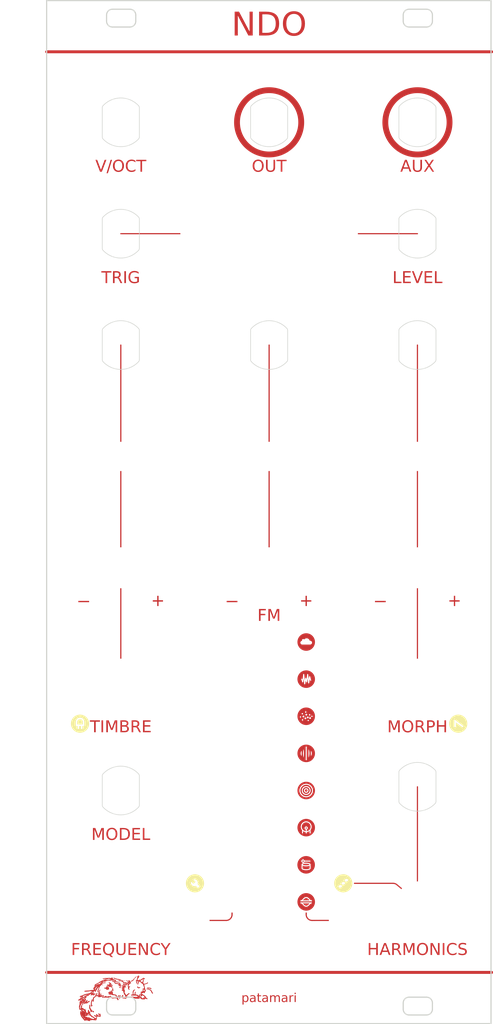
<source format=kicad_pcb>
(kicad_pcb (version 20240108) (generator "pcbnew") (generator_version "8.0")
  (layers (0 "F.Cu" signal) (31 "B.Cu" signal) (34 "B.Paste" user) (35 "F.Paste" user) (36 "B.SilkS" user "B.Silkscreen") (37 "F.SilkS" user "F.Silkscreen") (38 "B.Mask" user) (39 "F.Mask" user) (44 "Edge.Cuts" user))
  (net 0 "")
  (footprint "Library:BananaJackInputMountingHole" (layer "F.Cu") (at 76.2 34.925)
    (property "Reference" "REF**" (hide yes))
    (property "Value" "BananaJackInputMountingHole" (hide yes))
    (fp_line (start -3.174999 2.501101) (end -3.174999 -2.5063) (stroke (width 0.1)) (layer "Edge.Cuts"))
    (fp_line (start 3.175001 -2.501301) (end 3.175001 2.5063) (stroke (width 0.1)) (layer "Edge.Cuts"))
    (fp_arc (start -3.174999 -2.5063) (mid -3.140023 -2.69) (end -3.039999 -2.848) (stroke (width 0.1)) (layer "Edge.Cuts"))
    (fp_arc (start -3.039999 -2.848) (mid 0.000001 -4.165658) (end 3.040001 -2.848) (stroke (width 0.1)) (layer "Edge.Cuts"))
    (fp_arc (start -3.039999 2.848) (mid -3.140967 2.687575) (end -3.174999 2.501101) (stroke (width 0.1)) (layer "Edge.Cuts"))
    (fp_arc (start 3.040001 -2.848) (mid 3.140968 -2.687681) (end 3.175001 -2.501301) (stroke (width 0.1)) (layer "Edge.Cuts"))
    (fp_arc (start 3.040001 2.848) (mid 0.000001 4.165658) (end -3.039999 2.848) (stroke (width 0.1)) (layer "Edge.Cuts"))
    (fp_arc (start 3.175001 2.5063) (mid 3.140031 2.690002) (end 3.040001 2.848) (stroke (width 0.1)) (layer "Edge.Cuts"))
    (fp_text user "V/OCT" (at 0 7.62 0) (layer "F.Cu") (effects (font (size 2 2) (thickness 0.1875))))
  )
  (footprint "MountingHole:MountingHole_6mm" (layer "F.Cu") (at 101.6 168.275)
    (property "Reference" "REF**" (hide yes))
    (property "Value" "MountingHole_6mm" (hide yes))
    (pad "" np_thru_hole circle (at 0 0) (size 4.34 4.34) (drill 4.34) (layers "F&B.Cu" "*.Mask"))
  )
  (footprint "MountingHole:MountingHole_4mm" (layer "F.Cu") (at 114.326685 171.443523)
    (property "Reference" "REF**" (hide yes))
    (property "Value" "MountingHole_4mm" (hide yes))
    (pad "" np_thru_hole circle (at 0 0) (size 5 5) (drill 5) (layers "F&B.Cu" "*.Mask"))
  )
  (footprint "Library:4UMountingHole" (layer "F.Cu") (at 76.2 17.1)
    (property "Reference" "REF**" (hide yes))
    (property "Value" "4UMountingHole" (hide yes))
    (fp_line (start -2.4375 0.525) (end -2.4375 -0.525) (stroke (width 0.2)) (layer "Edge.Cuts"))
    (fp_line (start -1.4375 -1.525) (end 1.5625 -1.525) (stroke (width 0.2)) (layer "Edge.Cuts"))
    (fp_line (start 1.5625 1.525) (end -1.4375 1.525) (stroke (width 0.2)) (layer "Edge.Cuts"))
    (fp_line (start 2.5625 -0.525) (end 2.5625 0.525) (stroke (width 0.2)) (layer "Edge.Cuts"))
    (fp_arc (start -2.4375 -0.525) (mid -2.144607 -1.232107) (end -1.4375 -1.525) (stroke (width 0.2)) (layer "Edge.Cuts"))
    (fp_arc (start -1.4375 1.525) (mid -2.144607 1.232107) (end -2.4375 0.525) (stroke (width 0.2)) (layer "Edge.Cuts"))
    (fp_arc (start 1.5625 -1.525) (mid 2.269607 -1.232107) (end 2.5625 -0.525) (stroke (width 0.2)) (layer "Edge.Cuts"))
    (fp_arc (start 2.5625 0.525) (mid 2.269607 1.232107) (end 1.5625 1.525) (stroke (width 0.2)) (layer "Edge.Cuts"))
  )
  (footprint "MountingHole:MountingHole_6mm" (layer "F.Cu") (at 101.6 111.125)
    (property "Reference" "REF**" (hide yes))
    (property "Value" "MountingHole_6mm" (hide yes))
    (pad "" np_thru_hole circle (at 0 0) (size 7 7) (drill 7) (layers "F&B.Cu" "*.Mask"))
  )
  (footprint "MountingHole:MountingHole_6mm" (layer "F.Cu") (at 101.6 161.925)
    (property "Reference" "REF**" (hide yes))
    (property "Value" "MountingHole_6mm" (hide yes))
    (pad "" np_thru_hole circle (at 0 0) (size 4.34 4.34) (drill 4.34) (layers "F&B.Cu" "*.Mask"))
  )
  (footprint "Library:BananaJackOutputMountingHole" (layer "F.Cu") (at 127 34.925)
    (property "Reference" "REF**" (hide yes))
    (property "Value" "BananaJackOutputMountingHole" (hide yes))
    (fp_circle (center 0 0) (end 5.5 0) (stroke (width 1)) (fill none) (layer "F.Cu"))
    (fp_line (start -3.174999 2.501101) (end -3.174999 -2.5063) (stroke (width 0.1)) (layer "Edge.Cuts"))
    (fp_line (start 3.175001 -2.501301) (end 3.175001 2.5063) (stroke (width 0.1)) (layer "Edge.Cuts"))
    (fp_arc (start -3.174999 -2.5063) (mid -3.140023 -2.69) (end -3.039999 -2.848) (stroke (width 0.1)) (layer "Edge.Cuts"))
    (fp_arc (start -3.039999 -2.848) (mid 0.000001 -4.165658) (end 3.040001 -2.848) (stroke (width 0.1)) (layer "Edge.Cuts"))
    (fp_arc (start -3.039999 2.848) (mid -3.140967 2.687575) (end -3.174999 2.501101) (stroke (width 0.1)) (layer "Edge.Cuts"))
    (fp_arc (start 3.040001 -2.848) (mid 3.140968 -2.687681) (end 3.175001 -2.501301) (stroke (width 0.1)) (layer "Edge.Cuts"))
    (fp_arc (start 3.040001 2.848) (mid 0.000001 4.165658) (end -3.039999 2.848) (stroke (width 0.1)) (layer "Edge.Cuts"))
    (fp_arc (start 3.175001 2.5063) (mid 3.140031 2.690002) (end 3.040001 2.848) (stroke (width 0.1)) (layer "Edge.Cuts"))
    (fp_text user "AUX" (at 0 7.62 0) (layer "F.Cu") (effects (font (size 2 2) (thickness 0.1875))))
  )
  (footprint "MountingHole:MountingHole_6mm" (layer "F.Cu") (at 101.6 123.825)
    (property "Reference" "REF**" (hide yes))
    (property "Value" "MountingHole_6mm" (hide yes))
    (pad "" np_thru_hole circle (at 0 0) (size 4.34 4.34) (drill 4.34) (layers "F&B.Cu" "*.Mask"))
  )
  (footprint "MountingHole:MountingHole_6mm" (layer "F.Cu") (at 76.2 130.175)
    (property "Reference" "REF**" (hide yes))
    (property "Value" "MountingHole_6mm" (hide yes))
    (pad "" np_thru_hole circle (at 0 0) (size 7 7) (drill 7) (layers "F&B.Cu" "*.Mask"))
  )
  (footprint "MountingHole:MountingHole_6mm" (layer "F.Cu") (at 127 111.125)
    (property "Reference" "REF**" (hide yes))
    (property "Value" "MountingHole_6mm" (hide yes))
    (pad "" np_thru_hole circle (at 0 0) (size 7 7) (drill 7) (layers "F&B.Cu" "*.Mask"))
  )
  (footprint "MountingHole:MountingHole_6mm" (layer "F.Cu") (at 101.6 155.575)
    (property "Reference" "REF**" (hide yes))
    (property "Value" "MountingHole_6mm" (hide yes))
    (pad "" np_thru_hole circle (at 0 0) (size 4.34 4.34) (drill 4.34) (layers "F&B.Cu" "*.Mask"))
  )
  (footprint "MountingHole:MountingHole_6mm" (layer "F.Cu") (at 101.6 136.525)
    (property "Reference" "REF**" (hide yes))
    (property "Value" "MountingHole_6mm" (hide yes))
    (pad "" np_thru_hole circle (at 0 0) (size 4.34 4.34) (drill 4.34) (layers "F&B.Cu" "*.Mask"))
  )
  (footprint "Library:BananaJackInputMountingHole" (layer "F.Cu") (at 76.2 149.225)
    (property "Reference" "REF**" (hide yes))
    (property "Value" "BananaJackInputMountingHole" (hide yes))
    (fp_line (start -3.174999 2.501101) (end -3.174999 -2.5063) (stroke (width 0.1)) (layer "Edge.Cuts"))
    (fp_line (start 3.175001 -2.501301) (end 3.175001 2.5063) (stroke (width 0.1)) (layer "Edge.Cuts"))
    (fp_arc (start -3.174999 -2.5063) (mid -3.140023 -2.69) (end -3.039999 -2.848) (stroke (width 0.1)) (layer "Edge.Cuts"))
    (fp_arc (start -3.039999 -2.848) (mid 0.000001 -4.165658) (end 3.040001 -2.848) (stroke (width 0.1)) (layer "Edge.Cuts"))
    (fp_arc (start -3.039999 2.848) (mid -3.140967 2.687575) (end -3.174999 2.501101) (stroke (width 0.1)) (layer "Edge.Cuts"))
    (fp_arc (start 3.040001 -2.848) (mid 3.140968 -2.687681) (end 3.175001 -2.501301) (stroke (width 0.1)) (layer "Edge.Cuts"))
    (fp_arc (start 3.040001 2.848) (mid 0.000001 4.165658) (end -3.039999 2.848) (stroke (width 0.1)) (layer "Edge.Cuts"))
    (fp_arc (start 3.175001 2.5063) (mid 3.140031 2.690002) (end 3.040001 2.848) (stroke (width 0.1)) (layer "Edge.Cuts"))
    (fp_text user "MODEL" (at 0 7.62 0) (layer "F.Cu") (effects (font (size 2 2) (thickness 0.1875))))
  )
  (footprint "MountingHole:MountingHole_6mm" (layer "F.Cu") (at 76.2 168.275)
    (property "Reference" "REF**" (hide yes))
    (property "Value" "MountingHole_6mm" (hide yes))
    (pad "" np_thru_hole circle (at 0 0) (size 7 7) (drill 7) (layers "F&B.Cu" "*.Mask"))
  )
  (footprint "Library:BananaJackInputMountingHole" (layer "F.Cu") (at 127 53.975)
    (property "Reference" "REF**" (hide yes))
    (property "Value" "BananaJackInputMountingHole" (hide yes))
    (fp_line (start -3.174999 2.501101) (end -3.174999 -2.5063) (stroke (width 0.1)) (layer "Edge.Cuts"))
    (fp_line (start 3.175001 -2.501301) (end 3.175001 2.5063) (stroke (width 0.1)) (layer "Edge.Cuts"))
    (fp_arc (start -3.174999 -2.5063) (mid -3.140023 -2.69) (end -3.039999 -2.848) (stroke (width 0.1)) (layer "Edge.Cuts"))
    (fp_arc (start -3.039999 -2.848) (mid 0.000001 -4.165658) (end 3.040001 -2.848) (stroke (width 0.1)) (layer "Edge.Cuts"))
    (fp_arc (start -3.039999 2.848) (mid -3.140967 2.687575) (end -3.174999 2.501101) (stroke (width 0.1)) (layer "Edge.Cuts"))
    (fp_arc (start 3.040001 -2.848) (mid 3.140968 -2.687681) (end 3.175001 -2.501301) (stroke (width 0.1)) (layer "Edge.Cuts"))
    (fp_arc (start 3.040001 2.848) (mid 0.000001 4.165658) (end -3.039999 2.848) (stroke (width 0.1)) (layer "Edge.Cuts"))
    (fp_arc (start 3.175001 2.5063) (mid 3.140031 2.690002) (end 3.040001 2.848) (stroke (width 0.1)) (layer "Edge.Cuts"))
    (fp_text user "LEVEL" (at 0 7.62 0) (layer "F.Cu") (effects (font (size 2 2) (thickness 0.1875))))
  )
  (footprint "Library:BananaJackOutputMountingHole" (layer "F.Cu") (at 101.6 34.925)
    (property "Reference" "REF**" (hide yes))
    (property "Value" "BananaJackOutputMountingHole" (hide yes))
    (fp_circle (center 0 0) (end 5.5 0) (stroke (width 1)) (fill none) (layer "F.Cu"))
    (fp_line (start -3.174999 2.501101) (end -3.174999 -2.5063) (stroke (width 0.1)) (layer "Edge.Cuts"))
    (fp_line (start 3.175001 -2.501301) (end 3.175001 2.5063) (stroke (width 0.1)) (layer "Edge.Cuts"))
    (fp_arc (start -3.174999 -2.5063) (mid -3.140023 -2.69) (end -3.039999 -2.848) (stroke (width 0.1)) (layer "Edge.Cuts"))
    (fp_arc (start -3.039999 -2.848) (mid 0.000001 -4.165658) (end 3.040001 -2.848) (stroke (width 0.1)) (layer "Edge.Cuts"))
    (fp_arc (start -3.039999 2.848) (mid -3.140967 2.687575) (end -3.174999 2.501101) (stroke (width 0.1)) (layer "Edge.Cuts"))
    (fp_arc (start 3.040001 -2.848) (mid 3.140968 -2.687681) (end 3.175001 -2.501301) (stroke (width 0.1)) (layer "Edge.Cuts"))
    (fp_arc (start 3.040001 2.848) (mid 0.000001 4.165658) (end -3.039999 2.848) (stroke (width 0.1)) (layer "Edge.Cuts"))
    (fp_arc (start 3.175001 2.5063) (mid 3.140031 2.690002) (end 3.040001 2.848) (stroke (width 0.1)) (layer "Edge.Cuts"))
    (fp_text user "OUT" (at 0 7.62 0) (layer "F.Cu") (effects (font (size 2 2) (thickness 0.1875))))
  )
  (footprint "Library:4UMountingHole" (layer "F.Cu") (at 127 186.1)
    (property "Reference" "REF**" (hide yes))
    (property "Value" "4UMountingHole" (hide yes))
    (fp_line (start -2.4375 0.525) (end -2.4375 -0.525) (stroke (width 0.2)) (layer "Edge.Cuts"))
    (fp_line (start -1.4375 -1.525) (end 1.5625 -1.525) (stroke (width 0.2)) (layer "Edge.Cuts"))
    (fp_line (start 1.5625 1.525) (end -1.4375 1.525) (stroke (width 0.2)) (layer "Edge.Cuts"))
    (fp_line (start 2.5625 -0.525) (end 2.5625 0.525) (stroke (width 0.2)) (layer "Edge.Cuts"))
    (fp_arc (start -2.4375 -0.525) (mid -2.144607 -1.232107) (end -1.4375 -1.525) (stroke (width 0.2)) (layer "Edge.Cuts"))
    (fp_arc (start -1.4375 1.525) (mid -2.144607 1.232107) (end -2.4375 0.525) (stroke (width 0.2)) (layer "Edge.Cuts"))
    (fp_arc (start 1.5625 -1.525) (mid 2.269607 -1.232107) (end 2.5625 -0.525) (stroke (width 0.2)) (layer "Edge.Cuts"))
    (fp_arc (start 2.5625 0.525) (mid 2.269607 1.232107) (end 1.5625 1.525) (stroke (width 0.2)) (layer "Edge.Cuts"))
  )
  (footprint "Library:BananaJackInputMountingHole" (layer "F.Cu") (at 76.2 53.975)
    (property "Reference" "REF**" (hide yes))
    (property "Value" "BananaJackInputMountingHole" (hide yes))
    (fp_line (start -3.174999 2.501101) (end -3.174999 -2.5063) (stroke (width 0.1)) (layer "Edge.Cuts"))
    (fp_line (start 3.175001 -2.501301) (end 3.175001 2.5063) (stroke (width 0.1)) (layer "Edge.Cuts"))
    (fp_arc (start -3.174999 -2.5063) (mid -3.140023 -2.69) (end -3.039999 -2.848) (stroke (width 0.1)) (layer "Edge.Cuts"))
    (fp_arc (start -3.039999 -2.848) (mid 0.000001 -4.165658) (end 3.040001 -2.848) (stroke (width 0.1)) (layer "Edge.Cuts"))
    (fp_arc (start -3.039999 2.848) (mid -3.140967 2.687575) (end -3.174999 2.501101) (stroke (width 0.1)) (layer "Edge.Cuts"))
    (fp_arc (start 3.040001 -2.848) (mid 3.140968 -2.687681) (end 3.175001 -2.501301) (stroke (width 0.1)) (layer "Edge.Cuts"))
    (fp_arc (start 3.040001 2.848) (mid 0.000001 4.165658) (end -3.039999 2.848) (stroke (width 0.1)) (layer "Edge.Cuts"))
    (fp_arc (start 3.175001 2.5063) (mid 3.140031 2.690002) (end 3.040001 2.848) (stroke (width 0.1)) (layer "Edge.Cuts"))
    (fp_text user "TRIG" (at 0 7.62 0) (layer "F.Cu") (effects (font (size 2 2) (thickness 0.1875))))
  )
  (footprint "MountingHole:MountingHole_6mm" (layer "F.Cu") (at 76.2 92.075)
    (property "Reference" "REF**" (hide yes))
    (property "Value" "MountingHole_6mm" (hide yes))
    (pad "" np_thru_hole circle (at 0 0) (size 5 5) (drill 5) (layers "F&B.Cu" "*.Mask"))
  )
  (footprint "MountingHole:MountingHole_6mm" (layer "F.Cu") (at 76.2 111.125)
    (property "Reference" "REF**" (hide yes))
    (property "Value" "MountingHole_6mm" (hide yes))
    (pad "" np_thru_hole circle (at 0 0) (size 7 7) (drill 7) (layers "F&B.Cu" "*.Mask"))
  )
  (footprint "MountingHole:MountingHole_6mm" (layer "F.Cu") (at 114.3 53.975)
    (property "Reference" "REF**" (hide yes))
    (property "Value" "MountingHole_6mm" (hide yes))
    (pad "" np_thru_hole circle (at 0 0) (size 5 5) (drill 5) (layers "F&B.Cu" "*.Mask"))
  )
  (footprint "MountingHole:MountingHole_6mm" (layer "F.Cu") (at 101.6 142.875)
    (property "Reference" "REF**" (hide yes))
    (property "Value" "MountingHole_6mm" (hide yes))
    (pad "" np_thru_hole circle (at 0 0) (size 4.34 4.34) (drill 4.34) (layers "F&B.Cu" "*.Mask"))
  )
  (footprint "MountingHole:MountingHole_6mm" (layer "F.Cu") (at 127 168.275)
    (property "Reference" "REF**" (hide yes))
    (property "Value" "MountingHole_6mm" (hide yes))
    (pad "" np_thru_hole circle (at 0 0) (size 7 7) (drill 7) (layers "F&B.Cu" "*.Mask"))
  )
  (footprint "Library:BananaJackInputMountingHole" (layer "F.Cu") (at 127 73.025)
    (property "Reference" "REF**" (hide yes))
    (property "Value" "BananaJackInputMountingHole" (hide yes))
    (fp_line (start -3.174999 2.501101) (end -3.174999 -2.5063) (stroke (width 0.1)) (layer "Edge.Cuts"))
    (fp_line (start 3.175001 -2.501301) (end 3.175001 2.5063) (stroke (width 0.1)) (layer "Edge.Cuts"))
    (fp_arc (start -3.174999 -2.5063) (mid -3.140023 -2.69) (end -3.039999 -2.848) (stroke (width 0.1)) (layer "Edge.Cuts"))
    (fp_arc (start -3.039999 -2.848) (mid 0.000001 -4.165658) (end 3.040001 -2.848) (stroke (width 0.1)) (layer "Edge.Cuts"))
    (fp_arc (start -3.039999 2.848) (mid -3.140967 2.687575) (end -3.174999 2.501101) (stroke (width 0.1)) (layer "Edge.Cuts"))
    (fp_arc (start 3.040001 -2.848) (mid 3.140968 -2.687681) (end 3.175001 -2.501301) (stroke (width 0.1)) (layer "Edge.Cuts"))
    (fp_arc (start 3.040001 2.848) (mid 0.000001 4.165658) (end -3.039999 2.848) (stroke (width 0.1)) (layer "Edge.Cuts"))
    (fp_arc (start 3.175001 2.5063) (mid 3.140031 2.690002) (end 3.040001 2.848) (stroke (width 0.1)) (layer "Edge.Cuts"))
  )
  (footprint "MountingHole:MountingHole_6mm" (layer "F.Cu") (at 101.6 149.225)
    (property "Reference" "REF**" (hide yes))
    (property "Value" "MountingHole_6mm" (hide yes))
    (pad "" np_thru_hole circle (at 0 0) (size 4.34 4.34) (drill 4.34) (layers "F&B.Cu" "*.Mask"))
  )
  (footprint "Library:BananaJackInputMountingHole" (layer "F.Cu") (at 76.2 73.025)
    (property "Reference" "REF**" (hide yes))
    (property "Value" "BananaJackInputMountingHole" (hide yes))
    (fp_line (start -3.174999 2.501101) (end -3.174999 -2.5063) (stroke (width 0.1)) (layer "Edge.Cuts"))
    (fp_line (start 3.175001 -2.501301) (end 3.175001 2.5063) (stroke (width 0.1)) (layer "Edge.Cuts"))
    (fp_arc (start -3.174999 -2.5063) (mid -3.140023 -2.69) (end -3.039999 -2.848) (stroke (width 0.1)) (layer "Edge.Cuts"))
    (fp_arc (start -3.039999 -2.848) (mid 0.000001 -4.165658) (end 3.040001 -2.848) (stroke (width 0.1)) (layer "Edge.Cuts"))
    (fp_arc (start -3.039999 2.848) (mid -3.140967 2.687575) (end -3.174999 2.501101) (stroke (width 0.1)) (layer "Edge.Cuts"))
    (fp_arc (start 3.040001 -2.848) (mid 3.140968 -2.687681) (end 3.175001 -2.501301) (stroke (width 0.1)) (layer "Edge.Cuts"))
    (fp_arc (start 3.040001 2.848) (mid 0.000001 4.165658) (end -3.039999 2.848) (stroke (width 0.1)) (layer "Edge.Cuts"))
    (fp_arc (start 3.175001 2.5063) (mid 3.140031 2.690002) (end 3.040001 2.848) (stroke (width 0.1)) (layer "Edge.Cuts"))
  )
  (footprint "MountingHole:MountingHole_6mm" (layer "F.Cu") (at 101.6 130.175)
    (property "Reference" "REF**" (hide yes))
    (property "Value" "MountingHole_6mm" (hide yes))
    (pad "" np_thru_hole circle (at 0 0) (size 4.34 4.34) (drill 4.34) (layers "F&B.Cu" "*.Mask"))
  )
  (footprint "Library:4UMountingHole" (layer "F.Cu") (at 127 17.1)
    (property "Reference" "REF**" (hide yes))
    (property "Value" "4UMountingHole" (hide yes))
    (fp_line (start -2.4375 0.525) (end -2.4375 -0.525) (stroke (width 0.2)) (layer "Edge.Cuts"))
    (fp_line (start -1.4375 -1.525) (end 1.5625 -1.525) (stroke (width 0.2)) (layer "Edge.Cuts"))
    (fp_line (start 1.5625 1.525) (end -1.4375 1.525) (stroke (width 0.2)) (layer "Edge.Cuts"))
    (fp_line (start 2.5625 -0.525) (end 2.5625 0.525) (stroke (width 0.2)) (layer "Edge.Cuts"))
    (fp_arc (start -2.4375 -0.525) (mid -2.144607 -1.232107) (end -1.4375 -1.525) (stroke (width 0.2)) (layer "Edge.Cuts"))
    (fp_arc (start -1.4375 1.525) (mid -2.144607 1.232107) (end -2.4375 0.525) (stroke (width 0.2)) (layer "Edge.Cuts"))
    (fp_arc (start 1.5625 -1.525) (mid 2.269607 -1.232107) (end 2.5625 -0.525) (stroke (width 0.2)) (layer "Edge.Cuts"))
    (fp_arc (start 2.5625 0.525) (mid 2.269607 1.232107) (end 1.5625 1.525) (stroke (width 0.2)) (layer "Edge.Cuts"))
  )
  (footprint "MountingHole:MountingHole_6mm" (layer "F.Cu") (at 101.6 92.075)
    (property "Reference" "REF**" (hide yes))
    (property "Value" "MountingHole_6mm" (hide yes))
    (pad "" np_thru_hole circle (at 0 0) (size 5 5) (drill 5) (layers "F&B.Cu" "*.Mask"))
  )
  (footprint "MountingHole:MountingHole_6mm" (layer "F.Cu") (at 88.9 53.975)
    (property "Reference" "REF**" (hide yes))
    (property "Value" "MountingHole_6mm" (hide yes))
    (pad "" np_thru_hole circle (at 0 0) (size 5 5) (drill 5) (layers "F&B.Cu" "*.Mask"))
  )
  (footprint "MountingHole:MountingHole_6mm" (layer "F.Cu") (at 127 130.175)
    (property "Reference" "REF**" (hide yes))
    (property "Value" "MountingHole_6mm" (hide yes))
    (pad "" np_thru_hole circle (at 0 0) (size 7 7) (drill 7) (layers "F&B.Cu" "*.Mask"))
  )
  (footprint "MountingHole:MountingHole_4mm" (layer "F.Cu") (at 88.9 171.45)
    (property "Reference" "REF**" (hide yes))
    (property "Value" "MountingHole_4mm" (hide yes))
    (pad "" np_thru_hole circle (at 0 0) (size 5 5) (drill 5) (layers "F&B.Cu" "*.Mask"))
  )
  (footprint "Library:4UMountingHole" (layer "F.Cu") (at 76.2 186.1)
    (property "Reference" "REF**" (hide yes))
    (property "Value" "4UMountingHole" (hide yes))
    (fp_line (start -2.4375 0.525) (end -2.4375 -0.525) (stroke (width 0.2)) (layer "Edge.Cuts"))
    (fp_line (start -1.4375 -1.525) (end 1.5625 -1.525) (stroke (width 0.2)) (layer "Edge.Cuts"))
    (fp_line (start 1.5625 1.525) (end -1.4375 1.525) (stroke (width 0.2)) (layer "Edge.Cuts"))
    (fp_line (start 2.5625 -0.525) (end 2.5625 0.525) (stroke (width 0.2)) (layer "Edge.Cuts"))
    (fp_arc (start -2.4375 -0.525) (mid -2.144607 -1.232107) (end -1.4375 -1.525) (stroke (width 0.2)) (layer "Edge.Cuts"))
    (fp_arc (start -1.4375 1.525) (mid -2.144607 1.232107) (end -2.4375 0.525) (stroke (width 0.2)) (layer "Edge.Cuts"))
    (fp_arc (start 1.5625 -1.525) (mid 2.269607 -1.232107) (end 2.5625 -0.525) (stroke (width 0.2)) (layer "Edge.Cuts"))
    (fp_arc (start 2.5625 0.525) (mid 2.269607 1.232107) (end 1.5625 1.525) (stroke (width 0.2)) (layer "Edge.Cuts"))
  )
  (footprint "Library:BananaJackInputMountingHole" (layer "F.Cu") (at 101.6 73.025)
    (property "Reference" "REF**" (hide yes))
    (property "Value" "BananaJackInputMountingHole" (hide yes))
    (fp_line (start -3.174999 2.501101) (end -3.174999 -2.5063) (stroke (width 0.1)) (layer "Edge.Cuts"))
    (fp_line (start 3.175001 -2.501301) (end 3.175001 2.5063) (stroke (width 0.1)) (layer "Edge.Cuts"))
    (fp_arc (start -3.174999 -2.5063) (mid -3.140023 -2.69) (end -3.039999 -2.848) (stroke (width 0.1)) (layer "Edge.Cuts"))
    (fp_arc (start -3.039999 -2.848) (mid 0.000001 -4.165658) (end 3.040001 -2.848) (stroke (width 0.1)) (layer "Edge.Cuts"))
    (fp_arc (start -3.039999 2.848) (mid -3.140967 2.687575) (end -3.174999 2.501101) (stroke (width 0.1)) (layer "Edge.Cuts"))
    (fp_arc (start 3.040001 -2.848) (mid 3.140968 -2.687681) (end 3.175001 -2.501301) (stroke (width 0.1)) (layer "Edge.Cuts"))
    (fp_arc (start 3.040001 2.848) (mid 0.000001 4.165658) (end -3.039999 2.848) (stroke (width 0.1)) (layer "Edge.Cuts"))
    (fp_arc (start 3.175001 2.5063) (mid 3.140031 2.690002) (end 3.040001 2.848) (stroke (width 0.1)) (layer "Edge.Cuts"))
  )
  (footprint "Library:BananaJackInputMountingHole" (layer "F.Cu") (at 127 148.59)
    (property "Reference" "REF**" (hide yes))
    (property "Value" "BananaJackInputMountingHole" (hide yes))
    (fp_line (start -3.174999 2.501101) (end -3.174999 -2.5063) (stroke (width 0.1)) (layer "Edge.Cuts"))
    (fp_line (start 3.175001 -2.501301) (end 3.175001 2.5063) (stroke (width 0.1)) (layer "Edge.Cuts"))
    (fp_arc (start -3.174999 -2.5063) (mid -3.140023 -2.69) (end -3.039999 -2.848) (stroke (width 0.1)) (layer "Edge.Cuts"))
    (fp_arc (start -3.039999 -2.848) (mid 0.000001 -4.165658) (end 3.040001 -2.848) (stroke (width 0.1)) (layer "Edge.Cuts"))
    (fp_arc (start -3.039999 2.848) (mid -3.140967 2.687575) (end -3.174999 2.501101) (stroke (width 0.1)) (layer "Edge.Cuts"))
    (fp_arc (start 3.040001 -2.848) (mid 3.140968 -2.687681) (end 3.175001 -2.501301) (stroke (width 0.1)) (layer "Edge.Cuts"))
    (fp_arc (start 3.040001 2.848) (mid 0.000001 4.165658) (end -3.039999 2.848) (stroke (width 0.1)) (layer "Edge.Cuts"))
    (fp_arc (start 3.175001 2.5063) (mid 3.140031 2.690002) (end 3.040001 2.848) (stroke (width 0.1)) (layer "Edge.Cuts"))
  )
  (footprint "MountingHole:MountingHole_6mm" (layer "F.Cu") (at 127 92.075)
    (property "Reference" "REF**" (hide yes))
    (property "Value" "MountingHole_6mm" (hide yes))
    (pad "" np_thru_hole circle (at 0 0) (size 5 5) (drill 5) (layers "F&B.Cu" "*.Mask"))
  )
  (gr_line (start 127 73.025) (end 127 130.175) (stroke (width 0.2)) (layer "F.Cu"))
  (gr_line (start 63.5 22.86) (end 139.7 22.86) (stroke (width 0.5)) (layer "F.Cu"))
  (gr_poly (pts (xy 72.442077 187.396343) (xy 72.555488 187.413334) (xy 72.656912 187.43356) (xy 72.758335 187.453788) (xy 72.758335 187.485996) (xy 72.70258 187.593814) (xy 72.758335 187.764275) (xy 72.758335 187.867979) (xy 72.731619 187.890152) (xy 72.704903 187.912323) (xy 72.586098 187.920768) (xy 72.467293 187.929213) (xy 72.354009 187.883116) (xy 72.240725 187.83702) (xy 72.21153 187.83702) (xy 72.21153 187.978132) (xy 72.145384 187.975487) (xy 72.079238 187.972842) (xy 72.026322 187.965833) (xy 71.973405 187.958818) (xy 71.846939 187.89808) (xy 71.720474 187.837343) (xy 71.666141 187.771427) (xy 71.611808 187.705513) (xy 71.611808 187.677516) (xy 71.657212 187.656829) (xy 71.702616 187.636141) (xy 71.736348 187.657207) (xy 71.770079 187.678273) (xy 71.834964 187.678273) (xy 71.876391 187.72237) (xy 71.917819 187.766467) (xy 71.964586 187.766467) (xy 71.964586 187.801744) (xy 72.035141 187.801744) (xy 72.035141 187.765061) (xy 71.999864 187.695911) (xy 71.964586 187.62676) (xy 71.964586 187.534841) (xy 72.001105 187.466606) (xy 72.105697 187.466606) (xy 72.105697 187.53694) (xy 72.178899 187.589967) (xy 72.252101 187.642994) (xy 72.297972 187.642994) (xy 72.312077 187.665193) (xy 72.326183 187.68739) (xy 72.414377 187.718196) (xy 72.502572 187.749002) (xy 72.542259 187.748902) (xy 72.581947 187.748802) (xy 72.581386 187.726754) (xy 72.580825 187.704705) (xy 72.557393 187.673838) (xy 72.533961 187.642995) (xy 72.497526 187.642995) (xy 72.48821 187.618717) (xy 72.478894 187.594438) (xy 72.428996 187.600444) (xy 72.379099 187.60645) (xy 72.409968 187.596971) (xy 72.440835 187.587492) (xy 72.440835 187.552816) (xy 72.36146 187.517705) (xy 72.282085 187.482594) (xy 72.282085 187.418009) (xy 72.305375 187.39868) (xy 72.328665 187.379351)) (stroke (width -0.000001)) (fill solid) (layer "F.Cu"))
  (gr_poly (pts (xy 75.021561 181.257975) (xy 75.060207 181.25823) (xy 75.133322 181.283707) (xy 75.206436 181.309184) (xy 75.272484 181.354006) (xy 75.338532 181.398828) (xy 75.539614 181.398828) (xy 75.561295 181.446415) (xy 75.582977 181.494002) (xy 75.59636 181.472349) (xy 75.609742 181.450696) (xy 75.784766 181.4708) (xy 75.95979 181.490905) (xy 75.976547 181.506603) (xy 75.993304 181.5223) (xy 76.042269 181.5223) (xy 76.184323 181.584758) (xy 76.326377 181.647215) (xy 76.416486 181.666408) (xy 76.506595 181.685602) (xy 76.541387 181.709785) (xy 76.57618 181.733967) (xy 76.956387 181.733967) (xy 76.956387 181.769245) (xy 76.934339 181.77179) (xy 76.91229 181.774336) (xy 76.742497 181.769937) (xy 76.572705 181.765537) (xy 76.553513 181.796591) (xy 76.683841 181.985926) (xy 76.780427 182.012988) (xy 76.877013 182.040051) (xy 77.013408 182.034331) (xy 77.11278 182.067493) (xy 77.212152 182.100656) (xy 77.520987 182.247928) (xy 77.592786 182.236675) (xy 77.591751 182.219037) (xy 77.590715 182.201398) (xy 77.54721 182.189763) (xy 77.503704 182.178128) (xy 77.503002 182.177526) (xy 77.644347 182.177526) (xy 77.705678 182.165715) (xy 77.711904 182.133176) (xy 77.71817 182.100637) (xy 77.698143 182.08061) (xy 77.678116 182.060582) (xy 77.644847 182.113204) (xy 77.644597 182.145365) (xy 77.644347 182.177526) (xy 77.503002 182.177526) (xy 77.354652 182.050543) (xy 77.332811 182.058925) (xy 77.31097 182.067306) (xy 77.299179 182.030155) (xy 77.287388 181.993004) (xy 77.329144 181.961009) (xy 77.370901 181.929015) (xy 77.441457 181.904649) (xy 77.512013 181.880284) (xy 77.547291 181.89408) (xy 77.582569 181.907877) (xy 77.604617 181.909117) (xy 77.626666 181.910356) (xy 77.626666 181.862908) (xy 77.592045 181.831576) (xy 77.557424 181.800245) (xy 77.498722 181.822771) (xy 77.476354 181.804206) (xy 77.453984 181.785641) (xy 77.326418 181.812239) (xy 77.198853 181.838837) (xy 77.121138 181.777707) (xy 77.128428 181.755837) (xy 77.135718 181.733968) (xy 77.056343 181.733968) (xy 77.063693 181.727357) (xy 77.071042 181.720746) (xy 77.176875 181.709937) (xy 77.282708 181.699127) (xy 77.243021 181.719243) (xy 77.203333 181.73936) (xy 77.203333 181.772049) (xy 77.257679 181.760113) (xy 77.312025 181.748177) (xy 77.41202 181.731701) (xy 77.512014 181.715226) (xy 77.542535 181.714656) (xy 77.573055 181.714085) (xy 77.583223 181.697633) (xy 77.593391 181.681181) (xy 77.644431 181.707575) (xy 77.69547 181.733969) (xy 77.751011 181.733969) (xy 77.781367 181.813343) (xy 77.819338 181.84755) (xy 77.857308 181.881757) (xy 77.835009 181.983283) (xy 77.888519 182.042649) (xy 77.916086 182.122024) (xy 77.943653 182.201399) (xy 77.944154 182.248633) (xy 77.871596 182.238484) (xy 77.799037 182.228335) (xy 77.737818 182.294243) (xy 77.676599 182.36015) (xy 77.612251 182.426913) (xy 77.547901 182.493675) (xy 77.542462 182.620941) (xy 77.537023 182.748206) (xy 77.553801 182.773151) (xy 77.570579 182.798096) (xy 77.626428 182.751102) (xy 77.682276 182.704109) (xy 77.711791 182.704358) (xy 77.741306 182.704608) (xy 77.76752 182.721183) (xy 77.793733 182.737757) (xy 77.701991 182.869721) (xy 77.61025 183.001685) (xy 77.598095 183.050116) (xy 77.58594 183.098547) (xy 77.652452 183.154387) (xy 77.718964 183.210227) (xy 77.698647 183.248189) (xy 77.67833 183.286152) (xy 77.57625 183.286152) (xy 77.513271 183.22678) (xy 77.450279 183.167372) (xy 77.450264 183.054801) (xy 77.45025 182.942231) (xy 77.422081 182.80994) (xy 77.393912 182.677648) (xy 77.403892 182.541107) (xy 77.413871 182.404567) (xy 77.357109 182.375487) (xy 77.300348 182.346406) (xy 77.291528 182.332928) (xy 77.282709 182.319451) (xy 77.176875 182.280895) (xy 77.071043 182.24234) (xy 77.017093 182.228898) (xy 76.963143 182.215456) (xy 76.915158 182.184015) (xy 76.867172 182.152574) (xy 76.753368 182.146919) (xy 76.639563 182.141264) (xy 76.603948 182.122203) (xy 76.568334 182.103143) (xy 76.568334 182.051569) (xy 76.505432 181.981943) (xy 76.442529 181.912318) (xy 76.373351 181.915076) (xy 76.304174 181.917835) (xy 76.283543 181.897204) (xy 76.262912 181.876573) (xy 76.287741 181.846392) (xy 76.31257 181.816211) (xy 76.250833 181.832255) (xy 76.189098 181.8483) (xy 76.047987 181.847193) (xy 75.906875 181.846086) (xy 75.849549 181.816031) (xy 75.792223 181.785977) (xy 75.792223 181.734638) (xy 75.883553 181.711716) (xy 75.956951 181.73607) (xy 76.030348 181.760425) (xy 76.233194 181.76032) (xy 76.436042 181.760215) (xy 76.468028 181.747217) (xy 76.500014 181.73422) (xy 76.489035 181.716456) (xy 76.478057 181.698693) (xy 76.057504 181.698693) (xy 75.946912 181.656293) (xy 75.836319 181.613892) (xy 75.748124 181.596306) (xy 75.659931 181.578719) (xy 75.536458 181.549595) (xy 75.412986 181.520471) (xy 75.325655 181.50121) (xy 75.238325 181.481948) (xy 75.052862 181.399927) (xy 75.025214 181.346463) (xy 74.997566 181.292998) (xy 74.961112 181.292998) (xy 74.972014 181.275359) (xy 74.982915 181.25772)) (stroke (width -0.000001)) (fill solid) (layer "F.Cu"))
  (gr_poly (pts (xy 108.027181 122.32694) (xy 108.10335 122.332731) (xy 108.178412 122.342267) (xy 108.252273 122.355454) (xy 108.324839 122.372199) (xy 108.396017 122.392406) (xy 108.46571 122.415982) (xy 108.533825 122.442834) (xy 108.600269 122.472865) (xy 108.664945 122.505984) (xy 108.727761 122.542095) (xy 108.788622 122.581104) (xy 108.847433 122.622917) (xy 108.9041 122.667441) (xy 108.95853 122.71458) (xy 109.010627 122.764242) (xy 109.060297 122.816331) (xy 109.107446 122.870754) (xy 109.15198 122.927416) (xy 109.193804 122.986224) (xy 109.232824 123.047083) (xy 109.268946 123.109899) (xy 109.302075 123.174578) (xy 109.332117 123.241026) (xy 109.358978 123.309149) (xy 109.382564 123.378853) (xy 109.40278 123.450043) (xy 109.419532 123.522626) (xy 109.432725 123.596507) (xy 109.442266 123.671593) (xy 109.448059 123.747789) (xy 109.450011 123.825) (xy 109.448059 123.902212) (xy 109.442266 123.978407) (xy 109.432725 124.053493) (xy 109.419532 124.127374) (xy 109.40278 124.199957) (xy 109.382564 124.271147) (xy 109.358978 124.340851) (xy 109.332117 124.408974) (xy 109.302075 124.475422) (xy 109.268946 124.540101) (xy 109.232824 124.602918) (xy 109.193804 124.663777) (xy 109.15198 124.722584) (xy 109.107446 124.779247) (xy 109.060297 124.833669) (xy 109.010627 124.885759) (xy 108.95853 124.93542) (xy 108.904101 124.982559) (xy 108.847433 125.027083) (xy 108.788622 125.068896) (xy 108.727761 125.107906) (xy 108.664946 125.144016) (xy 108.600269 125.177135) (xy 108.533826 125.207167) (xy 108.46571 125.234018) (xy 108.396017 125.257594) (xy 108.32484 125.277802) (xy 108.252273 125.294546) (xy 108.178412 125.307733) (xy 108.10335 125.317269) (xy 108.027181 125.32306) (xy 107.950001 125.325011) (xy 107.872789 125.32306) (xy 107.796593 125.317269) (xy 107.721508 125.307733) (xy 107.647627 125.294546) (xy 107.575044 125.277802) (xy 107.503853 125.257594) (xy 107.43415 125.234018) (xy 107.366027 125.207167) (xy 107.299578 125.177135) (xy 107.234899 125.144016) (xy 107.172083 125.107906) (xy 107.111224 125.068896) (xy 107.052416 125.027083) (xy 106.995754 124.982559) (xy 106.941331 124.93542) (xy 106.889242 124.885759) (xy 106.839581 124.833669) (xy 106.792441 124.779247) (xy 106.747918 124.722584) (xy 106.706104 124.663777) (xy 106.667095 124.602918) (xy 106.630984 124.540101) (xy 106.597866 124.475422) (xy 106.567834 124.408974) (xy 106.540983 124.340851) (xy 106.517407 124.271147) (xy 106.497199 124.199957) (xy 106.480455 124.127374) (xy 106.467268 124.053493) (xy 106.457732 123.978407) (xy 106.454331 123.933656) (xy 106.949876 123.933656) (xy 106.950309 123.950686) (xy 106.951596 123.967498) (xy 106.953716 123.984072) (xy 106.956646 124.000386) (xy 106.960367 124.016419) (xy 106.964856 124.032149) (xy 106.970094 124.047556) (xy 106.976058 124.062618) (xy 106.982729 124.077314) (xy 106.990084 124.091624) (xy 106.998103 124.105525) (xy 107.006765 124.118996) (xy 107.016049 124.132017) (xy 107.025933 124.144566) (xy 107.036397 124.156623) (xy 107.047419 124.168165) (xy 107.058978 124.179171) (xy 107.071054 124.189621) (xy 107.083626 124.199494) (xy 107.096671 124.208767) (xy 107.11017 124.21742) (xy 107.124101 124.225432) (xy 107.138443 124.232782) (xy 107.153175 124.239448) (xy 107.168276 124.245409) (xy 107.183725 124.250644) (xy 107.1995 124.255131) (xy 107.215582 124.258851) (xy 107.231948 124.26178) (xy 107.248578 124.263899) (xy 107.265451 124.265186) (xy 107.282545 124.26562) (xy 108.617103 124.26562) (xy 108.634229 124.265186) (xy 108.651132 124.263899) (xy 108.66779 124.26178) (xy 108.684182 124.258851) (xy 108.700288 124.255131) (xy 108.716087 124.250644) (xy 108.731557 124.245409) (xy 108.746677 124.239448) (xy 108.761427 124.232782) (xy 108.775785 124.225432) (xy 108.789731 124.21742) (xy 108.803244 124.208767) (xy 108.816301 124.199494) (xy 108.828884 124.189621) (xy 108.84097 124.179171) (xy 108.852538 124.168165) (xy 108.863568 124.156623) (xy 108.874038 124.144566) (xy 108.883928 124.132017) (xy 108.893217 124.118996) (xy 108.901883 124.105525) (xy 108.909906 124.091624) (xy 108.917264 124.077314) (xy 108.923937 124.062618) (xy 108.929903 124.047556) (xy 108.935142 124.032149) (xy 108.939633 124.016419) (xy 108.943354 124.000386) (xy 108.946285 123.984072) (xy 108.948404 123.967498) (xy 108.949691 123.950686) (xy 108.950125 123.933656) (xy 108.949691 123.916498) (xy 108.948404 123.899569) (xy 108.946285 123.882887) (xy 108.943354 123.866475) (xy 108.939633 123.850353) (xy 108.935142 123.834541) (xy 108.929903 123.819061) (xy 108.923937 123.803933) (xy 108.917264 123.789178) (xy 108.909906 123.774817) (xy 108.901883 123.760871) (xy 108.893217 123.74736) (xy 108.883928 123.734306) (xy 108.874038 123.721728) (xy 108.863568 123.709649) (xy 108.852538 123.698088) (xy 108.84097 123.687067) (xy 108.828884 123.676606) (xy 108.816301 123.666726) (xy 108.803244 123.657449) (xy 108.789731 123.648793) (xy 108.775785 123.640782) (xy 108.761427 123.633434) (xy 108.746677 123.626772) (xy 108.731557 123.620816) (xy 108.716087 123.615586) (xy 108.700288 123.611104) (xy 108.684182 123.60739) (xy 108.66779 123.604465) (xy 108.651132 123.60235) (xy 108.634229 123.601066) (xy 108.617103 123.600633) (xy 108.612902 123.600733) (xy 108.60876 123.60102) (xy 108.60467 123.601473) (xy 108.600627 123.602072) (xy 108.596623 123.602797) (xy 108.592652 123.603629) (xy 108.58478 123.605528) (xy 108.569131 123.609712) (xy 108.561246 123.611674) (xy 108.557266 123.612551) (xy 108.55325 123.613334) (xy 108.547941 123.590595) (xy 108.541684 123.568232) (xy 108.534502 123.546268) (xy 108.526418 123.524725) (xy 108.517455 123.503627) (xy 108.507633 123.482995) (xy 108.496976 123.462853) (xy 108.485506 123.443223) (xy 108.460216 123.40559) (xy 108.431943 123.370279) (xy 108.400865 123.337469) (xy 108.36716 123.307343) (xy 108.331008 123.280082) (xy 108.292587 123.255867) (xy 108.272582 123.244959) (xy 108.252077 123.23488) (xy 108.231094 123.225654) (xy 108.209656 123.217302) (xy 108.187784 123.209848) (xy 108.165502 123.203314) (xy 108.142832 123.197724) (xy 108.119795 123.193099) (xy 108.096415 123.189462) (xy 108.072714 123.186836) (xy 108.048713 123.185244) (xy 108.024437 123.184709) (xy 107.992013 123.185687) (xy 107.960125 123.188582) (xy 107.928822 123.193336) (xy 107.898153 123.199889) (xy 107.868166 123.208183) (xy 107.83891 123.218158) (xy 107.810433 123.229755) (xy 107.782784 123.242917) (xy 107.756011 123.257583) (xy 107.730163 123.273695) (xy 107.705289 123.291195) (xy 107.681437 123.310022) (xy 107.658656 123.330118) (xy 107.636994 123.351425) (xy 107.6165 123.373883) (xy 107.597223 123.397434) (xy 107.590152 123.387699) (xy 107.582577 123.37836) (xy 107.574514 123.369449) (xy 107.56598 123.360998) (xy 107.556991 123.353039) (xy 107.547564 123.345604) (xy 107.537715 123.338725) (xy 107.527461 123.332434) (xy 107.516818 123.326763) (xy 107.505804 123.321745) (xy 107.494433 123.31741) (xy 107.482724 123.313792) (xy 107.470693 123.310922) (xy 107.458355 123.308833) (xy 107.445728 123.307555) (xy 107.432828 123.307122) (xy 107.422343 123.307389) (xy 107.411997 123.30818) (xy 107.401802 123.309482) (xy 107.391772 123.311283) (xy 107.381918 123.31357) (xy 107.372254 123.316329) (xy 107.362793 123.319547) (xy 107.353547 123.323212) (xy 107.344529 123.327311) (xy 107.335751 123.33183) (xy 107.327227 123.336757) (xy 107.318969 123.342078) (xy 107.310989 123.347781) (xy 107.303301 123.353853) (xy 107.295918 123.360281) (xy 107.288851 123.367051) (xy 107.282114 123.37415) (xy 107.275719 123.381567) (xy 107.26968 123.389287) (xy 107.264008 123.397298) (xy 107.258717 123.405586) (xy 107.25382 123.41414) (xy 107.249328 123.422945) (xy 107.245255 123.431989) (xy 107.241614 123.441259) (xy 107.238417 123.450742) (xy 107.235677 123.460424) (xy 107.233406 123.470294) (xy 107.231618 123.480337) (xy 107.230325 123.490541) (xy 107.22954 123.500894) (xy 107.229276 123.511381) (xy 107.229406 123.517888) (xy 107.22979 123.524314) (xy 107.230417 123.530659) (xy 107.231277 123.536924) (xy 107.232357 123.543111) (xy 107.233647 123.54922) (xy 107.235138 123.555253) (xy 107.236816 123.561211) (xy 107.238673 123.567094) (xy 107.240696 123.572903) (xy 107.242876 123.578641) (xy 107.2452 123.584307) (xy 107.247659 123.589902) (xy 107.250242 123.595429) (xy 107.252937 123.600887) (xy 107.255734 123.606278) (xy 107.239865 123.607963) (xy 107.224219 123.610362) (xy 107.208815 123.613457) (xy 107.193671 123.617234) (xy 107.178804 123.621676) (xy 107.164235 123.626766) (xy 107.149981 123.632489) (xy 107.13606 123.638827) (xy 107.122491 123.645766) (xy 107.109292 123.653288) (xy 107.096482 123.661378) (xy 107.084079 123.67002) (xy 107.072102 123.679196) (xy 107.060569 123.688892) (xy 107.049498 123.69909) (xy 107.038908 123.709774) (xy 107.028817 123.720929) (xy 107.019244 123.732538) (xy 107.010207 123.744584) (xy 107.001724 123.757053) (xy 106.993814 123.769926) (xy 106.986495 123.783189) (xy 106.979786 123.796825) (xy 106.973705 123.810817) (xy 106.96827 123.825151) (xy 106.9635 123.839808) (xy 106.959414 123.854774) (xy 106.956029 123.870031) (xy 106.953365 123.885564) (xy 106.951439 123.901357) (xy 106.950269 123.917393) (xy 106.949876 123.933656) (xy 106.454331 123.933656) (xy 106.451941 123.902212) (xy 106.44999 123.825) (xy 106.451941 123.747789) (xy 106.457732 123.671593) (xy 106.467268 123.596507) (xy 106.480455 123.522626) (xy 106.497199 123.450043) (xy 106.517407 123.378853) (xy 106.540983 123.309149) (xy 106.567834 123.241026) (xy 106.597866 123.174578) (xy 106.630984 123.109899) (xy 106.667095 123.047083) (xy 106.706104 122.986224) (xy 106.747918 122.927416) (xy 106.792441 122.870754) (xy 106.839581 122.816331) (xy 106.889242 122.764242) (xy 106.941331 122.71458) (xy 106.995754 122.667441) (xy 107.052416 122.622917) (xy 107.111224 122.581104) (xy 107.172083 122.542095) (xy 107.234899 122.505984) (xy 107.299578 122.472865) (xy 107.366027 122.442834) (xy 107.43415 122.415982) (xy 107.503853 122.392406) (xy 107.575044 122.372199) (xy 107.647626 122.355454) (xy 107.721508 122.342267) (xy 107.796593 122.332731) (xy 107.872789 122.32694) (xy 107.95 122.324989) (xy 107.950001 122.324989)) (stroke (width -0.000001)) (fill solid) (layer "F.Cu"))
  (gr_poly (pts (xy 76.821633 182.271478) (xy 76.982849 182.300378) (xy 77.075569 182.316127) (xy 77.168288 182.331876) (xy 77.216464 182.354966) (xy 77.264639 182.378056) (xy 77.270725 182.409657) (xy 77.276811 182.441258) (xy 77.248486 182.484488) (xy 77.22016 182.527718) (xy 77.16324 182.527183) (xy 77.10632 182.526648) (xy 77.079567 182.510969) (xy 77.052813 182.495292) (xy 76.911431 182.459194) (xy 76.770049 182.423096) (xy 76.67107 182.411463) (xy 76.572091 182.39983) (xy 76.553237 182.388178) (xy 76.534383 182.376526) (xy 76.544782 182.336763) (xy 76.55518 182.297) (xy 76.660418 182.242579)) (stroke (width -0.000001)) (fill solid) (layer "F.Cu"))
  (gr_poly (pts (xy 78.685002 181.309705) (xy 78.530869 181.463837) (xy 78.506123 181.473333) (xy 78.481376 181.48283) (xy 78.473165 181.582061) (xy 78.451203 181.596211) (xy 78.42924 181.610361) (xy 78.393962 181.606018) (xy 78.358684 181.601676) (xy 78.364243 181.659162) (xy 78.369804 181.716649) (xy 78.313962 181.747357) (xy 78.25812 181.778064) (xy 78.16349 181.833737) (xy 78.06886 181.889411) (xy 77.999506 181.901128) (xy 77.930152 181.912845) (xy 77.917754 181.892789) (xy 77.905358 181.872732) (xy 77.911534 181.867312) (xy 77.91771 181.861893) (xy 78.002567 181.789111) (xy 78.087424 181.716329) (xy 78.156418 181.716329) (xy 78.272191 181.606085) (xy 78.387964 181.495842) (xy 78.404079 181.455302) (xy 78.420194 181.414761) (xy 78.535071 181.362014) (xy 78.595006 181.318685) (xy 78.654941 181.275356) (xy 78.685002 181.275356)) (stroke (width -0.000001)) (fill solid) (layer "F.Cu"))
  (gr_line (start 127 148.59) (end 127 168.275) (stroke (width 0.2)) (layer "F.Cu"))
  (gr_poly (pts (xy 74.606009 183.365753) (xy 74.636876 183.371662) (xy 74.650451 183.373012) (xy 74.664025 183.374362) (xy 74.650033 183.453737) (xy 74.665243 183.494257) (xy 74.680453 183.534778) (xy 74.711582 183.529535) (xy 74.74271 183.524292) (xy 74.748025 183.597033) (xy 74.753341 183.669774) (xy 74.796532 183.710351) (xy 74.839724 183.750927) (xy 74.839724 183.813252) (xy 74.822037 183.824182) (xy 74.804351 183.835113) (xy 74.822037 183.86816) (xy 74.839724 183.901209) (xy 74.839724 184.039276) (xy 74.994064 184.07619) (xy 75.148404 184.113105) (xy 75.263058 184.131553) (xy 75.37771 184.15) (xy 75.473311 184.265126) (xy 75.493326 184.318043) (xy 75.513339 184.370959) (xy 75.541223 184.438026) (xy 75.569106 184.505092) (xy 75.703104 184.37188) (xy 75.837101 184.238668) (xy 75.911922 184.238668) (xy 75.933335 184.294469) (xy 75.933335 184.32721) (xy 75.809863 184.460375) (xy 75.68639 184.59354) (xy 75.68639 184.671789) (xy 75.713519 184.710521) (xy 75.740647 184.749251) (xy 75.728883 184.837931) (xy 75.71712 184.926611) (xy 75.772311 184.915573) (xy 75.827501 184.904535) (xy 75.827501 185.012217) (xy 75.781026 185.048775) (xy 75.73455 185.085332) (xy 75.637754 185.085332) (xy 75.619409 185.036849) (xy 75.601064 184.988342) (xy 75.570871 184.904808) (xy 75.540679 184.821274) (xy 75.520931 184.805475) (xy 75.501183 184.789676) (xy 75.430628 184.776816) (xy 75.360072 184.763957) (xy 75.2366 184.761702) (xy 75.113128 184.759447) (xy 74.931312 184.783272) (xy 74.749496 184.807098) (xy 74.726622 184.775816) (xy 74.703747 184.744533) (xy 74.478128 184.717137) (xy 74.395512 184.680455) (xy 74.312897 184.643773) (xy 73.760512 184.641733) (xy 73.208127 184.639693) (xy 73.104178 184.652222) (xy 73.000228 184.664751) (xy 72.985385 184.641339) (xy 72.970543 184.617927) (xy 72.970273 184.579641) (xy 72.970003 184.541355) (xy 73.018509 184.531737) (xy 73.067016 184.522119) (xy 73.128752 184.513116) (xy 73.190488 184.504113) (xy 73.313961 184.493891) (xy 73.437433 184.483669) (xy 73.479008 184.453783) (xy 73.520584 184.423897) (xy 73.584842 184.384501) (xy 73.649099 184.345103) (xy 73.691041 184.344804) (xy 73.732982 184.344504) (xy 73.710418 184.485615) (xy 73.74356 184.485615) (xy 74.019515 184.447954) (xy 74.095429 184.422575) (xy 74.171343 184.397195) (xy 74.205672 184.415568) (xy 74.240001 184.43394) (xy 74.240001 184.468883) (xy 74.28855 184.443777) (xy 74.337098 184.418672) (xy 74.370658 184.381589) (xy 74.404218 184.344504) (xy 74.503343 184.344504) (xy 74.520604 184.376758) (xy 74.537865 184.409011) (xy 74.469306 184.521748) (xy 74.469306 184.538534) (xy 74.506013 184.538534) (xy 74.554757 184.502495) (xy 74.603503 184.466456) (xy 74.67652 184.478132) (xy 74.749538 184.489808) (xy 74.767984 184.542721) (xy 74.78643 184.595635) (xy 74.835125 184.583684) (xy 74.88382 184.571732) (xy 74.989654 184.562138) (xy 75.095486 184.552545) (xy 75.12371 184.516842) (xy 75.151934 184.481139) (xy 75.254537 184.478969) (xy 75.35714 184.476799) (xy 75.364473 184.454783) (xy 75.371807 184.432767) (xy 75.33617 184.375108) (xy 75.300535 184.317447) (xy 75.256323 184.275912) (xy 75.212111 184.234377) (xy 75.152379 184.245583) (xy 75.092647 184.256789) (xy 74.955092 184.237657) (xy 74.817537 184.218525) (xy 74.798644 184.237418) (xy 74.77975 184.256312) (xy 74.736172 184.256312) (xy 74.713971 184.194915) (xy 74.691769 184.133517) (xy 74.620225 184.144557) (xy 74.548681 184.155598) (xy 74.504745 184.171856) (xy 74.460809 184.188114) (xy 74.424708 184.142838) (xy 74.388606 184.097562) (xy 74.336352 184.098122) (xy 74.284098 184.098682) (xy 74.249858 184.12458) (xy 74.215619 184.150477) (xy 74.149956 184.150477) (xy 74.153673 184.047477) (xy 74.15739 183.944477) (xy 74.144738 183.924004) (xy 74.132085 183.903532) (xy 74.063611 183.903532) (xy 74.063611 183.766741) (xy 74.091681 183.743445) (xy 74.11975 183.720149) (xy 74.179541 183.724174) (xy 74.239331 183.728199) (xy 74.229111 183.6771) (xy 74.218892 183.626001) (xy 74.265536 183.614295) (xy 74.312179 183.602588) (xy 74.329007 183.612988) (xy 74.345835 183.623388) (xy 74.345835 183.674222) (xy 74.374337 183.674222) (xy 74.390954 183.600816) (xy 74.40757 183.527411) (xy 74.437593 183.508836) (xy 74.467615 183.490262) (xy 74.480288 183.502934) (xy 74.49296 183.515608) (xy 74.490525 183.608144) (xy 74.488089 183.700681) (xy 74.497606 183.731805) (xy 74.507124 183.762929) (xy 74.537094 183.744407) (xy 74.550059 183.62553) (xy 74.563023 183.506653) (xy 74.567241 183.444917) (xy 74.571459 183.38318) (xy 74.5733 183.371512) (xy 74.57514 183.359844)) (stroke (width -0.000001)) (fill solid) (layer "F.Cu"))
  (gr_poly (pts (xy 107.965233 161.743263) (xy 107.999826 161.744123) (xy 108.033317 161.745519) (xy 108.065706 161.747419) (xy 108.096995 161.749794) (xy 108.127183 161.752613) (xy 108.156273 161.755843) (xy 108.184264 161.759456) (xy 108.211158 161.763419) (xy 108.236954 161.767703) (xy 108.261655 161.772275) (xy 108.28526 161.777106) (xy 108.307771 161.782165) (xy 108.329189 161.787421) (xy 108.368745 161.798399) (xy 108.403935 161.809795) (xy 108.434767 161.821362) (xy 108.461245 161.832854) (xy 108.483376 161.844023) (xy 108.501166 161.854624) (xy 108.508435 161.859635) (xy 108.514621 161.864411) (xy 108.519725 161.868921) (xy 108.523748 161.873135) (xy 108.526691 161.877023) (xy 108.528553 161.880552) (xy 108.523806 161.888734) (xy 108.514607 161.898167) (xy 108.500974 161.908606) (xy 108.482929 161.919804) (xy 108.460491 161.931518) (xy 108.433681 161.9435) (xy 108.402519 161.955507) (xy 108.367025 161.967292) (xy 108.327219 161.978609) (xy 108.283121 161.989214) (xy 108.234752 161.998861) (xy 108.182131 162.007304) (xy 108.125279 162.014299) (xy 108.064216 162.019598) (xy 107.998961 162.022958) (xy 107.929537 162.024133) (xy 107.894337 162.023835) (xy 107.860177 162.022963) (xy 107.82706 162.021549) (xy 107.794988 162.019623) (xy 107.763962 162.017218) (xy 107.733986 162.014364) (xy 107.705061 162.011093) (xy 107.67719 162.007437) (xy 107.650376 162.003426) (xy 107.62462 161.999093) (xy 107.599925 161.99447) (xy 107.576293 161.989586) (xy 107.553727 161.984474) (xy 107.532228 161.979166) (xy 107.492445 161.968085) (xy 107.456961 161.956595) (xy 107.425795 161.944947) (xy 107.398965 161.933394) (xy 107.376491 161.922186) (xy 107.358391 161.911575) (xy 107.350987 161.906572) (xy 107.344683 161.901813) (xy 107.339483 161.89733) (xy 107.335387 161.893152) (xy 107.332398 161.889313) (xy 107.33052 161.885844) (xy 107.33052 161.885138) (xy 107.335449 161.876856) (xy 107.344683 161.867382) (xy 107.35823 161.856953) (xy 107.376094 161.845809) (xy 107.398283 161.834188) (xy 107.424803 161.822327) (xy 107.455658 161.810465) (xy 107.490857 161.79884) (xy 107.530405 161.787691) (xy 107.574309 161.777255) (xy 107.622573 161.767772) (xy 107.675206 161.759478) (xy 107.732212 161.752613) (xy 107.793599 161.747414) (xy 107.859371 161.74412) (xy 107.929537 161.742969)) (stroke (width -0.000001)) (fill solid) (layer "F.Cu"))
  (gr_arc (start 122.82795 165.1) (mid 123.168375 165.159728) (end 123.468134 165.331779) (stroke (width 0.2)) (layer "F.Cu"))
  (gr_poly (pts (xy 108.027181 166.776941) (xy 108.10335 166.782735) (xy 108.178412 166.792275) (xy 108.252273 166.805469) (xy 108.32484 166.82222) (xy 108.396017 166.842436) (xy 108.46571 166.866022) (xy 108.533826 166.892883) (xy 108.600269 166.922925) (xy 108.664946 166.956055) (xy 108.727762 166.992177) (xy 108.788622 167.031197) (xy 108.847433 167.073021) (xy 108.904101 167.117554) (xy 108.95853 167.164704) (xy 109.010627 167.214374) (xy 109.060297 167.266471) (xy 109.107446 167.3209) (xy 109.15198 167.377567) (xy 109.193804 167.436378) (xy 109.232824 167.497239) (xy 109.268946 167.560055) (xy 109.302075 167.624732) (xy 109.332118 167.691175) (xy 109.358979 167.75929) (xy 109.382564 167.828984) (xy 109.40278 167.900161) (xy 109.419532 167.972727) (xy 109.432725 168.046589) (xy 109.442266 168.121651) (xy 109.448059 168.197819) (xy 109.450011 168.275) (xy 109.448059 168.352212) (xy 109.442266 168.428407) (xy 109.432725 168.503493) (xy 109.419532 168.577374) (xy 109.40278 168.649957) (xy 109.382564 168.721147) (xy 109.358979 168.790851) (xy 109.332118 168.858974) (xy 109.302075 168.925422) (xy 109.268946 168.990101) (xy 109.232824 169.052917) (xy 109.193804 169.113776) (xy 109.15198 169.172584) (xy 109.107446 169.229246) (xy 109.060297 169.283669) (xy 109.010627 169.335758) (xy 108.95853 169.38542) (xy 108.904101 169.432559) (xy 108.847433 169.477083) (xy 108.788622 169.518896) (xy 108.727762 169.557905) (xy 108.664946 169.594016) (xy 108.600269 169.627135) (xy 108.533826 169.657166) (xy 108.46571 169.684018) (xy 108.396017 169.707594) (xy 108.32484 169.727801) (xy 108.252273 169.744546) (xy 108.178412 169.757733) (xy 108.10335 169.767269) (xy 108.027181 169.77306) (xy 107.950001 169.775011) (xy 107.872758 169.77306) (xy 107.796535 169.767269) (xy 107.721427 169.757733) (xy 107.647526 169.744546) (xy 107.574926 169.727801) (xy 107.503723 169.707594) (xy 107.434009 169.684018) (xy 107.365878 169.657166) (xy 107.299425 169.627135) (xy 107.234743 169.594016) (xy 107.171927 169.557905) (xy 107.111069 169.518896) (xy 107.052265 169.477083) (xy 106.995608 169.432559) (xy 106.941191 169.38542) (xy 106.88911 169.335758) (xy 106.839457 169.283669) (xy 106.792328 169.229246) (xy 106.747814 169.172584) (xy 106.706012 169.113776) (xy 106.667013 169.052917) (xy 106.630913 168.990101) (xy 106.597806 168.925422) (xy 106.567785 168.858974) (xy 106.540944 168.790851) (xy 106.517377 168.721147) (xy 106.497178 168.649957) (xy 106.480441 168.577374) (xy 106.472565 168.533233) (xy 106.949876 168.533233) (xy 106.988329 168.533233) (xy 107.002596 168.533575) (xy 107.016633 168.534586) (xy 107.030449 168.536249) (xy 107.044057 168.538547) (xy 107.057465 168.541461) (xy 107.070686 168.544972) (xy 107.083731 168.549063) (xy 107.096609 168.553717) (xy 107.109333 168.558913) (xy 107.121912 168.564635) (xy 107.146682 168.577584) (xy 107.171005 168.592418) (xy 107.194968 168.608992) (xy 107.218659 168.627162) (xy 107.242163 168.646784) (xy 107.265569 168.667711) (xy 107.288961 168.689801) (xy 107.336057 168.736885) (xy 107.384145 168.786881) (xy 107.439959 168.84486) (xy 107.498407 168.902459) (xy 107.528872 168.930408) (xy 107.560302 168.957413) (xy 107.592797 168.983189) (xy 107.626459 169.007455) (xy 107.661391 169.029926) (xy 107.697694 169.05032) (xy 107.735469 169.068353) (xy 107.774819 169.083743) (xy 107.795116 169.090358) (xy 107.815845 169.096205) (xy 107.837019 169.101251) (xy 107.85865 169.105458) (xy 107.880751 169.108792) (xy 107.903334 169.111217) (xy 107.926413 169.112698) (xy 107.950001 169.1132) (xy 107.973619 169.112697) (xy 107.996725 169.111213) (xy 108.019332 169.108783) (xy 108.041454 169.105443) (xy 108.063101 169.101229) (xy 108.084289 169.096175) (xy 108.10503 169.090318) (xy 108.125337 169.083693) (xy 108.145222 169.076336) (xy 108.164699 169.068282) (xy 108.183781 169.059567) (xy 108.202481 169.050227) (xy 108.220812 169.040297) (xy 108.238786 169.029812) (xy 108.273718 169.007322) (xy 108.307381 168.983043) (xy 108.339879 168.957258) (xy 108.371315 168.930252) (xy 108.401793 168.90231) (xy 108.431418 168.873718) (xy 108.460293 168.844759) (xy 108.516209 168.786881) (xy 108.564063 168.736885) (xy 108.610979 168.689801) (xy 108.634299 168.667711) (xy 108.657639 168.646784) (xy 108.681086 168.627163) (xy 108.704724 168.608992) (xy 108.72864 168.592418) (xy 108.752918 168.577584) (xy 108.777643 168.564635) (xy 108.7902 168.558913) (xy 108.802901 168.553717) (xy 108.815757 168.549063) (xy 108.828778 168.544972) (xy 108.841974 168.541461) (xy 108.855357 168.538547) (xy 108.868937 168.536249) (xy 108.882725 168.534586) (xy 108.896732 168.533575) (xy 108.910967 168.533233) (xy 108.910967 168.356844) (xy 106.949876 168.356844) (xy 106.949876 168.533233) (xy 106.472565 168.533233) (xy 106.467259 168.503493) (xy 106.457728 168.428407) (xy 106.45194 168.352212) (xy 106.44999 168.275) (xy 106.45194 168.197819) (xy 106.457728 168.121651) (xy 106.467259 168.046589) (xy 106.472518 168.01712) (xy 106.950581 168.01712) (xy 106.950581 168.193508) (xy 108.950125 168.193508) (xy 108.950125 168.01712) (xy 108.911673 168.01712) (xy 108.897405 168.016778) (xy 108.883368 168.015767) (xy 108.869552 168.014104) (xy 108.855945 168.011806) (xy 108.842537 168.008892) (xy 108.829317 168.005381) (xy 108.816274 168.001289) (xy 108.803397 167.996636) (xy 108.790676 167.99144) (xy 108.7781 167.985718) (xy 108.753338 167.972769) (xy 108.729026 167.957935) (xy 108.705077 167.941361) (xy 108.681405 167.92319) (xy 108.657924 167.903569) (xy 108.634547 167.882642) (xy 108.611189 167.860552) (xy 108.56418 167.813468) (xy 108.516209 167.763472) (xy 108.460278 167.705478) (xy 108.401744 167.647838) (xy 108.371244 167.619863) (xy 108.339786 167.592829) (xy 108.307267 167.56702) (xy 108.273586 167.542722) (xy 108.23864 167.520218) (xy 108.202326 167.499792) (xy 108.164543 167.481729) (xy 108.125188 167.466312) (xy 108.104889 167.459686) (xy 108.084158 167.453827) (xy 108.062984 167.448772) (xy 108.041352 167.444557) (xy 108.019251 167.441217) (xy 107.996667 167.438787) (xy 107.973588 167.437303) (xy 107.950001 167.4368) (xy 107.926382 167.437304) (xy 107.903276 167.438791) (xy 107.880669 167.441225) (xy 107.858549 167.444572) (xy 107.836901 167.448794) (xy 107.815714 167.453857) (xy 107.794975 167.459725) (xy 107.77467 167.466362) (xy 107.754787 167.473732) (xy 107.735313 167.4818) (xy 107.716234 167.490529) (xy 107.697539 167.499885) (xy 107.679213 167.509831) (xy 107.661245 167.520331) (xy 107.626327 167.542854) (xy 107.592683 167.567167) (xy 107.560209 167.592984) (xy 107.528801 167.620019) (xy 107.498357 167.647987) (xy 107.468773 167.676603) (xy 107.439945 167.705579) (xy 107.384145 167.763472) (xy 107.336174 167.813468) (xy 107.289171 167.860552) (xy 107.265817 167.882642) (xy 107.242449 167.903569) (xy 107.218978 167.92319) (xy 107.195321 167.941361) (xy 107.171391 167.957935) (xy 107.147102 167.972769) (xy 107.122369 167.985718) (xy 107.109809 167.99144) (xy 107.097105 167.996636) (xy 107.084248 168.001289) (xy 107.071226 168.005381) (xy 107.058029 168.008892) (xy 107.044645 168.011806) (xy 107.031064 168.014104) (xy 107.017276 168.015767) (xy 107.00327 168.016778) (xy 106.989034 168.01712) (xy 106.950581 168.01712) (xy 106.472518 168.01712) (xy 106.480441 167.972727) (xy 106.497178 167.900161) (xy 106.517377 167.828984) (xy 106.540944 167.75929) (xy 106.567785 167.691175) (xy 106.597806 167.624732) (xy 106.630913 167.560055) (xy 106.667013 167.497239) (xy 106.706012 167.436378) (xy 106.747814 167.377567) (xy 106.792328 167.3209) (xy 106.839457 167.266471) (xy 106.88911 167.214374) (xy 106.941191 167.164704) (xy 106.995608 167.117555) (xy 107.052265 167.073021) (xy 107.111069 167.031197) (xy 107.171927 166.992177) (xy 107.234743 166.956055) (xy 107.299425 166.922925) (xy 107.365878 166.892883) (xy 107.434009 166.866022) (xy 107.503723 166.842436) (xy 107.574926 166.82222) (xy 107.647526 166.805469) (xy 107.721427 166.792275) (xy 107.796535 166.782735) (xy 107.872758 166.776941) (xy 107.950001 166.774989)) (stroke (width -0.000001)) (fill solid) (layer "F.Cu"))
  (gr_arc (start 95.25 170.45) (mid 94.957107 171.157107) (end 94.25 171.45) (stroke (width 0.2)) (layer "F.Cu"))
  (gr_poly (pts (xy 78.935978 181.037722) (xy 78.966278 181.077891) (xy 78.922653 181.106475) (xy 78.879029 181.135059) (xy 78.877018 181.121423) (xy 78.875008 181.107787) (xy 78.869367 181.06072) (xy 78.863726 181.013652) (xy 78.884702 181.005603) (xy 78.905679 180.997553)) (stroke (width -0.000001)) (fill solid) (layer "F.Cu"))
  (gr_poly (pts (xy 108.02715 128.676941) (xy 108.103292 128.682731) (xy 108.17833 128.692267) (xy 108.252172 128.705454) (xy 108.324722 128.722199) (xy 108.395886 128.742406) (xy 108.465569 128.765983) (xy 108.533677 128.792834) (xy 108.600115 128.822866) (xy 108.664789 128.855984) (xy 108.727605 128.892095) (xy 108.788467 128.931104) (xy 108.847282 128.972917) (xy 108.903954 129.017441) (xy 108.95839 129.06458) (xy 109.010494 129.114242) (xy 109.060173 129.166331) (xy 109.107332 129.220754) (xy 109.151876 129.277416) (xy 109.193711 129.336224) (xy 109.232742 129.397083) (xy 109.268875 129.459899) (xy 109.302015 129.524578) (xy 109.332068 129.591026) (xy 109.358939 129.659149) (xy 109.382534 129.728853) (xy 109.402758 129.800044) (xy 109.419518 129.872626) (xy 109.432717 129.946508) (xy 109.442262 130.021593) (xy 109.448058 130.097789) (xy 109.450011 130.175) (xy 109.448058 130.252181) (xy 109.442262 130.328349) (xy 109.432717 130.403412) (xy 109.419518 130.477273) (xy 109.402758 130.549839) (xy 109.382534 130.621016) (xy 109.358939 130.69071) (xy 109.332068 130.758825) (xy 109.302015 130.825269) (xy 109.268875 130.889945) (xy 109.232742 130.952761) (xy 109.193711 131.013622) (xy 109.151876 131.072433) (xy 109.107332 131.1291) (xy 109.060173 131.18353) (xy 109.010494 131.235626) (xy 108.95839 131.285297) (xy 108.903954 131.332446) (xy 108.847282 131.376979) (xy 108.788467 131.418804) (xy 108.727605 131.457824) (xy 108.664789 131.493946) (xy 108.600115 131.527075) (xy 108.533677 131.557117) (xy 108.465569 131.583978) (xy 108.395886 131.607564) (xy 108.324722 131.62778) (xy 108.252172 131.644532) (xy 108.17833 131.657725) (xy 108.103292 131.667265) (xy 108.02715 131.673059) (xy 107.950001 131.675011) (xy 107.872758 131.673059) (xy 107.796535 131.667265) (xy 107.721427 131.657725) (xy 107.647526 131.644532) (xy 107.574926 131.62778) (xy 107.503723 131.607564) (xy 107.434009 131.583978) (xy 107.365878 131.557117) (xy 107.299425 131.527075) (xy 107.234743 131.493946) (xy 107.171927 131.457824) (xy 107.111069 131.418804) (xy 107.052265 131.376979) (xy 106.995608 131.332446) (xy 106.941191 131.285297) (xy 106.88911 131.235626) (xy 106.839457 131.18353) (xy 106.792327 131.1291) (xy 106.747814 131.072433) (xy 106.706011 131.013622) (xy 106.667013 130.952761) (xy 106.630913 130.889945) (xy 106.597806 130.825269) (xy 106.567785 130.758825) (xy 106.540943 130.69071) (xy 106.517376 130.621016) (xy 106.497177 130.549839) (xy 106.48044 130.477273) (xy 106.467259 130.403412) (xy 106.457728 130.328349) (xy 106.45194 130.252181) (xy 106.44999 130.175) (xy 106.450017 130.173932) (xy 107.094699 130.173932) (xy 107.094769 130.178256) (xy 107.095053 130.182596) (xy 107.095556 130.186944) (xy 107.096279 130.191294) (xy 107.097226 130.195638) (xy 107.098401 130.199969) (xy 107.099806 130.204281) (xy 107.269492 130.684764) (xy 107.27082 130.688327) (xy 107.272286 130.691805) (xy 107.27562 130.698494) (xy 107.279463 130.70481) (xy 107.283785 130.710732) (xy 107.288556 130.716238) (xy 107.293745 130.721308) (xy 107.299322 130.725919) (xy 107.305255 130.730052) (xy 107.311515 130.733684) (xy 107.318072 130.736795) (xy 107.324894 130.739364) (xy 107.331951 130.741368) (xy 107.339212 130.742788) (xy 107.346648 130.743601) (xy 107.350422 130.743774) (xy 107.354227 130.743788) (xy 107.358062 130.743639) (xy 107.36192 130.743325) (xy 107.365667 130.742817) (xy 107.369365 130.742155) (xy 107.37301 130.741343) (xy 107.3766 130.740383) (xy 107.380129 130.739279) (xy 107.383595 130.738034) (xy 107.386995 130.736651) (xy 107.390324 130.735134) (xy 107.393579 130.733486) (xy 107.396757 130.731709) (xy 107.399854 130.729808) (xy 107.402866 130.727785) (xy 107.405791 130.725644) (xy 107.408623 130.723387) (xy 107.41136 130.721019) (xy 107.413999 130.718542) (xy 107.416535 130.71596) (xy 107.418965 130.713276) (xy 107.421286 130.710492) (xy 107.423494 130.707613) (xy 107.425586 130.704642) (xy 107.427557 130.701581) (xy 107.429405 130.698434) (xy 107.431125 130.695204) (xy 107.432715 130.691895) (xy 107.43417 130.688509) (xy 107.435488 130.68505) (xy 107.436664 130.681522) (xy 107.437695 130.677926) (xy 107.438578 130.674267) (xy 107.439309 130.670548) (xy 107.439884 130.666772) (xy 107.512909 130.113264) (xy 107.605337 130.995914) (xy 107.60589 130.999986) (xy 107.606621 131.003995) (xy 107.607526 131.007938) (xy 107.608601 131.01181) (xy 107.609841 131.015608) (xy 107.611243 131.019327) (xy 107.612802 131.022963) (xy 107.614514 131.026512) (xy 107.616376 131.029969) (xy 107.618384 131.033331) (xy 107.620532 131.036593) (xy 107.622818 131.03975) (xy 107.625236 131.042799) (xy 107.627784 131.045736) (xy 107.630457 131.048557) (xy 107.63325 131.051256) (xy 107.63616 131.05383) (xy 107.639183 131.056275) (xy 107.642315 131.058587) (xy 107.645551 131.060761) (xy 107.648888 131.062793) (xy 107.652321 131.064679) (xy 107.655847 131.066415) (xy 107.659461 131.067996) (xy 107.663159 131.069419) (xy 107.666937 131.070679) (xy 107.670791 131.071772) (xy 107.674717 131.072693) (xy 107.678712 131.07344) (xy 107.68277 131.074006) (xy 107.686888 131.074389) (xy 107.691062 131.074583) (xy 107.693178 131.074583) (xy 107.697163 131.074495) (xy 107.70111 131.074232) (xy 107.705015 131.073798) (xy 107.708874 131.073196) (xy 107.712681 131.07243) (xy 107.716434 131.071502) (xy 107.720126 131.070416) (xy 107.723754 131.069176) (xy 107.727314 131.067784) (xy 107.7308 131.066244) (xy 107.734209 131.064559) (xy 107.737535 131.062733) (xy 107.740775 131.060768) (xy 107.743924 131.058669) (xy 107.746978 131.056438) (xy 107.749932 131.054078) (xy 107.752781 131.051594) (xy 107.755521 131.048987) (xy 107.758148 131.046262) (xy 107.760657 131.043423) (xy 107.763045 131.040471) (xy 107.765305 131.03741) (xy 107.767434 131.034244) (xy 107.769428 131.030977) (xy 107.771282 131.02761) (xy 107.772991 131.024149) (xy 107.774551 131.020595) (xy 107.775958 131.016952) (xy 107.777207 131.013224) (xy 107.778293 131.009413) (xy 107.779213 131.005524) (xy 107.779962 131.001558) (xy 107.880503 130.423003) (xy 107.947884 130.677709) (xy 107.950142 130.685263) (xy 107.952938 130.692552) (xy 107.956253 130.699534) (xy 107.960071 130.706168) (xy 107.964375 130.712411) (xy 107.969148 130.718221) (xy 107.971704 130.720951) (xy 107.974372 130.723557) (xy 107.977148 130.726034) (xy 107.980031 130.728376) (xy 107.983018 130.730579) (xy 107.986107 130.732638) (xy 107.989297 130.734546) (xy 107.992584 130.736299) (xy 107.995967 130.737892) (xy 107.999444 130.739319) (xy 108.003013 130.740575) (xy 108.006671 130.741655) (xy 108.010416 130.742553) (xy 108.014247 130.743265) (xy 108.018161 130.743786) (xy 108.022155 130.744109) (xy 108.026229 130.744229) (xy 108.030379 130.744142) (xy 108.034603 130.743843) (xy 108.038901 130.743325) (xy 108.042814 130.743007) (xy 108.04668 130.74252) (xy 108.050494 130.741866) (xy 108.054253 130.741049) (xy 108.057953 130.740073) (xy 108.061589 130.738941) (xy 108.065158 130.737657) (xy 108.068655 130.736225) (xy 108.072077 130.734649) (xy 108.075419 130.732931) (xy 108.078678 130.731076) (xy 108.08185 130.729087) (xy 108.08493 130.726968) (xy 108.087914 130.724722) (xy 108.0908 130.722354) (xy 108.093581 130.719865) (xy 108.096255 130.717262) (xy 108.098818 130.714546) (xy 108.101265 130.711721) (xy 108.103593 130.708792) (xy 108.105797 130.705761) (xy 108.107873 130.702632) (xy 108.109818 130.69941) (xy 108.111628 130.696097) (xy 108.113298 130.692697) (xy 108.114824 130.689215) (xy 108.116203 130.685652) (xy 108.117431 130.682014) (xy 108.118503 130.678303) (xy 108.119415 130.674523) (xy 108.120164 130.670679) (xy 108.120745 130.666773) (xy 108.198003 130.080103) (xy 108.286903 130.84422) (xy 108.287459 130.848289) (xy 108.288195 130.852292) (xy 108.289109 130.856226) (xy 108.290196 130.860086) (xy 108.291451 130.863868) (xy 108.29287 130.867568) (xy 108.294447 130.871182) (xy 108.29618 130.874707) (xy 108.298063 130.878139) (xy 108.300092 130.881473) (xy 108.302263 130.884705) (xy 108.30457 130.887832) (xy 108.30701 130.89085) (xy 108.309579 130.893755) (xy 108.31227 130.896542) (xy 108.315081 130.899209) (xy 108.318007 130.90175) (xy 108.321043 130.904162) (xy 108.324185 130.906442) (xy 108.327428 130.908584) (xy 108.330768 130.910586) (xy 108.3342 130.912443) (xy 108.337721 130.914151) (xy 108.341325 130.915707) (xy 108.345008 130.917106) (xy 108.348765 130.918344) (xy 108.352593 130.919418) (xy 108.356487 130.920324) (xy 108.360441 130.921057) (xy 108.364453 130.921614) (xy 108.368516 130.921991) (xy 108.372628 130.922183) (xy 108.380177 130.921068) (xy 108.387705 130.919448) (xy 108.395162 130.91733) (xy 108.402493 130.91472) (xy 108.409647 130.911627) (xy 108.41657 130.908057) (xy 108.42321 130.904018) (xy 108.426407 130.901825) (xy 108.429514 130.899518) (xy 108.432523 130.897096) (xy 108.435429 130.894562) (xy 108.438225 130.891916) (xy 108.440903 130.889159) (xy 108.443458 130.886292) (xy 108.445883 130.883315) (xy 108.448171 130.880231) (xy 108.450317 130.877039) (xy 108.452312 130.873741) (xy 108.45415 130.870337) (xy 108.455826 130.866828) (xy 108.457332 130.863216) (xy 108.458662 130.859501) (xy 108.459809 130.855684) (xy 108.460767 130.851766) (xy 108.461528 130.847747) (xy 108.568773 130.167945) (xy 108.63192 130.402189) (xy 108.633216 130.406531) (xy 108.634717 130.410758) (xy 108.636418 130.414865) (xy 108.63831 130.418849) (xy 108.640386 130.422705) (xy 108.64264 130.42643) (xy 108.645064 130.43002) (xy 108.647652 130.433471) (xy 108.650395 130.436778) (xy 108.653287 130.439938) (xy 108.656321 130.442948) (xy 108.65949 130.445802) (xy 108.662787 130.448497) (xy 108.666204 130.45103) (xy 108.669734 130.453396) (xy 108.673371 130.455591) (xy 108.677107 130.457611) (xy 108.680935 130.459453) (xy 108.684849 130.461112) (xy 108.68884 130.462585) (xy 108.692902 130.463867) (xy 108.697027 130.464955) (xy 108.701209 130.465845) (xy 108.705441 130.466532) (xy 108.709715 130.467014) (xy 108.714024 130.467285) (xy 108.718362 130.467342) (xy 108.72272 130.467181) (xy 108.727093 130.466798) (xy 108.731472 130.466189) (xy 108.735851 130.46535) (xy 108.740223 130.464278) (xy 108.744565 130.462983) (xy 108.748792 130.461484) (xy 108.752899 130.459788) (xy 108.756882 130.457903) (xy 108.760739 130.455833) (xy 108.764464 130.453588) (xy 108.768053 130.451173) (xy 108.771504 130.448596) (xy 108.774811 130.445863) (xy 108.777972 130.442982) (xy 108.780981 130.439959) (xy 108.783835 130.436801) (xy 108.786531 130.433515) (xy 108.789063 130.430108) (xy 108.791429 130.426587) (xy 108.793624 130.422959) (xy 108.795645 130.419231) (xy 108.797487 130.415409) (xy 108.799146 130.411501) (xy 108.800619 130.407513) (xy 108.801901 130.403453) (xy 108.802989 130.399327) (xy 108.803879 130.395142) (xy 108.804566 130.390906) (xy 108.805047 130.386624) (xy 108.805318 130.382305) (xy 108.805375 130.377954) (xy 108.805214 130.373579) (xy 108.804831 130.369187) (xy 108.804223 130.364784) (xy 108.803384 130.360378) (xy 108.802312 130.355975) (xy 108.630509 129.723092) (xy 108.629443 129.719375) (xy 108.628231 129.715767) (xy 108.626878 129.712265) (xy 108.625385 129.708872) (xy 108.623758 129.705587) (xy 108.621998 129.70241) (xy 108.620109 129.699341) (xy 108.618095 129.69638) (xy 108.61596 129.693528) (xy 108.613705 129.690785) (xy 108.608854 129.685625) (xy 108.603569 129.6809) (xy 108.597877 129.676614) (xy 108.591804 129.672765) (xy 108.585378 129.669355) (xy 108.578625 129.666386) (xy 108.571573 129.663859) (xy 108.564248 129.661773) (xy 108.556676 129.660131) (xy 108.548886 129.658933) (xy 108.540903 129.658181) (xy 108.537023 129.658496) (xy 108.53319 129.658974) (xy 108.529407 129.659614) (xy 108.525679 129.66041) (xy 108.52201 129.66136) (xy 108.518401 129.662461) (xy 108.514859 129.663708) (xy 108.511386 129.665099) (xy 108.507985 129.66663) (xy 108.504661 129.668297) (xy 108.501418 129.670098) (xy 108.498258 129.672028) (xy 108.495186 129.674085) (xy 108.492205 129.676265) (xy 108.489319 129.678564) (xy 108.486531 129.680979) (xy 108.483846 129.683507) (xy 108.481267 129.686144) (xy 108.478798 129.688887) (xy 108.476442 129.691733) (xy 108.474203 129.694677) (xy 108.472085 129.697717) (xy 108.470091 129.700849) (xy 108.468225 129.70407) (xy 108.466492 129.707376) (xy 108.464893 129.710763) (xy 108.463434 129.71423) (xy 108.462117 129.717771) (xy 108.460947 129.721384) (xy 108.459928 129.725064) (xy 108.459062 129.72881) (xy 108.458353 129.732617) (xy 108.387445 130.183114) (xy 108.291137 129.353028) (xy 108.290547 129.348926) (xy 108.289774 129.34489) (xy 108.288822 129.340924) (xy 108.287696 129.337032) (xy 108.286399 129.333219) (xy 108.284937 129.329489) (xy 108.283314 129.325845) (xy 108.281534 129.322292) (xy 108.279603 129.318835) (xy 108.277524 129.315477) (xy 108.275302 129.312222) (xy 108.272942 129.309074) (xy 108.270448 129.306039) (xy 108.267825 129.303118) (xy 108.265077 129.300318) (xy 108.262209 129.297642) (xy 108.259225 129.295094) (xy 108.256129 129.292678) (xy 108.252927 129.290399) (xy 108.249623 129.28826) (xy 108.246221 129.286266) (xy 108.242726 129.284421) (xy 108.239143 129.282729) (xy 108.235475 129.281194) (xy 108.231728 129.27982) (xy 108.227905 129.278611) (xy 108.224012 129.277572) (xy 108.220053 129.276707) (xy 108.216033 129.276019) (xy 108.211955 129.275514) (xy 108.207825 129.275194) (xy 108.203648 129.275064) (xy 108.199533 129.27516) (xy 108.19546 129.275444) (xy 108.191434 129.275912) (xy 108.187458 129.27656) (xy 108.183539 129.277385) (xy 108.17968 129.278383) (xy 108.175886 129.279549) (xy 108.172162 129.28088) (xy 108.168513 129.282371) (xy 108.164942 129.284019) (xy 108.161455 129.285821) (xy 108.158057 129.287771) (xy 108.154751 129.289866) (xy 108.151543 129.292101) (xy 108.148438 129.294475) (xy 108.145439 129.296981) (xy 108.142552 129.299616) (xy 108.139782 129.302377) (xy 108.137132 129.305259) (xy 108.134608 129.308258) (xy 108.132214 129.311371) (xy 108.129955 129.314593) (xy 108.127836 129.317921) (xy 108.12586 129.32135) (xy 108.124034 129.324877) (xy 108.122361 129.328498) (xy 108.120846 129.332208) (xy 108.119494 129.336005) (xy 108.118309 129.339883) (xy 108.117296 129.343839) (xy 108.116461 129.347869) (xy 108.115806 129.35197) (xy 108.004328 130.199695) (xy 107.94859 129.98697) (xy 107.946351 129.979663) (xy 107.943611 129.972705) (xy 107.940383 129.966111) (xy 107.936678 129.9599) (xy 107.932507 129.954087) (xy 107.927884 129.94869) (xy 107.922819 129.943726) (xy 107.917325 129.939212) (xy 107.911413 129.935166) (xy 107.905095 129.931604) (xy 107.898384 129.928543) (xy 107.891291 129.926) (xy 107.883827 129.923993) (xy 107.876006 129.922538) (xy 107.867839 129.921652) (xy 107.859337 129.921353) (xy 107.855486 129.921603) (xy 107.851677 129.922018) (xy 107.847914 129.922596) (xy 107.844199 129.923333) (xy 107.840538 129.924226) (xy 107.836933 129.925271) (xy 107.833391 129.926464) (xy 107.829913 129.927802) (xy 107.826504 129.929282) (xy 107.823169 129.9309) (xy 107.819911 129.932653) (xy 107.816735 129.934537) (xy 107.813643 129.936548) (xy 107.810641 129.938684) (xy 107.807732 129.94094) (xy 107.804921 129.943314) (xy 107.802211 129.945801) (xy 107.799606 129.948398) (xy 107.79711 129.951102) (xy 107.794727 129.953909) (xy 107.792462 129.956816) (xy 107.790319 129.95982) (xy 107.7883 129.962916) (xy 107.786411 129.966101) (xy 107.784655 129.969372) (xy 107.783037 129.972725) (xy 107.78156 129.976157) (xy 107.780228 129.979665) (xy 107.779045 129.983244) (xy 107.778016 129.986892) (xy 107.777144 129.990604) (xy 107.776434 129.994378) (xy 107.715051 130.347156) (xy 107.610981 129.354087) (xy 107.610425 129.349951) (xy 107.609685 129.345882) (xy 107.608766 129.341883) (xy 107.607672 129.337958) (xy 107.606408 129.334112) (xy 107.604978 129.330349) (xy 107.603386 129.326672) (xy 107.601638 129.323086) (xy 107.599737 129.319596) (xy 107.597689 129.316204) (xy 107.595497 129.312916) (xy 107.593165 129.309736) (xy 107.590699 129.306667) (xy 107.588103 129.303714) (xy 107.585382 129.300881) (xy 107.582539 129.298171) (xy 107.579579 129.29559) (xy 107.576507 129.293142) (xy 107.573327 129.290829) (xy 107.570043 129.288657) (xy 107.566661 129.28663) (xy 107.563184 129.284752) (xy 107.559617 129.283027) (xy 107.555964 129.281459) (xy 107.552231 129.280052) (xy 107.54842 129.27881) (xy 107.544538 129.277738) (xy 107.540588 129.276839) (xy 107.536574 129.276119) (xy 107.532502 129.27558) (xy 107.528375 129.275227) (xy 107.524198 129.275064) (xy 107.52314 129.275064) (xy 107.519025 129.27516) (xy 107.514952 129.275444) (xy 107.510926 129.275912) (xy 107.506951 129.27656) (xy 107.503032 129.277385) (xy 107.499174 129.278383) (xy 107.495382 129.279549) (xy 107.49166 129.28088) (xy 107.488012 129.282371) (xy 107.484445 129.284019) (xy 107.480961 129.285821) (xy 107.477567 129.287771) (xy 107.474267 129.289866) (xy 107.471065 129.292101) (xy 107.467966 129.294475) (xy 107.464975 129.296981) (xy 107.462097 129.299616) (xy 107.459336 129.302377) (xy 107.456698 129.305259) (xy 107.454186 129.308258) (xy 107.451806 129.311371) (xy 107.449562 129.314593) (xy 107.447458 129.317921) (xy 107.445501 129.32135) (xy 107.443694 129.324877) (xy 107.442042 129.328498) (xy 107.44055 129.332208) (xy 107.439222 129.336005) (xy 107.438063 129.339883) (xy 107.437079 129.343839) (xy 107.436273 129.347869) (xy 107.435651 129.35197) (xy 107.313237 130.279775) (xy 107.265612 130.14572) (xy 107.263991 130.141451) (xy 107.262178 130.137312) (xy 107.260178 130.133306) (xy 107.257999 130.129438) (xy 107.255648 130.12571) (xy 107.253133 130.122127) (xy 107.25046 130.118692) (xy 107.247637 130.115408) (xy 107.24467 130.112281) (xy 107.241568 130.109312) (xy 107.238337 130.106507) (xy 107.234984 130.103868) (xy 107.231517 130.1014) (xy 107.227943 130.099105) (xy 107.224268 130.096988) (xy 107.2205 130.095052) (xy 107.216647 130.093301) (xy 107.212715 130.091739) (xy 107.208712 130.09037) (xy 107.204644 130.089196) (xy 107.200519 130.088222) (xy 107.196344 130.087452) (xy 107.192127 130.086888) (xy 107.187874 130.086536) (xy 107.183592 130.086398) (xy 107.17929 130.086478) (xy 107.174973 130.08678) (xy 107.170649 130.087307) (xy 107.166326 130.088063) (xy 107.16201 130.089053) (xy 107.157708 130.090279) (xy 107.153428 130.091745) (xy 107.149163 130.093365) (xy 107.145032 130.095179) (xy 107.14104 130.097179) (xy 107.13719 130.099358) (xy 107.133485 130.10171) (xy 107.129928 130.104226) (xy 107.126523 130.1069) (xy 107.123272 130.109725) (xy 107.120178 130.112694) (xy 107.117245 130.115799) (xy 107.114476 130.119034) (xy 107.111874 130.122391) (xy 107.109443 130.125863) (xy 107.107185 130.129444) (xy 107.105103 130.133125) (xy 107.103202 130.1369) (xy 107.101483 130.140762) (xy 107.09995 130.144704) (xy 107.098607 130.148719) (xy 107.097456 130.152799) (xy 107.096501 130.156937) (xy 107.095744 130.161127) (xy 107.095189 130.165361) (xy 107.09484 130.169631) (xy 107.094699 130.173932) (xy 106.450017 130.173932) (xy 106.45194 130.097789) (xy 106.457728 130.021593) (xy 106.467259 129.946508) (xy 106.48044 129.872626) (xy 106.497177 129.800044) (xy 106.517376 129.728853) (xy 106.540943 129.659149) (xy 106.567785 129.591026) (xy 106.597806 129.524578) (xy 106.630913 129.459899) (xy 106.667013 129.397083) (xy 106.706011 129.336224) (xy 106.747814 129.277416) (xy 106.792327 129.220754) (xy 106.839457 129.166331) (xy 106.88911 129.114242) (xy 106.941191 129.06458) (xy 106.995608 129.017441) (xy 107.052265 128.972917) (xy 107.111069 128.931104) (xy 107.171926 128.892095) (xy 107.234743 128.855984) (xy 107.299425 128.822866) (xy 107.365878 128.792834) (xy 107.434008 128.765983) (xy 107.503722 128.742406) (xy 107.574926 128.722199) (xy 107.647525 128.705454) (xy 107.721426 128.692267) (xy 107.796535 128.682731) (xy 107.872758 128.676941) (xy 107.950001 128.67499)) (stroke (width -0.000001)) (fill solid) (layer "F.Cu"))
  (gr_poly (pts (xy 79.372936 180.978666) (xy 79.372936 181.062484) (xy 79.333248 181.083383) (xy 79.293561 181.104283) (xy 79.281489 181.122861) (xy 79.269416 181.141438) (xy 79.279243 181.19057) (xy 79.289069 181.239701) (xy 79.259289 181.285152) (xy 79.229508 181.330602) (xy 79.17775 181.319234) (xy 79.125992 181.307866) (xy 79.125992 181.417615) (xy 79.08962 181.525584) (xy 79.053247 181.633553) (xy 79.073805 181.646259) (xy 79.094364 181.658964) (xy 79.185143 181.669808) (xy 79.275923 181.680651) (xy 79.331622 181.614722) (xy 79.387321 181.548793) (xy 79.429772 181.58848) (xy 79.472223 181.628168) (xy 79.522865 181.628038) (xy 79.584602 181.591139) (xy 79.646338 181.55424) (xy 79.685037 181.513666) (xy 79.723734 181.473093) (xy 79.808508 181.441808) (xy 79.893282 181.410524) (xy 79.924764 181.383765) (xy 79.956247 181.357006) (xy 79.977847 181.311789) (xy 79.999446 181.266572) (xy 80.038179 181.261039) (xy 80.076913 181.255506) (xy 80.10808 181.291907) (xy 80.139248 181.328308) (xy 80.247031 181.328308) (xy 80.286233 181.355766) (xy 80.325436 181.383225) (xy 80.325436 181.45358) (xy 80.26811 181.47746) (xy 80.210784 181.501339) (xy 80.122589 181.514062) (xy 80.034395 181.526786) (xy 80.016756 181.539974) (xy 79.999117 181.553163) (xy 79.916646 181.565092) (xy 79.834175 181.57702) (xy 79.773059 181.624643) (xy 79.711944 181.672266) (xy 79.630634 181.720339) (xy 79.549325 181.768411) (xy 79.549325 181.815405) (xy 79.624291 181.871176) (xy 79.699256 181.926946) (xy 79.7439 181.963326) (xy 79.788544 181.999706) (xy 79.838387 182.003555) (xy 79.888231 182.007405) (xy 79.921375 181.963307) (xy 79.954521 181.91921) (xy 79.960866 181.795738) (xy 79.967211 181.672266) (xy 79.980551 181.677559) (xy 79.99389 181.682852) (xy 80.022962 181.624642) (xy 80.052033 181.566432) (xy 80.093826 181.56052) (xy 80.135619 181.554608) (xy 80.124133 181.622256) (xy 80.112647 181.689905) (xy 80.079984 181.91921) (xy 80.062367 181.998585) (xy 80.04475 182.07796) (xy 80.043211 182.157233) (xy 80.173226 182.301145) (xy 80.236101 182.290112) (xy 80.298976 182.279079) (xy 80.37835 182.255584) (xy 80.457725 182.232089) (xy 80.532301 182.21176) (xy 80.606877 182.191431) (xy 80.687714 182.121466) (xy 80.768551 182.051502) (xy 80.798799 182.051502) (xy 80.826699 182.062209) (xy 80.8546 182.072915) (xy 80.8542 182.130878) (xy 80.783618 182.204677) (xy 80.713037 182.278476) (xy 80.475344 182.348292) (xy 80.402742 182.367467) (xy 80.33014 182.386642) (xy 80.240924 182.386642) (xy 80.233106 182.452788) (xy 80.225289 182.518933) (xy 80.198355 182.580179) (xy 80.242848 182.597094) (xy 80.28734 182.61401) (xy 80.277371 182.654666) (xy 80.267402 182.695321) (xy 80.25015 182.71737) (xy 80.2329 182.739419) (xy 80.195372 182.739979) (xy 80.157845 182.740539) (xy 80.192082 182.766435) (xy 80.22632 182.792331) (xy 80.23759 182.774096) (xy 80.24886 182.755861) (xy 80.276492 182.766464) (xy 80.304125 182.777068) (xy 80.318229 182.859666) (xy 80.332334 182.942264) (xy 80.328234 182.99518) (xy 80.324133 183.048097) (xy 80.360051 183.117972) (xy 80.395969 183.187848) (xy 80.395969 183.229453) (xy 80.43086 183.306344) (xy 80.46575 183.383236) (xy 80.46615 183.44675) (xy 80.46655 183.510263) (xy 80.448407 183.562306) (xy 80.430264 183.61435) (xy 80.376149 183.646317) (xy 80.322034 183.678283) (xy 80.334007 183.758127) (xy 80.34598 183.837972) (xy 80.32248 183.852869) (xy 80.29898 183.867766) (xy 80.165003 183.868266) (xy 80.124584 183.824654) (xy 80.084165 183.781041) (xy 80.033933 183.833473) (xy 79.983699 183.885906) (xy 79.81823 183.885906) (xy 79.800468 183.907954) (xy 79.782707 183.930003) (xy 79.770445 183.987344) (xy 79.758184 184.044684) (xy 79.782789 184.054126) (xy 79.807394 184.063568) (xy 79.85034 184.047199) (xy 79.893286 184.030831) (xy 79.959432 184.067449) (xy 80.025577 184.104068) (xy 80.025577 184.168137) (xy 80.115203 184.21664) (xy 80.20483 184.265141) (xy 80.266682 184.312952) (xy 80.328534 184.360761) (xy 80.360466 184.370896) (xy 80.392398 184.38103) (xy 80.431495 184.477357) (xy 80.470592 184.573685) (xy 80.543537 184.645469) (xy 80.616481 184.717253) (xy 80.692 184.762191) (xy 80.767519 184.807128) (xy 80.744455 184.882502) (xy 80.726815 184.90455) (xy 80.709175 184.926598) (xy 80.645642 184.926598) (xy 80.564762 184.864862) (xy 80.483884 184.803126) (xy 80.470795 184.803126) (xy 80.368575 184.8825) (xy 80.266357 184.961875) (xy 80.168016 184.95889) (xy 80.069676 184.955906) (xy 79.928543 184.945386) (xy 79.787432 184.934858) (xy 79.602858 184.838139) (xy 79.572555 184.79189) (xy 79.542252 184.745641) (xy 79.53255 184.674203) (xy 79.522849 184.602766) (xy 79.471444 184.589047) (xy 79.420039 184.575329) (xy 79.406171 184.5839) (xy 79.392302 184.59247) (xy 79.436703 184.657898) (xy 79.481104 184.723326) (xy 79.404962 184.79029) (xy 79.328822 184.857255) (xy 79.249447 184.846437) (xy 79.170072 184.835619) (xy 79.099516 184.839844) (xy 79.028961 184.84407) (xy 78.984863 184.841945) (xy 78.940766 184.83982) (xy 78.865238 184.828387) (xy 78.789709 184.816954) (xy 78.735822 184.839275) (xy 78.681935 184.861596) (xy 78.643781 184.816596) (xy 78.605627 184.771597) (xy 78.433013 184.750195) (xy 78.358087 184.700566) (xy 78.283161 184.650937) (xy 78.182715 184.62684) (xy 78.082269 184.602743) (xy 77.920614 184.634475) (xy 77.758959 184.666206) (xy 77.554363 184.65966) (xy 77.349768 184.653114) (xy 77.321421 184.629589) (xy 77.293075 184.606063) (xy 77.274663 184.617442) (xy 77.256252 184.628822) (xy 77.256252 184.694775) (xy 77.200815 184.750212) (xy 77.116744 184.750212) (xy 77.028549 184.838406) (xy 76.891233 184.838406) (xy 76.850557 184.803129) (xy 76.809882 184.76785) (xy 76.782693 184.76785) (xy 76.696063 184.787847) (xy 76.609435 184.807844) (xy 76.558016 184.783231) (xy 76.506599 184.758617) (xy 76.486749 184.697088) (xy 76.466899 184.635559) (xy 76.425013 184.629459) (xy 76.383127 184.62336) (xy 76.361078 184.605251) (xy 76.33903 184.587143) (xy 76.33903 184.468704) (xy 76.366477 184.400106) (xy 76.393925 184.331508) (xy 76.573084 184.185768) (xy 76.643301 184.185768) (xy 76.62143 184.295119) (xy 76.566298 184.364729) (xy 76.511166 184.434339) (xy 76.529622 184.452795) (xy 76.564281 184.43115) (xy 76.59894 184.409505) (xy 76.656529 184.431604) (xy 76.656529 184.659935) (xy 76.672184 184.66961) (xy 76.687839 184.679285) (xy 76.770562 184.582456) (xy 76.853285 184.485628) (xy 76.900954 184.485628) (xy 76.956391 184.541064) (xy 76.956391 184.662017) (xy 77.004129 184.662017) (xy 76.995233 184.569412) (xy 76.986337 184.476808) (xy 76.964507 184.459169) (xy 76.942678 184.44153) (xy 76.89622 184.199464) (xy 76.851341 184.170974) (xy 76.806462 184.142484) (xy 76.780543 184.106391) (xy 76.780293 184.067964) (xy 76.780042 184.029536) (xy 76.75637 184.005863) (xy 76.732697 183.982191) (xy 76.712273 183.944027) (xy 76.691848 183.905863) (xy 76.691348 183.824169) (xy 76.662469 183.744794) (xy 76.63359 183.665419) (xy 76.623038 183.595401) (xy 76.612486 183.525383) (xy 76.504431 183.480315) (xy 76.396376 183.435246) (xy 76.368718 183.412291) (xy 76.34106 183.389337) (xy 76.360235 183.347253) (xy 76.37941 183.305168) (xy 76.447441 183.260147) (xy 76.515472 183.215126) (xy 76.515472 183.187092) (xy 76.493424 183.159894) (xy 76.471375 183.132696) (xy 76.405229 183.083874) (xy 76.339083 183.035051) (xy 76.339083 182.957628) (xy 76.400385 182.933575) (xy 76.461687 182.909522) (xy 76.518242 182.851172) (xy 76.574797 182.792822) (xy 76.564331 182.782356) (xy 76.553866 182.77189) (xy 76.508939 182.76696) (xy 76.464012 182.76203) (xy 76.418106 182.731951) (xy 76.372201 182.701873) (xy 76.377691 182.6633) (xy 76.382157 182.631922) (xy 76.548299 182.631922) (xy 76.606823 182.648784) (xy 76.665348 182.665647) (xy 76.682987 182.666967) (xy 76.700626 182.668287) (xy 76.726937 182.651653) (xy 76.753248 182.635019) (xy 76.734075 182.615846) (xy 76.714903 182.596674) (xy 76.639106 182.593064) (xy 76.56331 182.589454) (xy 76.555805 182.610688) (xy 76.548299 182.631922) (xy 76.382157 182.631922) (xy 76.383181 182.624727) (xy 76.444918 182.604815) (xy 76.506654 182.584902) (xy 76.515571 182.534259) (xy 76.524487 182.483616) (xy 76.619187 182.478208) (xy 76.713887 182.472801) (xy 76.826533 182.517896) (xy 76.939179 182.562991) (xy 77.024482 182.562991) (xy 77.053139 182.591649) (xy 77.081796 182.620305) (xy 77.076447 182.657794) (xy 77.071099 182.695283) (xy 76.978494 182.700614) (xy 76.88589 182.705946) (xy 76.88589 182.75542) (xy 76.952036 182.766484) (xy 77.018182 182.777547) (xy 77.062279 182.790801) (xy 77.106376 182.804056) (xy 77.106376 182.889311) (xy 76.989034 182.894487) (xy 76.871691 182.899663) (xy 76.861095 182.941881) (xy 76.850499 182.984098) (xy 76.793373 182.989621) (xy 76.736248 182.995144) (xy 76.730646 183.024739) (xy 76.725044 183.054334) (xy 76.77282 183.060017) (xy 76.820596 183.065699) (xy 76.839176 183.095381) (xy 76.857755 183.125062) (xy 76.815727 183.214792) (xy 76.7737 183.304522) (xy 76.793032 183.323855) (xy 76.812364 183.343187) (xy 76.853537 183.363916) (xy 76.89471 183.384645) (xy 76.892439 183.506672) (xy 76.86247 183.643769) (xy 76.8325 183.780866) (xy 76.898468 183.877088) (xy 76.926878 183.921185) (xy 76.955287 183.965283) (xy 77.008781 184.040872) (xy 77.062275 184.116462) (xy 77.062275 184.238685) (xy 77.080299 184.238685) (xy 77.159874 184.20128) (xy 77.23945 184.163876) (xy 77.269925 184.125501) (xy 77.3004 184.087127) (xy 77.40623 184.008566) (xy 77.51206 183.930005) (xy 77.562596 183.907956) (xy 77.61313 183.885908) (xy 77.661324 183.885908) (xy 77.672073 183.928732) (xy 77.682821 183.971556) (xy 77.67122 184.008107) (xy 77.659619 184.044657) (xy 77.610985 184.044657) (xy 77.460058 184.16372) (xy 77.30913 184.282783) (xy 77.31932 184.347599) (xy 77.329509 184.412414) (xy 77.294065 184.431383) (xy 77.258621 184.450352) (xy 77.189521 184.450352) (xy 77.178815 184.478253) (xy 77.168108 184.506154) (xy 77.168108 184.556185) (xy 77.256302 184.556185) (xy 77.256302 184.508755) (xy 77.507656 184.509105) (xy 77.75901 184.509455) (xy 77.87739 184.486874) (xy 77.995769 184.464294) (xy 78.27235 184.494969) (xy 78.548931 184.525645) (xy 78.665498 184.516994) (xy 78.782066 184.508343) (xy 78.905538 184.520674) (xy 79.02901 184.533005) (xy 79.057964 184.508335) (xy 79.086919 184.483665) (xy 79.07842 184.451163) (xy 79.069921 184.41866) (xy 79.023007 184.37505) (xy 78.976094 184.331438) (xy 78.834982 184.315949) (xy 78.693871 184.30046) (xy 78.005955 184.30295) (xy 77.984467 184.275246) (xy 77.962979 184.247541) (xy 77.962419 184.208894) (xy 77.961859 184.170248) (xy 77.983142 184.157095) (xy 78.004423 184.143942) (xy 78.117327 184.134005) (xy 78.230231 184.124068) (xy 78.235481 183.872119) (xy 78.24073 183.62017) (xy 78.301836 183.491499) (xy 78.362941 183.362829) (xy 78.52592 183.28622) (xy 78.607444 183.28622) (xy 78.62861 183.307387) (xy 78.649777 183.328554) (xy 78.649777 183.391546) (xy 78.569526 183.411753) (xy 78.489276 183.431961) (xy 78.446996 183.515395) (xy 78.404717 183.598829) (xy 78.384189 183.716707) (xy 78.363661 183.834585) (xy 78.370472 183.955114) (xy 78.377283 184.075643) (xy 78.39875 184.101508) (xy 78.420217 184.127374) (xy 78.486489 184.116615) (xy 78.552763 184.105857) (xy 78.564987 183.99149) (xy 78.57721 183.877123) (xy 78.607531 183.775488) (xy 78.637851 183.673854) (xy 78.659171 183.65616) (xy 78.68049 183.638466) (xy 78.719742 183.670251) (xy 78.758994 183.702035) (xy 78.737514 183.78076) (xy 78.716033 183.859484) (xy 78.713774 183.979175) (xy 78.711514 184.098866) (xy 78.735643 184.113794) (xy 78.759773 184.128721) (xy 78.908035 184.14786) (xy 79.056298 184.166998) (xy 79.113212 184.207313) (xy 79.170126 184.247628) (xy 79.205404 184.266917) (xy 79.240682 184.286205) (xy 79.261311 184.363886) (xy 79.28194 184.441567) (xy 79.28392 184.450387) (xy 79.2859 184.459206) (xy 79.310667 184.426513) (xy 79.335434 184.39382) (xy 79.306601 184.317984) (xy 79.340092 184.208888) (xy 79.373583 184.099792) (xy 79.409402 184.088424) (xy 79.445221 184.077055) (xy 79.470833 184.098312) (xy 79.496445 184.119567) (xy 79.496445 184.289339) (xy 79.479301 184.334432) (xy 79.462157 184.379524) (xy 79.472184 184.405656) (xy 79.482211 184.431788) (xy 79.542398 184.443079) (xy 79.602585 184.45437) (xy 79.646529 184.488936) (xy 79.690473 184.523502) (xy 79.690473 184.571455) (xy 79.745385 184.610556) (xy 79.800298 184.649657) (xy 79.824996 184.708771) (xy 79.849696 184.767885) (xy 79.990335 184.767885) (xy 79.990335 184.71445) (xy 80.047214 184.679859) (xy 80.104094 184.645269) (xy 80.197144 184.625951) (xy 80.290196 184.606634) (xy 80.290196 184.593996) (xy 80.220328 184.488807) (xy 80.15046 184.383619) (xy 80.069956 184.356188) (xy 79.989452 184.328757) (xy 79.924138 184.274921) (xy 79.858825 184.221084) (xy 79.799011 184.221084) (xy 79.825308 184.273798) (xy 79.851606 184.326514) (xy 79.846005 184.375223) (xy 79.840405 184.423931) (xy 79.793184 184.429388) (xy 79.745963 184.434846) (xy 79.660892 184.375146) (xy 79.575821 184.315447) (xy 79.570212 184.24836) (xy 79.564602 184.181272) (xy 79.594291 184.004471) (xy 79.623979 183.82767) (xy 79.613698 183.752662) (xy 79.603417 183.677654) (xy 79.624896 183.660543) (xy 79.646376 183.643432) (xy 79.708113 183.630842) (xy 79.769849 183.618251) (xy 79.910961 183.611871) (xy 79.919849 183.506373) (xy 79.928738 183.400874) (xy 79.942938 183.378825) (xy 79.95714 183.356777) (xy 80.027933 183.356777) (xy 80.060462 183.374186) (xy 80.09299 183.391595) (xy 80.104265 183.458331) (xy 80.11554 183.525068) (xy 80.129708 183.547992) (xy 80.143876 183.570916) (xy 80.212167 183.524573) (xy 80.280457 183.478229) (xy 80.292515 183.466171) (xy 80.273037 183.393835) (xy 80.253559 183.321499) (xy 80.127959 183.321499) (xy 80.127886 183.321467) (xy 80.303459 183.321467) (xy 80.325904 183.348513) (xy 80.348351 183.375558) (xy 80.366649 183.369459) (xy 80.384948 183.36336) (xy 80.391931 183.342413) (xy 80.398913 183.321467) (xy 80.303459 183.321467) (xy 80.127886 183.321467) (xy 80.072376 183.296696) (xy 80.016794 183.271893) (xy 79.968797 183.26121) (xy 79.920799 183.250527) (xy 79.901729 183.214895) (xy 79.882659 183.179262) (xy 79.981098 183.135728) (xy 80.079537 183.092194) (xy 80.144766 183.092194) (xy 80.166084 183.066508) (xy 80.187401 183.040822) (xy 80.164485 183.003743) (xy 80.15874 182.915773) (xy 80.201946 182.915773) (xy 80.274583 182.915773) (xy 80.263682 182.898134) (xy 80.25278 182.880495) (xy 80.201946 182.880495) (xy 80.201946 182.915773) (xy 80.15874 182.915773) (xy 80.156926 182.887991) (xy 80.149367 182.772238) (xy 80.09617 182.696289) (xy 80.09617 182.581907) (xy 80.060893 182.563027) (xy 80.025614 182.544147) (xy 80.025614 182.389603) (xy 79.959469 182.337756) (xy 79.893323 182.285909) (xy 79.852075 182.264263) (xy 79.810826 182.242616) (xy 79.672836 182.11795) (xy 79.672836 182.054235) (xy 79.613446 182.034635) (xy 79.554056 182.015034) (xy 79.485564 181.963202) (xy 79.417072 181.91137) (xy 79.387778 181.910879) (xy 79.358483 181.910389) (xy 79.288046 182.06032) (xy 79.275546 182.104417) (xy 79.263047 182.148514) (xy 79.178947 182.260813) (xy 79.178947 182.37132) (xy 79.160687 182.405438) (xy 79.142428 182.439556) (xy 79.076009 182.439556) (xy 79.070152 182.314521) (xy 79.064294 182.189485) (xy 79.087362 182.170404) (xy 79.11043 182.151323) (xy 79.137032 182.088182) (xy 79.163634 182.025042) (xy 79.178648 181.945713) (xy 79.193662 181.866383) (xy 79.175325 181.844289) (xy 79.156989 181.822195) (xy 79.037837 181.822195) (xy 79.037837 181.946774) (xy 79.015788 181.955221) (xy 78.993739 181.963669) (xy 79.006052 182.141012) (xy 78.995679 182.182343) (xy 78.985305 182.223674) (xy 78.946756 182.233755) (xy 78.908206 182.243835) (xy 78.880417 182.228276) (xy 78.852628 182.212717) (xy 78.852528 182.088765) (xy 78.852428 181.964813) (xy 78.896604 181.95965) (xy 78.940781 181.954486) (xy 78.940781 181.904453) (xy 78.852749 181.876553) (xy 78.764718 181.848652) (xy 78.759211 181.81965) (xy 78.753704 181.790649) (xy 78.807556 181.752304) (xy 78.861406 181.713959) (xy 78.861406 181.651955) (xy 78.905503 181.610527) (xy 78.9496 181.5691) (xy 78.9496 181.557578) (xy 78.964285 181.557578) (xy 79.020141 181.557578) (xy 79.02014 181.52965) (xy 79.02014 181.501722) (xy 78.999195 181.508704) (xy 78.978248 181.515686) (xy 78.971266 181.536632) (xy 78.964285 181.557578) (xy 78.9496 181.557578) (xy 78.9496 181.452584) (xy 78.993698 181.335428) (xy 79.037795 181.218273) (xy 79.037795 181.066663) (xy 79.015746 181.057766) (xy 78.993698 181.04887) (xy 79.053057 181.046085) (xy 79.063757 181.012373) (xy 79.074457 180.978662) (xy 79.134325 180.932999) (xy 79.194193 180.887336) (xy 79.264395 180.887336)) (stroke (width -0.000001)) (fill solid) (layer "F.Cu"))
  (gr_poly (pts (xy 76.134905 184.24946) (xy 76.162641 184.260103) (xy 76.162641 184.367169) (xy 76.089897 184.482351) (xy 76.017153 184.597533) (xy 76.063439 184.631249) (xy 76.109725 184.664966) (xy 76.109725 184.748976) (xy 76.075607 184.767236) (xy 76.041488 184.785495) (xy 75.938093 184.785495) (xy 75.891616 184.748937) (xy 75.84514 184.712379) (xy 75.84514 184.594392) (xy 75.881435 184.509721) (xy 75.917729 184.425051) (xy 75.979646 184.349489) (xy 76.041564 184.273926) (xy 76.074366 184.256371) (xy 76.107169 184.238816)) (stroke (width -0.000001)) (fill solid) (layer "F.Cu"))
  (gr_line (start 63.5 180.34) (end 139.7 180.34) (stroke (width 0.5)) (layer "F.Cu"))
  (gr_poly (pts (xy 107.989023 154.671996) (xy 108.027437 154.674926) (xy 108.065297 154.67975) (xy 108.102554 154.686421) (xy 108.139162 154.694891) (xy 108.175071 154.705111) (xy 108.210235 154.717034) (xy 108.244605 154.730612) (xy 108.278134 154.745796) (xy 108.310774 154.762538) (xy 108.342477 154.780792) (xy 108.373195 154.800508) (xy 108.402881 154.821638) (xy 108.431487 154.844136) (xy 108.458964 154.867952) (xy 108.485266 154.893038) (xy 108.510344 154.919347) (xy 108.53415 154.946831) (xy 108.556637 154.975442) (xy 108.577757 155.005131) (xy 108.597462 155.035851) (xy 108.615704 155.067554) (xy 108.632436 155.100191) (xy 108.64761 155.133715) (xy 108.661177 155.168078) (xy 108.673091 155.203232) (xy 108.683302 155.239128) (xy 108.691765 155.275719) (xy 108.69843 155.312956) (xy 108.70325 155.350793) (xy 108.706177 155.38918) (xy 108.707163 155.42807) (xy 108.706309 155.46414) (xy 108.703775 155.499764) (xy 108.699598 155.534903) (xy 108.693818 155.569523) (xy 108.686473 155.603583) (xy 108.677602 155.637049) (xy 108.667244 155.669882) (xy 108.655437 155.702046) (xy 108.64222 155.733502) (xy 108.627633 155.764214) (xy 108.611713 155.794145) (xy 108.5945 155.823258) (xy 108.576032 155.851514) (xy 108.556348 155.878878) (xy 108.535487 155.905312) (xy 108.513488 155.930778) (xy 108.490389 155.955239) (xy 108.466229 155.978659) (xy 108.441047 156.001) (xy 108.414881 156.022224) (xy 108.387771 156.042296) (xy 108.359755 156.061176) (xy 108.330872 156.078829) (xy 108.30116 156.095216) (xy 108.270659 156.110302) (xy 108.239407 156.124048) (xy 108.207442 156.136417) (xy 108.174805 156.147372) (xy 108.141533 156.156877) (xy 108.107665 156.164893) (xy 108.07324 156.171383) (xy 108.038297 156.176311) (xy 108.038297 155.905378) (xy 108.058644 155.89762) (xy 108.07823 155.888413) (xy 108.096977 155.877818) (xy 108.114811 155.8659) (xy 108.131654 155.85272) (xy 108.147431 155.838343) (xy 108.162066 155.822831) (xy 108.175483 155.806247) (xy 108.187606 155.788655) (xy 108.198359 155.770117) (xy 108.207666 155.750696) (xy 108.215451 155.730455) (xy 108.221639 155.709458) (xy 108.22411 155.698696) (xy 108.226153 155.687768) (xy 108.227758 155.676682) (xy 108.228916 155.665447) (xy 108.229619 155.65407) (xy 108.229855 155.642558) (xy 108.22949 155.628161) (xy 108.228407 155.613953) (xy 108.226623 155.599952) (xy 108.224157 155.586175) (xy 108.221026 155.572639) (xy 108.217248 155.559364) (xy 108.212841 155.546365) (xy 108.207823 155.53366) (xy 108.20221 155.521268) (xy 108.196022 155.509206) (xy 108.189275 155.497491) (xy 108.181988 155.48614) (xy 108.174178 155.475172) (xy 108.165863 155.464604) (xy 108.157061 155.454454) (xy 108.14779 155.444738) (xy 108.138067 155.435476) (xy 108.12791 155.426683) (xy 108.117337 155.418379) (xy 108.106365 155.41058) (xy 108.095013 155.403303) (xy 108.083298 155.396568) (xy 108.071239 155.39039) (xy 108.058851 155.384788) (xy 108.046155 155.37978) (xy 108.033166 155.375382) (xy 108.019903 155.371612) (xy 108.006385 155.368489) (xy 107.992627 155.366029) (xy 107.978649 155.36425) (xy 107.964468 155.36317) (xy 107.950102 155.362806) (xy 107.935703 155.36317) (xy 107.921489 155.36425) (xy 107.907478 155.366029) (xy 107.893688 155.368489) (xy 107.880137 155.371612) (xy 107.866842 155.375382) (xy 107.853822 155.37978) (xy 107.841094 155.384788) (xy 107.828676 155.39039) (xy 107.816586 155.396568) (xy 107.804841 155.403303) (xy 107.793461 155.41058) (xy 107.782461 155.418379) (xy 107.771861 155.426683) (xy 107.761678 155.435476) (xy 107.751929 155.444738) (xy 107.742634 155.454454) (xy 107.733808 155.464604) (xy 107.725472 155.475172) (xy 107.717641 155.48614) (xy 107.710334 155.497491) (xy 107.703569 155.509206) (xy 107.697364 155.521268) (xy 107.691737 155.53366) (xy 107.686704 155.546365) (xy 107.682285 155.559364) (xy 107.678497 155.572639) (xy 107.675357 155.586175) (xy 107.672884 155.599952) (xy 107.671096 155.613953) (xy 107.67001 155.628161) (xy 107.669644 155.642558) (xy 107.669881 155.65407) (xy 107.670586 155.665447) (xy 107.67175 155.676682) (xy 107.673362 155.687768) (xy 107.675413 155.698696) (xy 107.677895 155.709458) (xy 107.680796 155.720047) (xy 107.684108 155.730455) (xy 107.687821 155.740674) (xy 107.691925 155.750696) (xy 107.696411 155.760512) (xy 107.70127 155.770117) (xy 107.706491 155.7795) (xy 107.712066 155.788655) (xy 107.717984 155.797573) (xy 107.724236 155.806247) (xy 107.730813 155.814669) (xy 107.737705 155.822831) (xy 107.744902 155.830725) (xy 107.752395 155.838343) (xy 107.760174 155.845678) (xy 107.76823 155.85272) (xy 107.776554 155.859464) (xy 107.785134 155.8659) (xy 107.793963 155.872021) (xy 107.803031 155.877818) (xy 107.812327 155.883285) (xy 107.821843 155.888413) (xy 107.831568 155.893194) (xy 107.841494 155.89762) (xy 107.85161 155.901684) (xy 107.861908 155.905378) (xy 107.861908 156.176311) (xy 107.826964 156.171383) (xy 107.792539 156.164893) (xy 107.758671 156.156877) (xy 107.725399 156.147372) (xy 107.692762 156.136417) (xy 107.660798 156.124048) (xy 107.629545 156.110302) (xy 107.599044 156.095216) (xy 107.569333 156.078829) (xy 107.540449 156.061176) (xy 107.512433 156.042295) (xy 107.485323 156.022224) (xy 107.459157 156.001) (xy 107.433975 155.978659) (xy 107.409815 155.955239) (xy 107.386716 155.930778) (xy 107.364717 155.905312) (xy 107.343856 155.878878) (xy 107.324172 155.851514) (xy 107.305704 155.823258) (xy 107.288491 155.794145) (xy 107.272571 155.764214) (xy 107.257984 155.733502) (xy 107.244767 155.702046) (xy 107.23296 155.669882) (xy 107.222602 155.637049) (xy 107.213731 155.603583) (xy 107.206386 155.569522) (xy 107.200606 155.534903) (xy 107.196429 155.499763) (xy 107.193895 155.46414) (xy 107.193041 155.42807) (xy 107.194027 155.38918) (xy 107.196954 155.350793) (xy 107.201774 155.312956) (xy 107.208439 155.275718) (xy 107.216902 155.239128) (xy 107.227114 155.203231) (xy 107.239027 155.168078) (xy 107.252594 155.133715) (xy 107.267768 155.100191) (xy 107.2845 155.067554) (xy 107.302742 155.035851) (xy 107.322447 155.005131) (xy 107.343567 154.975442) (xy 107.366054 154.946831) (xy 107.38986 154.919347) (xy 107.414938 154.893038) (xy 107.44124 154.867952) (xy 107.468717 154.844136) (xy 107.497323 154.821638) (xy 107.527009 154.800508) (xy 107.557727 154.780792) (xy 107.58943 154.762538) (xy 107.62207 154.745796) (xy 107.655599 154.730612) (xy 107.689969 154.717034) (xy 107.725133 154.705111) (xy 107.761042 154.694891) (xy 107.79765 154.686421) (xy 107.834907 154.67975) (xy 107.872767 154.674926) (xy 107.911181 154.671996) (xy 107.950102 154.671009)) (stroke (width -0.000001)) (fill solid) (layer "F.Cu"))
  (gr_line (start 76.2 73.025) (end 76.2 130.175) (stroke (width 0.2)) (layer "F.Cu"))
  (gr_poly (pts (xy 108.02718 147.72694) (xy 108.103349 147.732731) (xy 108.178411 147.742267) (xy 108.252272 147.755454) (xy 108.324839 147.772198) (xy 108.396016 147.792406) (xy 108.465709 147.815982) (xy 108.533825 147.842833) (xy 108.600268 147.872865) (xy 108.664945 147.905984) (xy 108.727761 147.942094) (xy 108.788621 147.981104) (xy 108.847433 148.022917) (xy 108.9041 148.067441) (xy 108.958529 148.11458) (xy 109.010626 148.164241) (xy 109.060296 148.216331) (xy 109.107445 148.270753) (xy 109.151979 148.327416) (xy 109.193803 148.386223) (xy 109.232823 148.447082) (xy 109.268945 148.509899) (xy 109.302074 148.574578) (xy 109.332117 148.641026) (xy 109.358978 148.709149) (xy 109.382564 148.778853) (xy 109.40278 148.850043) (xy 109.419531 148.922626) (xy 109.432725 148.996507) (xy 109.442265 149.071593) (xy 109.448059 149.147788) (xy 109.450011 149.225) (xy 109.448059 149.302212) (xy 109.442265 149.378407) (xy 109.432725 149.453493) (xy 109.419531 149.527374) (xy 109.40278 149.599957) (xy 109.382564 149.671147) (xy 109.358978 149.740851) (xy 109.332117 149.808974) (xy 109.302074 149.875422) (xy 109.268945 149.940102) (xy 109.232823 150.002918) (xy 109.193803 150.063777) (xy 109.151979 150.122585) (xy 109.107445 150.179247) (xy 109.060296 150.23367) (xy 109.010626 150.285759) (xy 108.958529 150.33542) (xy 108.9041 150.38256) (xy 108.847433 150.427083) (xy 108.788621 150.468897) (xy 108.727761 150.507906) (xy 108.664945 150.544017) (xy 108.600268 150.577135) (xy 108.533825 150.607167) (xy 108.465709 150.634018) (xy 108.396016 150.657594) (xy 108.324839 150.677802) (xy 108.252272 150.694546) (xy 108.178411 150.707734) (xy 108.103349 150.717269) (xy 108.02718 150.72306) (xy 107.95 150.725011) (xy 107.872757 150.72306) (xy 107.796534 150.717269) (xy 107.721426 150.707734) (xy 107.647525 150.694546) (xy 107.574925 150.677802) (xy 107.503722 150.657594) (xy 107.434008 150.634018) (xy 107.365877 150.607167) (xy 107.299424 150.577135) (xy 107.234742 150.544017) (xy 107.171926 150.507906) (xy 107.111068 150.468897) (xy 107.052264 150.427083) (xy 106.995607 150.38256) (xy 106.94119 150.33542) (xy 106.889109 150.285759) (xy 106.839456 150.23367) (xy 106.792326 150.179247) (xy 106.747813 150.122585) (xy 106.70601 150.063777) (xy 106.667012 150.002918) (xy 106.630912 149.940102) (xy 106.597805 149.875422) (xy 106.567784 149.808974) (xy 106.540942 149.740851) (xy 106.517375 149.671147) (xy 106.497176 149.599957) (xy 106.480439 149.527374) (xy 106.467258 149.453493) (xy 106.457727 149.378407) (xy 106.451939 149.302212) (xy 106.449989 149.225) (xy 106.789008 149.225) (xy 106.790522 149.284601) (xy 106.795016 149.343431) (xy 106.802416 149.401418) (xy 106.812647 149.458487) (xy 106.825637 149.514566) (xy 106.841312 149.56958) (xy 106.859598 149.623456) (xy 106.880422 149.67612) (xy 106.903709 149.727499) (xy 106.929387 149.77752) (xy 106.957382 149.826108) (xy 106.987619 149.87319) (xy 107.020026 149.918693) (xy 107.054529 149.962542) (xy 107.091054 150.004665) (xy 107.129527 150.044988) (xy 107.169875 150.083437) (xy 107.212024 150.119939) (xy 107.255901 150.154419) (xy 107.301432 150.186805) (xy 107.348543 150.217023) (xy 107.39716 150.245) (xy 107.447211 150.270661) (xy 107.498621 150.293933) (xy 107.551316 150.314743) (xy 107.605224 150.333017) (xy 107.66027 150.348682) (xy 107.716381 150.361663) (xy 107.773483 150.371888) (xy 107.831503 150.379282) (xy 107.890366 150.383773) (xy 107.95 150.385286) (xy 108.009633 150.383773) (xy 108.068497 150.379282) (xy 108.126517 150.371888) (xy 108.183619 150.361663) (xy 108.239729 150.348682) (xy 108.294776 150.333017) (xy 108.348683 150.314743) (xy 108.401379 150.293933) (xy 108.452789 150.270661) (xy 108.502839 150.245) (xy 108.551457 150.217023) (xy 108.598568 150.186805) (xy 108.644099 150.154419) (xy 108.687975 150.119939) (xy 108.730125 150.083437) (xy 108.770473 150.044988) (xy 108.808946 150.004665) (xy 108.845471 149.962542) (xy 108.879973 149.918693) (xy 108.91238 149.87319) (xy 108.942618 149.826108) (xy 108.970612 149.77752) (xy 108.99629 149.727499) (xy 109.019578 149.67612) (xy 109.040402 149.623456) (xy 109.058688 149.56958) (xy 109.074363 149.514566) (xy 109.087353 149.458487) (xy 109.097584 149.401418) (xy 109.104984 149.343431) (xy 109.109477 149.284601) (xy 109.110991 149.225) (xy 109.109477 149.165368) (xy 109.104984 149.106511) (xy 109.097584 149.048501) (xy 109.087353 148.991412) (xy 109.074363 148.935317) (xy 109.058688 148.880289) (xy 109.040402 148.826403) (xy 109.019578 148.773731) (xy 108.99629 148.722347) (xy 108.970612 148.672324) (xy 108.942618 148.623736) (xy 108.91238 148.576655) (xy 108.879973 148.531156) (xy 108.845471 148.487311) (xy 108.808946 148.445195) (xy 108.770473 148.40488) (xy 108.730125 148.36644) (xy 108.687975 148.329948) (xy 108.644099 148.295477) (xy 108.598568 148.263102) (xy 108.551457 148.232895) (xy 108.502839 148.204929) (xy 108.452789 148.179279) (xy 108.401379 148.156017) (xy 108.348683 148.135217) (xy 108.294776 148.116953) (xy 108.239729 148.101297) (xy 108.183619 148.088323) (xy 108.126517 148.078104) (xy 108.068497 148.070714) (xy 108.009633 148.066226) (xy 107.95 148.064714) (xy 107.890366 148.066226) (xy 107.831503 148.070714) (xy 107.773483 148.078104) (xy 107.716381 148.088323) (xy 107.66027 148.101297) (xy 107.605224 148.116953) (xy 107.551316 148.135217) (xy 107.498621 148.156017) (xy 107.447211 148.179279) (xy 107.39716 148.204929) (xy 107.348543 148.232895) (xy 107.301432 148.263102) (xy 107.255901 148.295477) (xy 107.212024 148.329948) (xy 107.169875 148.36644) (xy 107.129527 148.40488) (xy 107.091054 148.445195) (xy 107.054529 148.487311) (xy 107.020026 148.531156) (xy 106.987619 148.576655) (xy 106.957382 148.623736) (xy 106.929387 148.672324) (xy 106.903709 148.722347) (xy 106.880422 148.773731) (xy 106.859598 148.826403) (xy 106.841312 148.880289) (xy 106.825637 148.935317) (xy 106.812647 148.991412) (xy 106.802416 149.048501) (xy 106.795016 149.106511) (xy 106.790522 149.165368) (xy 106.789008 149.225) (xy 106.449989 149.225) (xy 106.451939 149.147788) (xy 106.457727 149.071593) (xy 106.467258 148.996507) (xy 106.480439 148.922626) (xy 106.497176 148.850043) (xy 106.517375 148.778853) (xy 106.540942 148.709149) (xy 106.567784 148.641026) (xy 106.597805 148.574578) (xy 106.630912 148.509899) (xy 106.667012 148.447082) (xy 106.70601 148.386223) (xy 106.747813 148.327416) (xy 106.792326 148.270753) (xy 106.839456 148.216331) (xy 106.889109 148.164241) (xy 106.94119 148.11458) (xy 106.995607 148.067441) (xy 107.052264 148.022917) (xy 107.111068 147.981104) (xy 107.171926 147.942094) (xy 107.234742 147.905984) (xy 107.299424 147.872865) (xy 107.365877 147.842833) (xy 107.434008 147.815982) (xy 107.503722 147.792406) (xy 107.574925 147.772198) (xy 107.647525 147.755454) (xy 107.721426 147.742267) (xy 107.796534 147.732731) (xy 107.872757 147.72694) (xy 107.95 147.724989)) (stroke (width -0.000001)) (fill solid) (layer "F.Cu"))
  (gr_poly (pts (xy 107.966615 167.613748) (xy 107.98293 167.614881) (xy 107.998958 167.616742) (xy 108.01471 167.619308) (xy 108.030195 167.622557) (xy 108.045426 167.626465) (xy 108.060414 167.63101) (xy 108.07517 167.636169) (xy 108.089704 167.64192) (xy 108.104028 167.648241) (xy 108.118153 167.655107) (xy 108.132091 167.662497) (xy 108.159447 167.678758) (xy 108.186184 167.696842) (xy 108.212393 167.716566) (xy 108.238161 167.737751) (xy 108.263578 167.760214) (xy 108.288732 167.783774) (xy 108.313713 167.80825) (xy 108.338609 167.83346) (xy 108.388502 167.885357) (xy 108.420671 167.91897) (xy 108.453237 167.952385) (xy 108.46971 167.968915) (xy 108.486332 167.98527) (xy 108.503119 168.001411) (xy 108.520088 168.017296) (xy 107.380264 168.017296) (xy 107.397233 168.001411) (xy 107.41402 167.98527) (xy 107.430642 167.968915) (xy 107.447115 167.952385) (xy 107.479681 167.91897) (xy 107.51185 167.885357) (xy 107.561627 167.83346) (xy 107.611416 167.783774) (xy 107.636536 167.760214) (xy 107.661924 167.737751) (xy 107.687669 167.716566) (xy 107.713859 167.696842) (xy 107.740582 167.678758) (xy 107.767927 167.662497) (xy 107.795982 167.648241) (xy 107.824835 167.636169) (xy 107.839589 167.63101) (xy 107.854575 167.626465) (xy 107.869806 167.622557) (xy 107.885291 167.619308) (xy 107.901041 167.616742) (xy 107.917069 167.614881) (xy 107.933385 167.613748) (xy 107.95 167.613366)) (stroke (width -0.000001)) (fill solid) (layer "F.Cu"))
  (gr_poly (pts (xy 108.02715 135.027117) (xy 108.103291 135.032907) (xy 108.17833 135.042443) (xy 108.252172 135.055631) (xy 108.324722 135.072375) (xy 108.395885 135.092583) (xy 108.465569 135.116159) (xy 108.533677 135.14301) (xy 108.600115 135.173042) (xy 108.664789 135.20616) (xy 108.727605 135.242271) (xy 108.788467 135.28128) (xy 108.847281 135.323094) (xy 108.903954 135.367617) (xy 108.95839 135.414757) (xy 109.010494 135.464418) (xy 109.060173 135.516507) (xy 109.107332 135.57093) (xy 109.151876 135.627592) (xy 109.193711 135.6864) (xy 109.232742 135.747259) (xy 109.268875 135.810075) (xy 109.302015 135.874755) (xy 109.332068 135.941203) (xy 109.358939 136.009326) (xy 109.382534 136.07903) (xy 109.402758 136.15022) (xy 109.419517 136.222803) (xy 109.432717 136.296684) (xy 109.442262 136.371769) (xy 109.448058 136.447965) (xy 109.450011 136.525177) (xy 109.448058 136.602356) (xy 109.442262 136.678522) (xy 109.432717 136.753579) (xy 109.419517 136.827434) (xy 109.402758 136.899993) (xy 109.382534 136.97116) (xy 109.358939 137.040843) (xy 109.332068 137.108947) (xy 109.302015 137.175377) (xy 109.268875 137.24004) (xy 109.232742 137.302841) (xy 109.193711 137.363687) (xy 109.151876 137.422482) (xy 109.107332 137.479133) (xy 109.060173 137.533546) (xy 109.010494 137.585627) (xy 108.95839 137.63528) (xy 108.903954 137.682413) (xy 108.847281 137.72693) (xy 108.788467 137.768739) (xy 108.727605 137.807744) (xy 108.664789 137.843851) (xy 108.600115 137.876967) (xy 108.533677 137.906996) (xy 108.465569 137.933845) (xy 108.395885 137.95742) (xy 108.324722 137.977627) (xy 108.252172 137.994371) (xy 108.17833 138.007557) (xy 108.103291 138.017093) (xy 108.02715 138.022884) (xy 107.95 138.024835) (xy 107.872758 138.022884) (xy 107.796535 138.017093) (xy 107.721426 138.007557) (xy 107.647525 137.994371) (xy 107.574926 137.977627) (xy 107.503722 137.95742) (xy 107.434008 137.933845) (xy 107.365878 137.906996) (xy 107.299424 137.876967) (xy 107.234743 137.843851) (xy 107.171926 137.807744) (xy 107.111069 137.768739) (xy 107.052264 137.72693) (xy 106.995607 137.682413) (xy 106.941191 137.63528) (xy 106.88911 137.585627) (xy 106.839457 137.533546) (xy 106.792327 137.479133) (xy 106.747814 137.422482) (xy 106.706011 137.363687) (xy 106.667013 137.302841) (xy 106.630913 137.24004) (xy 106.597805 137.175377) (xy 106.586791 137.151004) (xy 107.192587 137.151004) (xy 107.192749 137.157446) (xy 107.193229 137.163802) (xy 107.194021 137.170063) (xy 107.195117 137.176223) (xy 107.196507 137.182273) (xy 107.198186 137.188205) (xy 107.200145 137.194013) (xy 107.202376 137.199688) (xy 107.204872 137.205222) (xy 107.207624 137.210608) (xy 107.210626 137.215838) (xy 107.213869 137.220904) (xy 107.217345 137.225798) (xy 107.221048 137.230514) (xy 107.224968 137.235042) (xy 107.229099 137.239375) (xy 107.233432 137.243506) (xy 107.23796 137.247426) (xy 107.242676 137.251129) (xy 107.24757 137.254605) (xy 107.252636 137.257848) (xy 107.257866 137.26085) (xy 107.263252 137.263602) (xy 107.268786 137.266098) (xy 107.274461 137.268329) (xy 107.280269 137.270288) (xy 107.286202 137.271967) (xy 107.292252 137.273358) (xy 107.298411 137.274453) (xy 107.304673 137.275245) (xy 107.311028 137.275726) (xy 107.31747 137.275888) (xy 107.323882 137.275726) (xy 107.330213 137.275245) (xy 107.336456 137.274453) (xy 107.342602 137.273358) (xy 107.348643 137.271967) (xy 107.354572 137.270288) (xy 107.36038 137.268329) (xy 107.366059 137.266098) (xy 107.371602 137.263602) (xy 107.376999 137.26085) (xy 107.382243 137.257848) (xy 107.387326 137.254605) (xy 107.39224 137.251129) (xy 107.396976 137.247426) (xy 107.399975 137.244843) (xy 108.181775 137.244843) (xy 108.181922 137.250628) (xy 108.182357 137.256335) (xy 108.183074 137.261958) (xy 108.184064 137.26749) (xy 108.185322 137.272924) (xy 108.18684 137.278252) (xy 108.188611 137.283468) (xy 108.190628 137.288566) (xy 108.192883 137.293537) (xy 108.195371 137.298375) (xy 108.198082 137.303073) (xy 108.201011 137.307624) (xy 108.204151 137.312021) (xy 108.207494 137.316257) (xy 108.211032 137.320325) (xy 108.21476 137.324218) (xy 108.21867 137.327929) (xy 108.222754 137.331452) (xy 108.227006 137.334778) (xy 108.231419 137.337902) (xy 108.235985 137.340816) (xy 108.240698 137.343513) (xy 108.24555 137.345986) (xy 108.250534 137.348229) (xy 108.255643 137.350234) (xy 108.26087 137.351994) (xy 108.266208 137.353503) (xy 108.27165 137.354753) (xy 108.277188 137.355737) (xy 108.282816 137.356449) (xy 108.288526 137.356881) (xy 108.294312 137.357026) (xy 108.300096 137.356881) (xy 108.305803 137.356449) (xy 108.311426 137.355737) (xy 108.316958 137.354753) (xy 108.322392 137.353503) (xy 108.32772 137.351994) (xy 108.332937 137.350234) (xy 108.338034 137.348229) (xy 108.343005 137.345986) (xy 108.347843 137.343513) (xy 108.352541 137.340816) (xy 108.357092 137.337902) (xy 108.361489 137.334778) (xy 108.365725 137.331452) (xy 108.369793 137.327929) (xy 108.373686 137.324218) (xy 108.377398 137.320325) (xy 108.38092 137.316257) (xy 108.384247 137.312021) (xy 108.38737 137.307624) (xy 108.390284 137.303073) (xy 108.392981 137.298375) (xy 108.395455 137.293537) (xy 108.397697 137.288566) (xy 108.399702 137.283468) (xy 108.401463 137.278252) (xy 108.402971 137.272924) (xy 108.404221 137.26749) (xy 108.405205 137.261958) (xy 108.405917 137.256335) (xy 108.406349 137.250628) (xy 108.406495 137.244843) (xy 108.406349 137.239027) (xy 108.405917 137.233289) (xy 108.405205 137.227638) (xy 108.404221 137.22208) (xy 108.402971 137.216622) (xy 108.401463 137.211271) (xy 108.399702 137.206033) (xy 108.397697 137.200917) (xy 108.395455 137.195928) (xy 108.392981 137.191073) (xy 108.390284 137.186361) (xy 108.38737 137.181796) (xy 108.384247 137.177387) (xy 108.38092 137.17314) (xy 108.377398 137.169062) (xy 108.373686 137.16516) (xy 108.369793 137.161441) (xy 108.365725 137.157911) (xy 108.361489 137.154579) (xy 108.357092 137.15145) (xy 108.352541 137.148532) (xy 108.347843 137.145831) (xy 108.343005 137.143355) (xy 108.338034 137.14111) (xy 108.332937 137.139103) (xy 108.32772 137.137342) (xy 108.322392 137.135832) (xy 108.316958 137.134582) (xy 108.311426 137.133597) (xy 108.305803 137.132885) (xy 108.300096 137.132453) (xy 108.294312 137.132307) (xy 108.288526 137.132453) (xy 108.282816 137.132885) (xy 108.277188 137.133597) (xy 108.27165 137.134582) (xy 108.266208 137.135832) (xy 108.26087 137.137342) (xy 108.255643 137.139103) (xy 108.250534 137.14111) (xy 108.24555 137.143355) (xy 108.240698 137.145831) (xy 108.235985 137.148532) (xy 108.231419 137.15145) (xy 108.227006 137.154579) (xy 108.222754 137.157911) (xy 108.21867 137.161441) (xy 108.21476 137.16516) (xy 108.211032 137.169062) (xy 108.207494 137.17314) (xy 108.204151 137.177387) (xy 108.201011 137.181796) (xy 108.198082 137.186361) (xy 108.195371 137.191073) (xy 108.192883 137.195928) (xy 108.190628 137.200917) (xy 108.188611 137.206033) (xy 108.18684 137.211271) (xy 108.185322 137.216622) (xy 108.184064 137.22208) (xy 108.183074 137.227638) (xy 108.182357 137.233289) (xy 108.181922 137.239027) (xy 108.181775 137.244843) (xy 107.399975 137.244843) (xy 107.401527 137.243506) (xy 107.405885 137.239375) (xy 107.410041 137.235042) (xy 107.413987 137.230514) (xy 107.417716 137.225798) (xy 107.421219 137.220904) (xy 107.424488 137.215838) (xy 107.427515 137.210608) (xy 107.430292 137.205222) (xy 107.432812 137.199688) (xy 107.435065 137.194013) (xy 107.437044 137.188205) (xy 107.43874 137.182273) (xy 107.440146 137.176223) (xy 107.441254 137.170063) (xy 107.442055 137.163802) (xy 107.442542 137.157446) (xy 107.442706 137.151004) (xy 107.442542 137.144562) (xy 107.442055 137.138203) (xy 107.441254 137.131937) (xy 107.440146 137.125771) (xy 107.43874 137.119713) (xy 107.437044 137.113771) (xy 107.435065 137.107953) (xy 107.432812 137.102266) (xy 107.430292 137.096719) (xy 107.427515 137.091319) (xy 107.424488 137.086074) (xy 107.421219 137.080993) (xy 107.417716 137.076083) (xy 107.413987 137.071352) (xy 107.410041 137.066807) (xy 107.405885 137.062457) (xy 107.401527 137.05831) (xy 107.396976 137.054373) (xy 107.39224 137.050655) (xy 107.387326 137.047162) (xy 107.382243 137.043904) (xy 107.376999 137.040888) (xy 107.371602 137.038122) (xy 107.366059 137.035613) (xy 107.36038 137.03337) (xy 107.354572 137.0314) (xy 107.348643 137.029712) (xy 107.342602 137.028313) (xy 107.336456 137.027212) (xy 107.330213 137.026415) (xy 107.323882 137.025931) (xy 107.31747 137.025768) (xy 107.311028 137.025931) (xy 107.304673 137.026415) (xy 107.298411 137.027212) (xy 107.292252 137.028313) (xy 107.286202 137.029712) (xy 107.280269 137.0314) (xy 107.274461 137.03337) (xy 107.268786 137.035613) (xy 107.263252 137.038122) (xy 107.257866 137.040888) (xy 107.252636 137.043904) (xy 107.24757 137.047162) (xy 107.242676 137.050655) (xy 107.23796 137.054373) (xy 107.233432 137.05831) (xy 107.229099 137.062457) (xy 107.224968 137.066807) (xy 107.221048 137.071352) (xy 107.217345 137.076083) (xy 107.213869 137.080993) (xy 107.210626 137.086074) (xy 107.207624 137.091319) (xy 107.204872 137.096719) (xy 107.202376 137.102266) (xy 107.200145 137.107953) (xy 107.198186 137.113771) (xy 107.196507 137.119713) (xy 107.195117 137.125771) (xy 107.194021 137.131937) (xy 107.193229 137.138203) (xy 107.192749 137.144562) (xy 107.192587 137.151004) (xy 106.586791 137.151004) (xy 106.567784 137.108947) (xy 106.540943 137.040843) (xy 106.517376 136.97116) (xy 106.497177 136.899993) (xy 106.492338 136.879013) (xy 107.658959 136.879013) (xy 107.659166 136.887198) (xy 107.65978 136.895276) (xy 107.660792 136.903236) (xy 107.662192 136.911069) (xy 107.663968 136.918766) (xy 107.666112 136.926315) (xy 107.668613 136.933706) (xy 107.67146 136.940931) (xy 107.674645 136.947978) (xy 107.678157 136.954838) (xy 107.681985 136.961501) (xy 107.68612 136.967956) (xy 107.690552 136.974194) (xy 107.69527 136.980205) (xy 107.700264 136.985979) (xy 107.705526 136.991505) (xy 107.711043 136.996774) (xy 107.716806 137.001775) (xy 107.722806 137.006499) (xy 107.729032 137.010936) (xy 107.735474 137.015075) (xy 107.742122 137.018907) (xy 107.748965 137.022421) (xy 107.755995 137.025608) (xy 107.7632 137.028458) (xy 107.770571 137.03096) (xy 107.778097 137.033105) (xy 107.785769 137.034882) (xy 107.793576 137.036282) (xy 107.801508 137.037294) (xy 107.809556 137.037908) (xy 107.817709 137.038115) (xy 107.825863 137.037908) (xy 107.833913 137.037294) (xy 107.841851 137.036282) (xy 107.849664 137.034882) (xy 107.857344 137.033105) (xy 107.86488 137.03096) (xy 107.872261 137.028458) (xy 107.879478 137.025608) (xy 107.88652 137.022421) (xy 107.893378 137.018907) (xy 107.90004 137.015075) (xy 107.906497 137.010936) (xy 107.912739 137.006499) (xy 107.918755 137.001775) (xy 107.924535 136.996774) (xy 107.930069 136.991505) (xy 107.935346 136.985979) (xy 107.940357 136.980205) (xy 107.945091 136.974194) (xy 107.949539 136.967956) (xy 107.953689 136.961501) (xy 107.957532 136.954838) (xy 107.961057 136.947978) (xy 107.964255 136.940931) (xy 107.967115 136.933706) (xy 107.969626 136.926315) (xy 107.971779 136.918766) (xy 107.973564 136.911069) (xy 107.974969 136.903236) (xy 107.975986 136.895276) (xy 107.976603 136.887198) (xy 107.976812 136.879013) (xy 107.976603 136.870829) (xy 107.975986 136.862754) (xy 107.974969 136.854798) (xy 107.973564 136.846971) (xy 107.971779 136.839283) (xy 107.969626 136.831744) (xy 107.967115 136.824363) (xy 107.964255 136.81715) (xy 107.961057 136.810116) (xy 107.957532 136.803269) (xy 107.953689 136.796621) (xy 107.949539 136.790181) (xy 107.945091 136.783959) (xy 107.940357 136.777964) (xy 107.935346 136.772207) (xy 107.930069 136.766697) (xy 107.924535 136.761445) (xy 107.918755 136.75646) (xy 107.912739 136.751752) (xy 107.906497 136.747331) (xy 107.90004 136.743207) (xy 107.893378 136.73939) (xy 107.88652 136.735889) (xy 107.879478 136.732715) (xy 107.872261 136.729877) (xy 107.86488 136.727386) (xy 107.857344 136.72525) (xy 107.849664 136.723481) (xy 107.841851 136.722088) (xy 107.833913 136.721081) (xy 107.825863 136.720469) (xy 107.817709 136.720263) (xy 108.061478 136.720263) (xy 108.061684 136.728447) (xy 108.062296 136.736521) (xy 108.063303 136.744477) (xy 108.064696 136.752304) (xy 108.066464 136.759992) (xy 108.068599 136.767532) (xy 108.071089 136.774913) (xy 108.073925 136.782126) (xy 108.077096 136.78916) (xy 108.080594 136.796006) (xy 108.084408 136.802654) (xy 108.088528 136.809095) (xy 108.092944 136.815317) (xy 108.097646 136.821312) (xy 108.102624 136.827069) (xy 108.107868 136.832578) (xy 108.113369 136.837831) (xy 108.119117 136.842816) (xy 108.1251 136.847524) (xy 108.13131 136.851945) (xy 108.137737 136.856069) (xy 108.14437 136.859886) (xy 108.1512 136.863387) (xy 108.158216 136.866561) (xy 108.16541 136.869399) (xy 108.17277 136.87189) (xy 108.180287 136.874025) (xy 108.18795 136.875794) (xy 108.195751 136.877188) (xy 108.203679 136.878195) (xy 108.211724 136.878807) (xy 108.219875 136.879013) (xy 108.228029 136.878807) (xy 108.23608 136.878195) (xy 108.244017 136.877188) (xy 108.251831 136.875794) (xy 108.25951 136.874025) (xy 108.267046 136.87189) (xy 108.274428 136.869399) (xy 108.281645 136.866561) (xy 108.288687 136.863387) (xy 108.295544 136.859886) (xy 108.302207 136.856069) (xy 108.308664 136.851945) (xy 108.314905 136.847524) (xy 108.320921 136.842816) (xy 108.326701 136.837831) (xy 108.331259 136.833504) (xy 108.452709 136.833504) (xy 108.452918 136.841688) (xy 108.453538 136.849763) (xy 108.45456 136.857719) (xy 108.455972 136.865546) (xy 108.457764 136.873234) (xy 108.459927 136.880774) (xy 108.462449 136.888155) (xy 108.465321 136.895367) (xy 108.468531 136.902402) (xy 108.47207 136.909248) (xy 108.475928 136.915896) (xy 108.480093 136.922336) (xy 108.484556 136.928559) (xy 108.489307 136.934553) (xy 108.494334 136.940311) (xy 108.499628 136.94582) (xy 108.505179 136.951072) (xy 108.510975 136.956058) (xy 108.517007 136.960765) (xy 108.523264 136.965186) (xy 108.529737 136.96931) (xy 108.536414 136.973128) (xy 108.543285 136.976628) (xy 108.55034 136.979803) (xy 108.557569 136.98264) (xy 108.564961 136.985132) (xy 108.572506 136.987267) (xy 108.580194 136.989036) (xy 108.588014 136.990429) (xy 108.595956 136.991437) (xy 108.604009 136.992048) (xy 108.612164 136.992255) (xy 108.620316 136.992048) (xy 108.628361 136.991437) (xy 108.636289 136.990429) (xy 108.644089 136.989036) (xy 108.651753 136.987267) (xy 108.65927 136.985132) (xy 108.66663 136.98264) (xy 108.673823 136.979803) (xy 108.68084 136.976628) (xy 108.68767 136.973128) (xy 108.694303 136.96931) (xy 108.700729 136.965186) (xy 108.70694 136.960765) (xy 108.712923 136.956058) (xy 108.71867 136.951072) (xy 108.724171 136.94582) (xy 108.729416 136.940311) (xy 108.734394 136.934553) (xy 108.739096 136.928559) (xy 108.743512 136.922336) (xy 108.747632 136.915896) (xy 108.751446 136.909248) (xy 108.754943 136.902402) (xy 108.758115 136.895367) (xy 108.760951 136.888155) (xy 108.763441 136.880774) (xy 108.765575 136.873234) (xy 108.767344 136.865546) (xy 108.768737 136.857719) (xy 108.769744 136.849763) (xy 108.770355 136.841688) (xy 108.770562 136.833504) (xy 108.770355 136.82532) (xy 108.769744 136.817242) (xy 108.768737 136.809281) (xy 108.767344 136.801448) (xy 108.765575 136.793752) (xy 108.763441 136.786203) (xy 108.760951 136.778811) (xy 108.758115 136.771586) (xy 108.754943 136.764539) (xy 108.751446 136.757679) (xy 108.747632 136.751017) (xy 108.743512 136.744561) (xy 108.739096 136.738323) (xy 108.734394 136.732312) (xy 108.729416 136.726539) (xy 108.724171 136.721012) (xy 108.71867 136.715744) (xy 108.712923 136.710742) (xy 108.70694 136.706018) (xy 108.700729 136.701581) (xy 108.694303 136.697442) (xy 108.68767 136.69361) (xy 108.68084 136.690096) (xy 108.673823 136.686909) (xy 108.66663 136.684059) (xy 108.65927 136.681557) (xy 108.651753 136.679412) (xy 108.644089 136.677635) (xy 108.636289 136.676236) (xy 108.628361 136.675223) (xy 108.620316 136.674609) (xy 108.612164 136.674402) (xy 108.604009 136.674609) (xy 108.595956 136.675223) (xy 108.588014 136.676236) (xy 108.580194 136.677635) (xy 108.572506 136.679412) (xy 108.564961 136.681557) (xy 108.557569 136.684059) (xy 108.55034 136.686909) (xy 108.543285 136.690096) (xy 108.536414 136.69361) (xy 108.529737 136.697442) (xy 108.523264 136.701581) (xy 108.517007 136.706018) (xy 108.510975 136.710742) (xy 108.505179 136.715744) (xy 108.499628 136.721012) (xy 108.494334 136.726539) (xy 108.489307 136.732312) (xy 108.484556 136.738323) (xy 108.480093 136.744561) (xy 108.475928 136.751017) (xy 108.47207 136.757679) (xy 108.468531 136.764539) (xy 108.465321 136.771586) (xy 108.462449 136.778811) (xy 108.459927 136.786203) (xy 108.457764 136.793752) (xy 108.455972 136.801448) (xy 108.45456 136.809281) (xy 108.453538 136.817242) (xy 108.452918 136.82532) (xy 108.452709 136.833504) (xy 108.331259 136.833504) (xy 108.332235 136.832578) (xy 108.337513 136.827069) (xy 108.342524 136.821312) (xy 108.347258 136.815317) (xy 108.351705 136.809095) (xy 108.355856 136.802654) (xy 108.359698 136.796006) (xy 108.363224 136.78916) (xy 108.366421 136.782126) (xy 108.369281 136.774913) (xy 108.371792 136.767532) (xy 108.373946 136.759992) (xy 108.37573 136.752304) (xy 108.377136 136.744477) (xy 108.378152 136.736521) (xy 108.37877 136.728447) (xy 108.378978 136.720263) (xy 108.37877 136.712079) (xy 108.378152 136.704004) (xy 108.377136 136.696048) (xy 108.37573 136.688221) (xy 108.373946 136.680533) (xy 108.371792 136.672994) (xy 108.369281 136.665613) (xy 108.366421 136.6584) (xy 108.363224 136.651366) (xy 108.359698 136.644519) (xy 108.355856 136.637871) (xy 108.351705 136.631431) (xy 108.347258 136.625209) (xy 108.342524 136.619214) (xy 108.337513 136.613457) (xy 108.332235 136.607947) (xy 108.326701 136.602695) (xy 108.320921 136.59771) (xy 108.314905 136.593002) (xy 108.308664 136.588581) (xy 108.302207 136.584457) (xy 108.295544 136.58064) (xy 108.288687 136.577139) (xy 108.281645 136.573965) (xy 108.274428 136.571127) (xy 108.267046 136.568636) (xy 108.25951 136.5665) (xy 108.251831 136.564731) (xy 108.244017 136.563338) (xy 108.23608 136.562331) (xy 108.228029 136.561719) (xy 108.219875 136.561513) (xy 108.211724 136.561719) (xy 108.203679 136.562331) (xy 108.195751 136.563338) (xy 108.18795 136.564731) (xy 108.180287 136.5665) (xy 108.17277 136.568636) (xy 108.16541 136.571127) (xy 108.158216 136.573965) (xy 108.1512 136.577139) (xy 108.14437 136.580639) (xy 108.137737 136.584457) (xy 108.13131 136.588581) (xy 108.1251 136.593002) (xy 108.119117 136.59771) (xy 108.113369 136.602695) (xy 108.107868 136.607947) (xy 108.102624 136.613457) (xy 108.097646 136.619214) (xy 108.092944 136.625209) (xy 108.088528 136.631431) (xy 108.084408 136.637871) (xy 108.080594 136.644519) (xy 108.077096 136.651366) (xy 108.073925 136.6584) (xy 108.071089 136.665613) (xy 108.068599 136.672994) (xy 108.066464 136.680533) (xy 108.064696 136.688221) (xy 108.063303 136.696048) (xy 108.062296 136.704004) (xy 108.061684 136.712079) (xy 108.061478 136.720263) (xy 107.817709 136.720263) (xy 107.809556 136.720469) (xy 107.801508 136.721081) (xy 107.793576 136.722088) (xy 107.785769 136.723481) (xy 107.778097 136.72525) (xy 107.770571 136.727386) (xy 107.7632 136.729877) (xy 107.755995 136.732715) (xy 107.748965 136.735889) (xy 107.742122 136.73939) (xy 107.735474 136.743207) (xy 107.729032 136.747331) (xy 107.722806 136.751752) (xy 107.716806 136.75646) (xy 107.711043 136.761445) (xy 107.705525 136.766697) (xy 107.700264 136.772207) (xy 107.69527 136.777964) (xy 107.690552 136.783959) (xy 107.68612 136.790181) (xy 107.681985 136.796621) (xy 107.678157 136.803269) (xy 107.674645 136.810116) (xy 107.67146 136.81715) (xy 107.668613 136.824363) (xy 107.666112 136.831744) (xy 107.663968 136.839283) (xy 107.662192 136.846971) (xy 107.660792 136.854798) (xy 107.65978 136.862754) (xy 107.659166 136.870829) (xy 107.658959 136.879013) (xy 106.492338 136.879013) (xy 106.48044 136.827434) (xy 106.467259 136.753579) (xy 106.457727 136.678522) (xy 106.455162 136.644768) (xy 106.854625 136.644768) (xy 106.854776 136.650749) (xy 106.855223 136.656649) (xy 106.85596 136.662459) (xy 106.856978 136.668174) (xy 106.85827 136.673787) (xy 106.85983 136.679289) (xy 106.861649 136.684674) (xy 106.86372 136.689935) (xy 106.866037 136.695065) (xy 106.868591 136.700056) (xy 106.871375 136.704902) (xy 106.874382 136.709595) (xy 106.877605 136.714129) (xy 106.881036 136.718496) (xy 106.884667 136.722689) (xy 106.888492 136.726701) (xy 106.892503 136.730525) (xy 106.896693 136.734154) (xy 106.901054 136.73758) (xy 106.905578 136.740797) (xy 106.91026 136.743797) (xy 106.91509 136.746574) (xy 106.920063 136.74912) (xy 106.92517 136.751429) (xy 106.930404 136.753492) (xy 106.935758 136.755303) (xy 106.941224 136.756855) (xy 106.946795 136.758141) (xy 106.952464 136.759153) (xy 106.958224 136.759885) (xy 106.964066 136.76033) (xy 106.969984 136.760479) (xy 106.975966 136.76033) (xy 106.981868 136.759885) (xy 106.987683 136.759153) (xy 106.993405 136.758141) (xy 106.999025 136.756855) (xy 107.004537 136.755303) (xy 107.009933 136.753492) (xy 107.015205 136.751429) (xy 107.020348 136.74912) (xy 107.025353 136.746574) (xy 107.030214 136.743797) (xy 107.034922 136.740797) (xy 107.039472 136.73758) (xy 107.043855 136.734154) (xy 107.048064 136.730525) (xy 107.052093 136.726701) (xy 107.055933 136.722689) (xy 107.059578 136.718496) (xy 107.063021 136.714129) (xy 107.066254 136.709595) (xy 107.069269 136.704902) (xy 107.072061 136.700056) (xy 107.07462 136.695065) (xy 107.076942 136.689935) (xy 107.079017 136.684674) (xy 107.080839 136.679289) (xy 107.0824 136.673787) (xy 107.083694 136.668174) (xy 107.084713 136.662459) (xy 107.08545 136.656649) (xy 107.085897 136.650749) (xy 107.086048 136.644768) (xy 107.085897 136.638819) (xy 107.08545 136.632946) (xy 107.084713 136.627159) (xy 107.083694 136.621464) (xy 107.0824 136.615868) (xy 107.080839 136.610379) (xy 107.079017 136.605004) (xy 107.076942 136.599751) (xy 107.07462 136.594626) (xy 107.072061 136.589637) (xy 107.069269 136.584791) (xy 107.066254 136.580096) (xy 107.063021 136.575559) (xy 107.059578 136.571187) (xy 107.055933 136.566988) (xy 107.052093 136.562968) (xy 107.050563 136.561513) (xy 107.31747 136.561513) (xy 107.317678 136.569697) (xy 107.318296 136.577772) (xy 107.319312 136.585727) (xy 107.320718 136.593554) (xy 107.322503 136.601242) (xy 107.324656 136.608782) (xy 107.327167 136.616163) (xy 107.330027 136.623376) (xy 107.333224 136.63041) (xy 107.33675 136.637256) (xy 107.340593 136.643904) (xy 107.344743 136.650345) (xy 107.34919 136.656567) (xy 107.353925 136.662562) (xy 107.358936 136.668319) (xy 107.364213 136.673828) (xy 107.369747 136.679081) (xy 107.375527 136.684066) (xy 107.381543 136.688774) (xy 107.387784 136.693195) (xy 107.394242 136.697319) (xy 107.400904 136.701136) (xy 107.407761 136.704637) (xy 107.414804 136.707811) (xy 107.422021 136.710649) (xy 107.429402 136.71314) (xy 107.436938 136.715275) (xy 107.444617 136.717044) (xy 107.452431 136.718438) (xy 107.460368 136.719445) (xy 107.468419 136.720057) (xy 107.476573 136.720263) (xy 107.484725 136.720057) (xy 107.492769 136.719445) (xy 107.500697 136.718438) (xy 107.508498 136.717044) (xy 107.516162 136.715275) (xy 107.523678 136.71314) (xy 107.531038 136.710649) (xy 107.538232 136.707811) (xy 107.545248 136.704637) (xy 107.552078 136.701136) (xy 107.558711 136.697319) (xy 107.565138 136.693195) (xy 107.571348 136.688774) (xy 107.577332 136.684066) (xy 107.583079 136.679081) (xy 107.58858 136.673828) (xy 107.593824 136.668319) (xy 107.598803 136.662562) (xy 107.603505 136.656567) (xy 107.60792 136.650345) (xy 107.61204 136.643904) (xy 107.615854 136.637256) (xy 107.619352 136.63041) (xy 107.622524 136.623376) (xy 107.625359 136.616163) (xy 107.62785 136.608782) (xy 107.629984 136.601242) (xy 107.631752 136.593554) (xy 107.633145 136.585727) (xy 107.634152 136.577772) (xy 107.634764 136.569697) (xy 107.63497 136.561513) (xy 107.634764 136.553329) (xy 107.634152 136.545254) (xy 107.633145 136.537298) (xy 107.632683 136.534702) (xy 108.8136 136.534702) (xy 108.813751 136.540683) (xy 108.814198 136.546582) (xy 108.814935 136.552393) (xy 108.815954 136.558108) (xy 108.817248 136.56372) (xy 108.818809 136.569222) (xy 108.820631 136.574607) (xy 108.822706 136.579868) (xy 108.825028 136.584998) (xy 108.827587 136.589989) (xy 108.830379 136.594835) (xy 108.833394 136.599529) (xy 108.836627 136.604062) (xy 108.84007 136.608429) (xy 108.843715 136.612622) (xy 108.847555 136.616634) (xy 108.851584 136.620458) (xy 108.855793 136.624087) (xy 108.860176 136.627513) (xy 108.864725 136.63073) (xy 108.869434 136.633731) (xy 108.874295 136.636508) (xy 108.8793 136.639054) (xy 108.884442 136.641362) (xy 108.889715 136.643425) (xy 108.895111 136.645236) (xy 108.900623 136.646788) (xy 108.906243 136.648074) (xy 108.911964 136.649087) (xy 108.91778 136.649819) (xy 108.923682 136.650263) (xy 108.929664 136.650413) (xy 108.935613 136.650263) (xy 108.941482 136.649819) (xy 108.947265 136.649087) (xy 108.952954 136.648074) (xy 108.958541 136.646788) (xy 108.964021 136.645236) (xy 108.969385 136.643425) (xy 108.974627 136.641362) (xy 108.979739 136.639054) (xy 108.984714 136.636508) (xy 108.989545 136.633731) (xy 108.994225 136.63073) (xy 108.998746 136.627513) (xy 109.003102 136.624087) (xy 109.007285 136.620458) (xy 109.011288 136.616634) (xy 109.015104 136.612622) (xy 109.018726 136.608429) (xy 109.022147 136.604062) (xy 109.025359 136.599529) (xy 109.028355 136.594835) (xy 109.031128 136.589989) (xy 109.033671 136.584998) (xy 109.035977 136.579868) (xy 109.038039 136.574607) (xy 109.039848 136.569222) (xy 109.0414 136.56372) (xy 109.042685 136.558108) (xy 109.043697 136.552393) (xy 109.044429 136.546582) (xy 109.044873 136.540683) (xy 109.045023 136.534702) (xy 109.044873 136.528721) (xy 109.044429 136.522822) (xy 109.043697 136.517011) (xy 109.042685 136.511296) (xy 109.0414 136.505684) (xy 109.039848 136.500181) (xy 109.038039 136.494796) (xy 109.035977 136.489535) (xy 109.033671 136.484405) (xy 109.031128 136.479414) (xy 109.028355 136.474568) (xy 109.025359 136.469875) (xy 109.022147 136.465341) (xy 109.018726 136.460974) (xy 109.015104 136.456781) (xy 109.011288 136.452769) (xy 109.007285 136.448945) (xy 109.003102 136.445317) (xy 108.998746 136.44189) (xy 108.994225 136.438673) (xy 108.989545 136.435673) (xy 108.984714 136.432896) (xy 108.979739 136.43035) (xy 108.974627 136.428042) (xy 108.969385 136.425978) (xy 108.964021 136.424167) (xy 108.958541 136.422615) (xy 108.952954 136.421329) (xy 108.947265 136.420317) (xy 108.941482 136.419585) (xy 108.935613 136.41914) (xy 108.929664 136.418991) (xy 108.923682 136.41914) (xy 108.91778 136.419585) (xy 108.911964 136.420317) (xy 108.906243 136.421329) (xy 108.900623 136.422615) (xy 108.895111 136.424167) (xy 108.889715 136.425978) (xy 108.884442 136.428042) (xy 108.8793 136.43035) (xy 108.874295 136.432896) (xy 108.869434 136.435673) (xy 108.864725 136.438673) (xy 108.860176 136.44189) (xy 108.855793 136.445317) (xy 108.851584 136.448945) (xy 108.847555 136.452769) (xy 108.843715 136.456781) (xy 108.84007 136.460974) (xy 108.836627 136.465341) (xy 108.833394 136.469875) (xy 108.830379 136.474568) (xy 108.827587 136.479414) (xy 108.825028 136.484405) (xy 108.822706 136.489535) (xy 108.820631 136.494796) (xy 108.818809 136.500181) (xy 108.817248 136.505684) (xy 108.815954 136.511296) (xy 108.814935 136.517011) (xy 108.814198 136.522822) (xy 108.813751 136.528721) (xy 108.8136 136.534702) (xy 107.632683 136.534702) (xy 107.631752 136.529471) (xy 107.629984 136.521783) (xy 107.62785 136.514244) (xy 107.625359 136.506863) (xy 107.622524 136.49965) (xy 107.619352 136.492616) (xy 107.615854 136.485769) (xy 107.61204 136.479121) (xy 107.60792 136.472681) (xy 107.603505 136.466459) (xy 107.598803 136.460464) (xy 107.593824 136.454707) (xy 107.58858 136.449197) (xy 107.583079 136.443945) (xy 107.577332 136.43896) (xy 107.571348 136.434252) (xy 107.565138 136.429831) (xy 107.558711 136.425707) (xy 107.552078 136.42189) (xy 107.545248 136.418389) (xy 107.538232 136.415215) (xy 107.531038 136.412377) (xy 107.523678 136.409886) (xy 107.516162 136.40775) (xy 107.508498 136.405981) (xy 107.500697 136.404588) (xy 107.492769 136.403581) (xy 107.484725 136.402969) (xy 107.476573 136.402763) (xy 107.468419 136.402969) (xy 107.460368 136.403581) (xy 107.452431 136.404588) (xy 107.444617 136.405981) (xy 107.436938 136.40775) (xy 107.429402 136.409886) (xy 107.422021 136.412377) (xy 107.414804 136.415215) (xy 107.407761 136.418389) (xy 107.400904 136.42189) (xy 107.394242 136.425707) (xy 107.387784 136.429831) (xy 107.381543 136.434252) (xy 107.375527 136.43896) (xy 107.369747 136.443945) (xy 107.364213 136.449197) (xy 107.358936 136.454707) (xy 107.353925 136.460464) (xy 107.34919 136.466459) (xy 107.344743 136.472681) (xy 107.340593 136.479121) (xy 107.33675 136.485769) (xy 107.333224 136.492616) (xy 107.330027 136.49965) (xy 107.327167 136.506863) (xy 107.324656 136.514244) (xy 107.322503 136.521783) (xy 107.320718 136.529471) (xy 107.319312 136.537298) (xy 107.318296 136.545254) (xy 107.317678 136.553329) (xy 107.31747 136.561513) (xy 107.050563 136.561513) (xy 107.048064 136.559135) (xy 107.043855 136.555497) (xy 107.039472 136.55206) (xy 107.034922 136.548833) (xy 107.030214 136.545821) (xy 107.025353 136.543034) (xy 107.020348 136.540477) (xy 107.015205 136.538158) (xy 107.009933 136.536085) (xy 107.004537 136.534264) (xy 106.999025 136.532703) (xy 106.993405 136.53141) (xy 106.987683 136.530392) (xy 106.981868 136.529655) (xy 106.975966 136.529208) (xy 106.969984 136.529057) (xy 106.964066 136.529208) (xy 106.958224 136.529655) (xy 106.952464 136.530392) (xy 106.946795 136.53141) (xy 106.941224 136.532703) (xy 106.935758 136.534264) (xy 106.930404 136.536085) (xy 106.92517 136.538158) (xy 106.920063 136.540477) (xy 106.91509 136.543034) (xy 106.91026 136.545821) (xy 106.905578 136.548833) (xy 106.901053 136.55206) (xy 106.896692 136.555497) (xy 106.892503 136.559135) (xy 106.888492 136.562968) (xy 106.884667 136.566988) (xy 106.881036 136.571187) (xy 106.877605 136.575559) (xy 106.874382 136.580096) (xy 106.871375 136.584791) (xy 106.868591 136.589637) (xy 106.866037 136.594626) (xy 106.86372 136.599751) (xy 106.861649 136.605004) (xy 106.85983 136.610379) (xy 106.85827 136.615868) (xy 106.856978 136.621464) (xy 106.85596 136.627159) (xy 106.855223 136.632946) (xy 106.854776 136.638819) (xy 106.854625 136.644768) (xy 106.455162 136.644768) (xy 106.45194 136.602356) (xy 106.449989 136.525177) (xy 106.45194 136.447965) (xy 106.457727 136.371769) (xy 106.467259 136.296684) (xy 106.47546 136.250716) (xy 107.817709 136.250716) (xy 107.817917 136.258899) (xy 107.818534 136.266974) (xy 107.819551 136.27493) (xy 107.820957 136.282757) (xy 107.822741 136.290445) (xy 107.824894 136.297985) (xy 107.827406 136.305366) (xy 107.830265 136.312578) (xy 107.833463 136.319613) (xy 107.836988 136.326459) (xy 107.840831 136.333107) (xy 107.844982 136.339547) (xy 107.849429 136.34577) (xy 107.854163 136.351764) (xy 107.859174 136.357522) (xy 107.864452 136.363031) (xy 107.869986 136.368284) (xy 107.875766 136.373269) (xy 107.881782 136.377977) (xy 107.888023 136.382397) (xy 107.89448 136.386522) (xy 107.901143 136.390339) (xy 107.908 136.39384) (xy 107.915042 136.397014) (xy 107.922259 136.399851) (xy 107.929641 136.402343) (xy 107.937177 136.404478) (xy 107.944856 136.406247) (xy 107.95267 136.40764) (xy 107.960607 136.408648) (xy 107.968658 136.409259) (xy 107.976812 136.409466) (xy 107.984963 136.409259) (xy 107.993008 136.408648) (xy 108.000936 136.40764) (xy 108.008737 136.406247) (xy 108.0164 136.404478) (xy 108.023917 136.402343) (xy 108.031277 136.399851) (xy 108.03847 136.397014) (xy 108.045487 136.39384) (xy 108.052317 136.390339) (xy 108.05895 136.386522) (xy 108.065377 136.382397) (xy 108.071587 136.377977) (xy 108.07757 136.373269) (xy 108.083318 136.368284) (xy 108.088818 136.363031) (xy 108.094063 136.357522) (xy 108.099041 136.351764) (xy 108.103743 136.34577) (xy 108.108159 136.339547) (xy 108.112279 136.333107) (xy 108.116093 136.326459) (xy 108.11959 136.319613) (xy 108.122762 136.312578) (xy 108.125598 136.305366) (xy 108.128088 136.297985) (xy 108.130222 136.290445) (xy 108.131991 136.282757) (xy 108.132733 136.278585) (xy 108.412845 136.278585) (xy 108.413007 136.285059) (xy 108.413488 136.291444) (xy 108.41428 136.297734) (xy 108.415375 136.30392) (xy 108.416766 136.309994) (xy 108.418444 136.315949) (xy 108.420403 136.321778) (xy 108.422634 136.327472) (xy 108.42513 136.333024) (xy 108.427883 136.338427) (xy 108.430884 136.343672) (xy 108.434127 136.348751) (xy 108.437604 136.353658) (xy 108.441306 136.358384) (xy 108.445227 136.362922) (xy 108.449357 136.367265) (xy 108.453691 136.371403) (xy 108.458219 136.37533) (xy 108.462934 136.379039) (xy 108.467829 136.38252) (xy 108.472895 136.385767) (xy 108.478125 136.388773) (xy 108.48351 136.391528) (xy 108.489045 136.394026) (xy 108.49472 136.396259) (xy 108.500527 136.398219) (xy 108.50646 136.399899) (xy 108.51251 136.40129) (xy 108.51867 136.402386) (xy 108.524931 136.403178) (xy 108.531286 136.403659) (xy 108.537728 136.403821) (xy 108.54414 136.403659) (xy 108.550471 136.403178) (xy 108.556714 136.402386) (xy 108.56286 136.40129) (xy 108.568902 136.399899) (xy 108.57483 136.398219) (xy 108.580639 136.396259) (xy 108.586318 136.394026) (xy 108.59186 136.391528) (xy 108.597257 136.388773) (xy 108.602501 136.385767) (xy 108.607584 136.38252) (xy 108.612498 136.379039) (xy 108.617234 136.37533) (xy 108.621785 136.371403) (xy 108.626143 136.367265) (xy 108.630299 136.362922) (xy 108.634245 136.358384) (xy 108.637974 136.353658) (xy 108.641477 136.348751) (xy 108.644746 136.343672) (xy 108.647773 136.338427) (xy 108.650551 136.333024) (xy 108.65307 136.327472) (xy 108.655323 136.321778) (xy 108.657302 136.315949) (xy 108.658998 136.309994) (xy 108.660404 136.30392) (xy 108.661512 136.297734) (xy 108.662313 136.291444) (xy 108.6628 136.285059) (xy 108.662964 136.278585) (xy 108.6628 136.272143) (xy 108.662313 136.265788) (xy 108.661512 136.259526) (xy 108.660404 136.253367) (xy 108.658998 136.247317) (xy 108.657302 136.241384) (xy 108.655323 136.235577) (xy 108.65307 136.229902) (xy 108.650551 136.224367) (xy 108.647773 136.218981) (xy 108.644746 136.213752) (xy 108.641477 136.208685) (xy 108.637974 136.203791) (xy 108.634245 136.199076) (xy 108.630299 136.194548) (xy 108.626143 136.190214) (xy 108.621785 136.186083) (xy 108.617234 136.182163) (xy 108.612498 136.178461) (xy 108.607584 136.174984) (xy 108.602501 136.171741) (xy 108.597257 136.16874) (xy 108.59186 136.165987) (xy 108.586318 136.163491) (xy 108.580639 136.16126) (xy 108.57483 136.159301) (xy 108.568902 136.157623) (xy 108.56286 136.156232) (xy 108.556714 136.155136) (xy 108.550471 136.154345) (xy 108.54414 136.153864) (xy 108.537728 136.153702) (xy 108.531286 136.153864) (xy 108.524931 136.154345) (xy 108.51867 136.155136) (xy 108.51251 136.156232) (xy 108.50646 136.157623) (xy 108.500527 136.159301) (xy 108.49472 136.16126) (xy 108.489045 136.163491) (xy 108.48351 136.165987) (xy 108.478125 136.16874) (xy 108.472895 136.171741) (xy 108.467829 136.174984) (xy 108.462934 136.178461) (xy 108.458219 136.182163) (xy 108.453691 136.186083) (xy 108.449357 136.190214) (xy 108.445227 136.194548) (xy 108.441306 136.199076) (xy 108.437604 136.203791) (xy 108.434127 136.208685) (xy 108.430884 136.213752) (xy 108.427883 136.218981) (xy 108.42513 136.224367) (xy 108.422634 136.229902) (xy 108.420403 136.235577) (xy 108.418444 136.241384) (xy 108.416766 136.247317) (xy 108.415375 136.253367) (xy 108.41428 136.259526) (xy 108.413488 136.265788) (xy 108.413007 136.272143) (xy 108.412845 136.278585) (xy 108.132733 136.278585) (xy 108.133384 136.27493) (xy 108.134391 136.266974) (xy 108.135003 136.258899) (xy 108.135209 136.250716) (xy 108.135003 136.242532) (xy 108.134391 136.234457) (xy 108.133384 136.226501) (xy 108.131991 136.218674) (xy 108.130222 136.210986) (xy 108.128088 136.203446) (xy 108.125598 136.196065) (xy 108.122762 136.188853) (xy 108.11959 136.181818) (xy 108.116093 136.174972) (xy 108.112279 136.168324) (xy 108.108159 136.161884) (xy 108.103743 136.155661) (xy 108.099041 136.149667) (xy 108.094063 136.14391) (xy 108.088818 136.1384) (xy 108.083318 136.133148) (xy 108.07757 136.128163) (xy 108.071587 136.123455) (xy 108.065377 136.119034) (xy 108.05895 136.11491) (xy 108.052317 136.111092) (xy 108.045487 136.107592) (xy 108.03847 136.104417) (xy 108.031277 136.10158) (xy 108.023917 136.099088) (xy 108.0164 136.096953) (xy 108.008736 136.095184) (xy 108.000936 136.093791) (xy 107.993008 136.092783) (xy 107.984963 136.092172) (xy 107.976811 136.091965) (xy 107.968658 136.092172) (xy 107.960607 136.092783) (xy 107.95267 136.093791) (xy 107.944856 136.095184) (xy 107.937176 136.096953) (xy 107.929641 136.099088) (xy 107.922259 136.10158) (xy 107.915042 136.104417) (xy 107.908 136.107592) (xy 107.901143 136.111092) (xy 107.89448 136.11491) (xy 107.888023 136.119034) (xy 107.881782 136.123455) (xy 107.875766 136.128163) (xy 107.869986 136.133148) (xy 107.864452 136.1384) (xy 107.859174 136.14391) (xy 107.854163 136.149667) (xy 107.849429 136.155661) (xy 107.844982 136.161884) (xy 107.840831 136.168324) (xy 107.836988 136.174972) (xy 107.833463 136.181818) (xy 107.830265 136.188853) (xy 107.827406 136.196065) (xy 107.824894 136.203446) (xy 107.822741 136.210986) (xy 107.820957 136.218674) (xy 107.819551 136.226501) (xy 107.818534 136.234457) (xy 107.817917 136.242532) (xy 107.817709 136.250716) (xy 106.47546 136.250716) (xy 106.48044 136.222803) (xy 106.497177 136.15022) (xy 106.513706 136.091966) (xy 107.162953 136.091966) (xy 107.163115 136.098407) (xy 107.163596 136.104763) (xy 107.164388 136.111024) (xy 107.165483 136.117184) (xy 107.166874 136.123234) (xy 107.168553 136.129166) (xy 107.170512 136.134974) (xy 107.172743 136.140649) (xy 107.175238 136.146183) (xy 107.177991 136.151569) (xy 107.180993 136.156799) (xy 107.184236 136.161865) (xy 107.187712 136.16676) (xy 107.191414 136.171475) (xy 107.195335 136.176003) (xy 107.199466 136.180336) (xy 107.203799 136.184467) (xy 107.208327 136.188388) (xy 107.213042 136.19209) (xy 107.217937 136.195566) (xy 107.223003 136.198809) (xy 107.228233 136.201811) (xy 107.233619 136.204564) (xy 107.239153 136.207059) (xy 107.244828 136.20929) (xy 107.250636 136.211249) (xy 107.256568 136.212928) (xy 107.262618 136.214319) (xy 107.268778 136.215414) (xy 107.275039 136.216206) (xy 107.281395 136.216687) (xy 107.287837 136.216849) (xy 107.294248 136.216687) (xy 107.30058 136.216206) (xy 107.306822 136.215414) (xy 107.312968 136.214319) (xy 107.31901 136.212928) (xy 107.324939 136.211249) (xy 107.330747 136.20929) (xy 107.336426 136.207059) (xy 107.341968 136.204564) (xy 107.347366 136.201811) (xy 107.35261 136.198809) (xy 107.357693 136.195566) (xy 107.362606 136.19209) (xy 107.367343 136.188388) (xy 107.371894 136.184467) (xy 107.376251 136.180336) (xy 107.380407 136.176003) (xy 107.384354 136.171475) (xy 107.388083 136.16676) (xy 107.391586 136.161865) (xy 107.394855 136.156799) (xy 107.397882 136.151569) (xy 107.400659 136.146183) (xy 107.403178 136.140649) (xy 107.405431 136.134974) (xy 107.40741 136.129166) (xy 107.409107 136.123234) (xy 107.410513 136.117184) (xy 107.411621 136.111024) (xy 107.412422 136.104763) (xy 107.412909 136.098407) (xy 107.413073 136.091966) (xy 107.412909 136.085524) (xy 107.412422 136.079168) (xy 107.411621 136.072907) (xy 107.410513 136.066748) (xy 107.409107 136.060698) (xy 107.40741 136.054765) (xy 107.405431 136.048957) (xy 107.403178 136.043282) (xy 107.400659 136.037748) (xy 107.397882 136.032362) (xy 107.394855 136.027132) (xy 107.391586 136.022066) (xy 107.388083 136.017171) (xy 107.384354 136.012456) (xy 107.380407 136.007928) (xy 107.376251 136.003595) (xy 107.371894 135.999464) (xy 107.367343 135.995544) (xy 107.362606 135.991841) (xy 107.357693 135.988365) (xy 107.35261 135.985122) (xy 107.347366 135.98212) (xy 107.341968 135.979368) (xy 107.336426 135.976872) (xy 107.330747 135.974641) (xy 107.324939 135.972682) (xy 107.31901 135.971003) (xy 107.312968 135.969612) (xy 107.306822 135.968517) (xy 107.30058 135.967725) (xy 107.294248 135.967244) (xy 107.287837 135.967082) (xy 107.281395 135.967244) (xy 107.275039 135.967725) (xy 107.268778 135.968517) (xy 107.262618 135.969612) (xy 107.256568 135.971003) (xy 107.250636 135.972682) (xy 107.244828 135.974641) (xy 107.239153 135.976872) (xy 107.233619 135.979368) (xy 107.228233 135.98212) (xy 107.223003 135.985122) (xy 107.217937 135.988365) (xy 107.213042 135.991841) (xy 107.208327 135.995544) (xy 107.203799 135.999464) (xy 107.199466 136.003595) (xy 107.195335 136.007928) (xy 107.191414 136.012456) (xy 107.187712 136.017171) (xy 107.184236 136.022066) (xy 107.180993 136.027132) (xy 107.177991 136.032362) (xy 107.175238 136.037748) (xy 107.172743 136.043282) (xy 107.170512 136.048957) (xy 107.168553 136.054765) (xy 107.166874 136.060698) (xy 107.165483 136.066748) (xy 107.164388 136.072907) (xy 107.163596 136.079168) (xy 107.163115 136.085524) (xy 107.162953 136.091966) (xy 106.513706 136.091966) (xy 106.517376 136.07903) (xy 106.540943 136.009326) (xy 106.567784 135.941203) (xy 106.597805 135.874755) (xy 106.630913 135.810075) (xy 106.633739 135.805157) (xy 107.741861 135.805157) (xy 107.742025 135.811631) (xy 107.742512 135.818017) (xy 107.743313 135.824306) (xy 107.744421 135.830492) (xy 107.745827 135.836566) (xy 107.747524 135.842522) (xy 107.749503 135.84835) (xy 107.751756 135.854045) (xy 107.754275 135.859597) (xy 107.757052 135.864999) (xy 107.760079 135.870244) (xy 107.763348 135.875324) (xy 107.766851 135.88023) (xy 107.77058 135.884957) (xy 107.774527 135.889495) (xy 107.778683 135.893837) (xy 107.78304 135.897975) (xy 107.787591 135.901903) (xy 107.792328 135.905611) (xy 107.797241 135.909092) (xy 107.802324 135.91234) (xy 107.807568 135.915345) (xy 107.812966 135.9181) (xy 107.818508 135.920598) (xy 107.824187 135.922831) (xy 107.829995 135.924792) (xy 107.835924 135.926471) (xy 107.841966 135.927863) (xy 107.848112 135.928958) (xy 107.854355 135.929751) (xy 107.860686 135.930231) (xy 107.867098 135.930393) (xy 107.873539 135.930231) (xy 107.879895 135.929751) (xy 107.886156 135.928958) (xy 107.892316 135.927863) (xy 107.898366 135.926471) (xy 107.904298 135.924792) (xy 107.910106 135.922831) (xy 107.915781 135.920598) (xy 107.921315 135.9181) (xy 107.926701 135.915345) (xy 107.931931 135.91234) (xy 107.936997 135.909092) (xy 107.941892 135.905611) (xy 107.946607 135.901903) (xy 107.951135 135.897975) (xy 107.955468 135.893837) (xy 107.959599 135.889495) (xy 107.96352 135.884957) (xy 107.967222 135.88023) (xy 107.970698 135.875324) (xy 107.973941 135.870244) (xy 107.976943 135.864999) (xy 107.979696 135.859597) (xy 107.982191 135.854045) (xy 107.984422 135.84835) (xy 107.986381 135.842522) (xy 107.98806 135.836566) (xy 107.989451 135.830492) (xy 107.990546 135.824306) (xy 107.991338 135.818017) (xy 107.991819 135.811631) (xy 107.991981 135.805157) (xy 107.991819 135.798716) (xy 107.991338 135.79236) (xy 107.990546 135.786099) (xy 107.989451 135.779939) (xy 107.98806 135.773889) (xy 107.986381 135.767957) (xy 107.984422 135.762149) (xy 107.982191 135.756474) (xy 107.979696 135.75094) (xy 107.976943 135.745554) (xy 107.973941 135.740324) (xy 107.970698 135.735258) (xy 107.967222 135.730363) (xy 107.96352 135.725648) (xy 107.959599 135.72112) (xy 107.955468 135.716787) (xy 107.951135 135.712656) (xy 107.946607 135.708735) (xy 107.941892 135.705033) (xy 107.936997 135.701556) (xy 107.931931 135.698313) (xy 107.926701 135.695312) (xy 107.921315 135.692559) (xy 107.915781 135.690064) (xy 107.910106 135.687832) (xy 107.904298 135.685874) (xy 107.898366 135.684195) (xy 107.892316 135.682804) (xy 107.886156 135.681709) (xy 107.879895 135.680917) (xy 107.873539 135.680436) (xy 107.867098 135.680274) (xy 107.860686 135.680436) (xy 107.854355 135.680917) (xy 107.848112 135.681709) (xy 107.841966 135.682804) (xy 107.835924 135.684195) (xy 107.829995 135.685874) (xy 107.824187 135.687832) (xy 107.818508 135.690064) (xy 107.812966 135.692559) (xy 107.807568 135.695312) (xy 107.802324 135.698313) (xy 107.797241 135.701556) (xy 107.792328 135.705033) (xy 107.787591 135.708735) (xy 107.78304 135.712656) (xy 107.778683 135.716787) (xy 107.774527 135.72112) (xy 107.77058 135.725648) (xy 107.766851 135.730363) (xy 107.763348 135.735258) (xy 107.760079 135.740324) (xy 107.757052 135.745554) (xy 107.754275 135.75094) (xy 107.751756 135.756474) (xy 107.749503 135.762149) (xy 107.747524 135.767957) (xy 107.745827 135.773889) (xy 107.744421 135.779939) (xy 107.743313 135.786099) (xy 107.742512 135.79236) (xy 107.742025 135.798716) (xy 107.741861 135.805157) (xy 106.633739 135.805157) (xy 106.667013 135.747259) (xy 106.706011 135.6864) (xy 106.747814 135.627592) (xy 106.792327 135.57093) (xy 106.839457 135.516507) (xy 106.88911 135.464418) (xy 106.941191 135.414757) (xy 106.995607 135.367617) (xy 107.052264 135.323094) (xy 107.111069 135.28128) (xy 107.171926 135.242271) (xy 107.234743 135.20616) (xy 107.299424 135.173042) (xy 107.365878 135.14301) (xy 107.434008 135.116159) (xy 107.503722 135.092583) (xy 107.574926 135.072375) (xy 107.647525 135.055631) (xy 107.721426 135.042443) (xy 107.796535 135.032907) (xy 107.872758 135.027117) (xy 107.95 135.025166)) (stroke (width -0.000001)) (fill solid) (layer "F.Cu"))
  (gr_poly (pts (xy 107.955396 155.539327) (xy 107.960623 155.539728) (xy 107.965777 155.54039) (xy 107.970851 155.541303) (xy 107.975838 155.542464) (xy 107.980732 155.543863) (xy 107.985526 155.545496) (xy 107.990214 155.547355) (xy 107.994789 155.549434) (xy 107.999243 155.551725) (xy 108.003572 155.554223) (xy 108.007767 155.556921) (xy 108.011822 155.559811) (xy 108.015731 155.562888) (xy 108.019487 155.566145) (xy 108.023083 155.569575) (xy 108.026513 155.573171) (xy 108.029769 155.576927) (xy 108.032846 155.580835) (xy 108.035737 155.584891) (xy 108.038434 155.589086) (xy 108.040932 155.593414) (xy 108.043224 155.597869) (xy 108.045302 155.602444) (xy 108.047161 155.607131) (xy 108.048794 155.611926) (xy 108.050194 155.61682) (xy 108.051354 155.621807) (xy 108.052268 155.626881) (xy 108.052929 155.632035) (xy 108.053331 155.637262) (xy 108.053466 155.642556) (xy 108.053331 155.647914) (xy 108.052929 155.653204) (xy 108.052268 155.658419) (xy 108.051354 155.663552) (xy 108.050194 155.668596) (xy 108.048794 155.673545) (xy 108.047161 155.678392) (xy 108.045302 155.68313) (xy 108.043224 155.687754) (xy 108.040932 155.692255) (xy 108.038434 155.696628) (xy 108.035737 155.700865) (xy 108.032846 155.704961) (xy 108.029769 155.708908) (xy 108.026513 155.7127) (xy 108.023083 155.71633) (xy 108.019487 155.719792) (xy 108.015731 155.723078) (xy 108.011822 155.726183) (xy 108.007767 155.7291) (xy 108.003572 155.731821) (xy 107.999243 155.734341) (xy 107.994789 155.736652) (xy 107.990214 155.738748) (xy 107.985526 155.740622) (xy 107.980732 155.742269) (xy 107.975838 155.74368) (xy 107.970851 155.744849) (xy 107.965777 155.74577) (xy 107.960623 155.746437) (xy 107.955396 155.746841) (xy 107.950102 155.746978) (xy 107.944744 155.746841) (xy 107.939457 155.746437) (xy 107.934247 155.74577) (xy 107.929121 155.744849) (xy 107.924085 155.74368) (xy 107.919145 155.742269) (xy 107.914309 155.740622) (xy 107.909582 155.738748) (xy 107.904972 155.736652) (xy 107.900485 155.734341) (xy 107.896126 155.731821) (xy 107.891904 155.7291) (xy 107.887824 155.726183) (xy 107.883893 155.723078) (xy 107.880117 155.719792) (xy 107.876504 155.71633) (xy 107.873059 155.7127) (xy 107.869788 155.708908) (xy 107.8667 155.704961) (xy 107.863799 155.700865) (xy 107.861093 155.696628) (xy 107.858588 155.692255) (xy 107.85629 155.687754) (xy 107.854207 155.68313) (xy 107.852345 155.678392) (xy 107.850709 155.673545) (xy 107.849307 155.668596) (xy 107.848146 155.663552) (xy 107.847231 155.658419) (xy 107.84657 155.653204) (xy 107.846168 155.647914) (xy 107.846033 155.642556) (xy 107.846168 155.637262) (xy 107.84657 155.632035) (xy 107.847231 155.626881) (xy 107.848146 155.621807) (xy 107.849307 155.61682) (xy 107.850709 155.611926) (xy 107.852345 155.607131) (xy 107.854207 155.602444) (xy 107.85629 155.597869) (xy 107.858588 155.593414) (xy 107.861093 155.589086) (xy 107.863799 155.584891) (xy 107.8667 155.580835) (xy 107.869788 155.576927) (xy 107.873059 155.573171) (xy 107.876504 155.569575) (xy 107.880117 155.566145) (xy 107.883893 155.562888) (xy 107.887824 155.559811) (xy 107.891904 155.556921) (xy 107.896126 155.554223) (xy 107.900485 155.551725) (xy 107.904972 155.549434) (xy 107.909582 155.547355) (xy 107.914309 155.545496) (xy 107.919145 155.543863) (xy 107.924085 155.542464) (xy 107.929121 155.541303) (xy 107.934247 155.54039) (xy 107.939457 155.539728) (xy 107.944744 155.539327) (xy 107.950102 155.539192)) (stroke (width -0.000001)) (fill solid) (layer "F.Cu"))
  (gr_poly (pts (xy 71.528023 186.979327) (xy 71.611808 187.057082) (xy 71.611808 187.111823) (xy 71.572605 187.139281) (xy 71.533403 187.16674) (xy 71.50646 187.165645) (xy 71.479516 187.16455) (xy 71.42195 187.125962) (xy 71.364384 187.08737) (xy 71.349746 187.034454) (xy 71.335109 186.981537) (xy 71.347479 186.946258) (xy 71.35985 186.910981) (xy 71.402044 186.906276) (xy 71.444239 186.901571)) (stroke (width -0.000001)) (fill solid) (layer "F.Cu"))
  (gr_poly (pts (xy 108.52827 162.545398) (xy 108.523597 162.553688) (xy 108.5146 162.563185) (xy 108.501268 162.573648) (xy 108.483594 162.584837) (xy 108.46157 162.596512) (xy 108.435185 162.608432) (xy 108.404431 162.620358) (xy 108.3693 162.632049) (xy 108.329783 162.643264) (xy 108.28587 162.653763) (xy 108.237554 162.663306) (xy 108.184825 162.671653) (xy 108.127674 162.678564) (xy 108.066094 162.683797) (xy 108.000074 162.687114) (xy 107.929607 162.688273) (xy 107.89431 162.687974) (xy 107.860058 162.687099) (xy 107.826852 162.685678) (xy 107.794696 162.683743) (xy 107.763592 162.681325) (xy 107.733542 162.678455) (xy 107.704549 162.675163) (xy 107.676615 162.671483) (xy 107.649744 162.667443) (xy 107.623937 162.663076) (xy 107.599197 162.658413) (xy 107.575526 162.653484) (xy 107.552927 162.648321) (xy 107.531403 162.642956) (xy 107.491589 162.63174) (xy 107.456103 162.620086) (xy 107.424966 162.608243) (xy 107.398197 162.59646) (xy 107.375817 162.584986) (xy 107.357847 162.57407) (xy 107.350521 162.568899) (xy 107.344305 162.563961) (xy 107.339201 162.559287) (xy 107.335213 162.554909) (xy 107.332341 162.550856) (xy 107.33059 162.547161) (xy 107.33059 162.092078) (xy 107.359843 162.10527) (xy 107.390766 162.117597) (xy 107.423236 162.129059) (xy 107.457127 162.139659) (xy 107.492317 162.149399) (xy 107.52868 162.158282) (xy 107.566094 162.166309) (xy 107.604434 162.173482) (xy 107.643576 162.179803) (xy 107.683395 162.185275) (xy 107.764573 162.193678) (xy 107.846974 162.198708) (xy 107.929607 162.200381) (xy 107.970824 162.199963) (xy 108.012108 162.198708) (xy 108.053335 162.196614) (xy 108.094381 162.193678) (xy 108.135124 162.189899) (xy 108.17544 162.185275) (xy 108.215204 162.179803) (xy 108.254294 162.173482) (xy 108.292587 162.166309) (xy 108.329958 162.158282) (xy 108.366284 162.149399) (xy 108.401441 162.139659) (xy 108.435307 162.129059) (xy 108.467757 162.117597) (xy 108.498669 162.10527) (xy 108.527918 162.092078)) (stroke (width -0.000001)) (fill solid) (layer "F.Cu"))
  (gr_poly (pts (xy 71.339531 184.938299) (xy 71.364864 184.94802) (xy 71.364864 185.063797) (xy 71.294308 185.268416) (xy 71.223753 185.473035) (xy 71.224108 185.583466) (xy 71.224462 185.693899) (xy 71.240487 185.804707) (xy 71.256511 185.915517) (xy 71.310773 185.966204) (xy 71.365034 186.016891) (xy 71.353902 186.045899) (xy 71.342771 186.074908) (xy 71.290887 186.085284) (xy 71.239003 186.095661) (xy 71.21171 186.137315) (xy 71.184418 186.178968) (xy 71.099174 186.178968) (xy 71.088969 186.152376) (xy 71.078765 186.125786) (xy 71.092492 186.059772) (xy 71.106218 185.993759) (xy 71.100671 185.97612) (xy 71.095123 185.958481) (xy 71.082032 185.773273) (xy 71.068941 185.588065) (xy 71.093302 185.459299) (xy 71.117664 185.330534) (xy 71.173147 185.163209) (xy 71.228631 184.995884) (xy 71.271415 184.962231) (xy 71.314199 184.928577)) (stroke (width -0.000001)) (fill solid) (layer "F.Cu"))
  (gr_line (start 88.9 53.975) (end 76.2 53.975) (stroke (width 0.2)) (layer "F.Cu"))
  (gr_line (start 95.25 170.45) (end 95.25 170.18) (stroke (width 0.2)) (layer "F.Cu"))
  (gr_poly (pts (xy 73.928294 182.684029) (xy 73.956684 182.754982) (xy 74.041016 182.834595) (xy 74.125348 182.914208) (xy 74.165036 182.949629) (xy 74.204723 182.98505) (xy 74.204723 183.019212) (xy 74.169308 183.030452) (xy 74.133893 183.041692) (xy 74.160489 183.079662) (xy 74.187085 183.117633) (xy 74.187085 183.225233) (xy 74.124927 183.258708) (xy 74.062768 183.292182) (xy 74.010274 183.253371) (xy 73.957779 183.21456) (xy 73.957779 183.296755) (xy 73.936612 183.317922) (xy 73.915446 183.339089) (xy 73.888106 183.337969) (xy 73.860766 183.336849) (xy 73.825109 183.322409) (xy 73.789451 183.307947) (xy 73.70271 183.226011) (xy 73.615967 183.144076) (xy 73.579617 183.136759) (xy 73.543266 183.129442) (xy 73.473409 183.114715) (xy 73.403552 183.099988) (xy 73.369346 183.04142) (xy 73.335141 182.982853) (xy 73.358217 182.96859) (xy 73.381294 182.954328) (xy 73.435821 182.960968) (xy 73.490349 182.967607) (xy 73.556495 182.978518) (xy 73.62264 182.98943) (xy 73.62411 182.957011) (xy 73.62558 182.924593) (xy 73.629982 182.884914) (xy 73.634382 182.845235) (xy 73.643965 182.835653) (xy 73.653547 182.82607) (xy 73.716762 182.815812) (xy 73.779977 182.805554) (xy 73.826349 182.860663) (xy 73.872721 182.915773) (xy 73.904863 182.915773) (xy 73.904863 182.881673) (xy 73.825488 182.792301) (xy 73.746113 182.702929) (xy 73.746113 182.633551) (xy 73.7858 182.633301) (xy 73.825487 182.633051) (xy 73.862696 182.623064) (xy 73.899904 182.613076)) (stroke (width -0.000001)) (fill solid) (layer "F.Cu"))
  (gr_poly (pts (xy 74.157211 181.996881) (xy 74.176504 182.016174) (xy 74.251494 182.016174) (xy 74.294256 182.062017) (xy 74.337018 182.10786) (xy 74.41776 182.148967) (xy 74.498501 182.190073) (xy 74.545642 182.251877) (xy 74.592782 182.313682) (xy 74.592782 182.351313) (xy 74.557504 182.351313) (xy 74.557504 182.38124) (xy 74.628082 182.408964) (xy 74.69866 182.436687) (xy 74.731357 182.513062) (xy 74.764055 182.589438) (xy 74.755551 182.691566) (xy 74.747046 182.793694) (xy 74.714213 182.76398) (xy 74.681379 182.734266) (xy 74.628261 182.651489) (xy 74.575143 182.568711) (xy 74.575143 182.498214) (xy 74.510794 182.415618) (xy 74.446444 182.333023) (xy 74.438971 182.340496) (xy 74.431498 182.347969) (xy 74.457741 182.424607) (xy 74.483984 182.501244) (xy 74.537646 182.620307) (xy 74.591307 182.739369) (xy 74.657754 182.739369) (xy 74.679907 182.813312) (xy 74.70206 182.887254) (xy 74.670508 182.910326) (xy 74.638955 182.933397) (xy 74.629098 182.932157) (xy 74.61924 182.930917) (xy 74.589826 182.918944) (xy 74.560414 182.906954) (xy 74.5224 182.858447) (xy 74.484386 182.80994) (xy 74.363474 182.80994) (xy 74.363474 182.774662) (xy 74.326361 182.774662) (xy 74.307935 182.827518) (xy 74.289509 182.880375) (xy 74.244738 182.845157) (xy 74.199966 182.80994) (xy 74.171477 182.80954) (xy 74.142988 182.80914) (xy 74.106143 182.778664) (xy 74.069298 182.748188) (xy 74.030006 182.690904) (xy 73.990715 182.633619) (xy 73.951745 182.623838) (xy 73.912774 182.614058) (xy 73.891235 182.52338) (xy 73.869695 182.432702) (xy 73.891688 182.417968) (xy 73.913682 182.403235) (xy 73.989322 182.413734) (xy 74.064963 182.424232) (xy 74.185953 182.474785) (xy 74.225464 182.474785) (xy 74.214055 182.407252) (xy 74.202645 182.339719) (xy 74.230143 182.316898) (xy 74.257641 182.294076) (xy 74.257526 182.247729) (xy 74.257411 182.201382) (xy 74.224295 182.151153) (xy 74.191179 182.100924) (xy 74.131807 182.045971) (xy 74.072435 181.991019) (xy 74.137918 181.977588)) (stroke (width -0.000001)) (fill solid) (layer "F.Cu"))
  (gr_poly (pts (xy 108.502766 168.548905) (xy 108.485979 168.565046) (xy 108.469357 168.581402) (xy 108.452884 168.597931) (xy 108.420319 168.631346) (xy 108.38815 168.664959) (xy 108.338373 168.716857) (xy 108.288584 168.766543) (xy 108.263463 168.790103) (xy 108.238075 168.812566) (xy 108.21233 168.83375) (xy 108.18614 168.853475) (xy 108.159417 168.871558) (xy 108.132072 168.887819) (xy 108.104017 168.902076) (xy 108.075164 168.914147) (xy 108.06041 168.919306) (xy 108.045424 168.923852) (xy 108.030194 168.92776) (xy 108.014709 168.931008) (xy 107.998958 168.933574) (xy 107.98293 168.935435) (xy 107.966615 168.936568) (xy 107.95 168.936951) (xy 107.933385 168.936568) (xy 107.917069 168.935435) (xy 107.901041 168.933574) (xy 107.88529 168.931008) (xy 107.869804 168.92776) (xy 107.854573 168.923852) (xy 107.839585 168.919306) (xy 107.82483 168.914147) (xy 107.810296 168.908396) (xy 107.795971 168.902076) (xy 107.781846 168.895209) (xy 107.767909 168.887819) (xy 107.740553 168.871558) (xy 107.713815 168.853475) (xy 107.687606 168.83375) (xy 107.661838 168.812566) (xy 107.636421 168.790103) (xy 107.611267 168.766543) (xy 107.586286 168.742067) (xy 107.56139 168.716857) (xy 107.511497 168.664959) (xy 107.479328 168.631346) (xy 107.446762 168.597931) (xy 107.430289 168.581402) (xy 107.413667 168.565046) (xy 107.39688 168.548905) (xy 107.379911 168.53302) (xy 108.519736 168.53302)) (stroke (width -0.000001)) (fill solid) (layer "F.Cu"))
  (gr_arc (start 108.951016 171.448983) (mid 108.243253 171.15645) (end 107.95 170.448984) (stroke (width 0.2)) (layer "F.Cu"))
  (gr_poly (pts (xy 70.965001 186.058787) (xy 70.954343 186.258341) (xy 70.957268 186.325648) (xy 70.960192 186.392954) (xy 71.042066 186.522924) (xy 71.093222 186.632983) (xy 71.144378 186.743043) (xy 71.285489 186.743442) (xy 71.290348 186.814291) (xy 71.295208 186.885141) (xy 71.277761 186.917741) (xy 71.260315 186.95034) (xy 71.281086 187.00537) (xy 71.301857 187.060399) (xy 71.284854 187.076833) (xy 71.26785 187.093267) (xy 71.188475 187.102144) (xy 71.1091 187.111021) (xy 71.08034 187.102728) (xy 71.05158 187.094415) (xy 71.014194 186.996719) (xy 70.976808 186.899023) (xy 70.976808 186.831478) (xy 70.94153 186.765657) (xy 70.906252 186.699837) (xy 70.906252 186.656985) (xy 70.854398 186.580151) (xy 70.802543 186.503316) (xy 70.791454 186.416106) (xy 70.780364 186.328897) (xy 70.798151 186.144904) (xy 70.815939 185.960912) (xy 70.849611 185.915599) (xy 70.883283 185.870286) (xy 70.929471 185.86476) (xy 70.975659 185.859234)) (stroke (width -0.000001)) (fill solid) (layer "F.Cu"))
  (gr_line (start 107.95 170.448984) (end 107.95 170.18) (stroke (width 0.2)) (layer "F.Cu"))
  (gr_poly (pts (xy 107.960477 149.008219) (xy 107.971477 149.009059) (xy 107.982319 149.010442) (xy 107.992991 149.012354) (xy 108.003476 149.014781) (xy 108.013763 149.01771) (xy 108.023837 149.021127) (xy 108.033685 149.025019) (xy 108.043292 149.02937) (xy 108.052645 149.034169) (xy 108.06173 149.0394) (xy 108.070534 149.04505) (xy 108.079043 149.051106) (xy 108.087242 149.057554) (xy 108.095118 149.064379) (xy 108.102658 149.071569) (xy 108.109848 149.079109) (xy 108.116673 149.086985) (xy 108.123121 149.095184) (xy 108.129177 149.103693) (xy 108.134827 149.112497) (xy 108.140058 149.121582) (xy 108.144857 149.130935) (xy 108.149208 149.140542) (xy 108.1531 149.15039) (xy 108.156517 149.160464) (xy 108.159446 149.170751) (xy 108.161873 149.181236) (xy 108.163785 149.191907) (xy 108.165168 149.20275) (xy 108.166008 149.21375) (xy 108.16629 149.224895) (xy 108.166008 149.236039) (xy 108.165168 149.247039) (xy 108.163785 149.257882) (xy 108.161873 149.268553) (xy 108.159446 149.279039) (xy 108.156517 149.289326) (xy 108.1531 149.2994) (xy 108.149208 149.309247) (xy 108.144857 149.318854) (xy 108.140058 149.328207) (xy 108.134827 149.337293) (xy 108.129177 149.346097) (xy 108.123121 149.354605) (xy 108.116673 149.362804) (xy 108.109848 149.370681) (xy 108.102658 149.378221) (xy 108.095118 149.38541) (xy 108.087242 149.392236) (xy 108.079043 149.398683) (xy 108.070534 149.404739) (xy 108.06173 149.410389) (xy 108.052645 149.415621) (xy 108.043292 149.420419) (xy 108.033685 149.424771) (xy 108.023837 149.428662) (xy 108.013763 149.432079) (xy 108.003476 149.435008) (xy 107.992991 149.437436) (xy 107.982319 149.439348) (xy 107.971477 149.44073) (xy 107.960477 149.44157) (xy 107.949332 149.441853) (xy 107.938254 149.44157) (xy 107.92732 149.44073) (xy 107.916543 149.439348) (xy 107.905937 149.437436) (xy 107.895516 149.435008) (xy 107.885293 149.432079) (xy 107.875283 149.428662) (xy 107.865498 149.424771) (xy 107.855952 149.420419) (xy 107.846659 149.415621) (xy 107.837633 149.410389) (xy 107.828887 149.404739) (xy 107.820434 149.398683) (xy 107.812289 149.392236) (xy 107.804466 149.38541) (xy 107.796976 149.378221) (xy 107.789835 149.370681) (xy 107.783056 149.362804) (xy 107.776653 149.354605) (xy 107.770639 149.346097) (xy 107.765027 149.337293) (xy 107.759832 149.328207) (xy 107.755067 149.318854) (xy 107.750746 149.309247) (xy 107.746882 149.2994) (xy 107.743489 149.289326) (xy 107.740581 149.279039) (xy 107.738171 149.268553) (xy 107.736272 149.257882) (xy 107.7349 149.247039) (xy 107.734066 149.236039) (xy 107.733785 149.224895) (xy 107.734066 149.21375) (xy 107.7349 149.20275) (xy 107.736272 149.191907) (xy 107.738171 149.181236) (xy 107.740581 149.170751) (xy 107.743489 149.160464) (xy 107.746882 149.15039) (xy 107.750746 149.140542) (xy 107.755067 149.130935) (xy 107.759832 149.121582) (xy 107.765027 149.112497) (xy 107.770639 149.103693) (xy 107.776653 149.095184) (xy 107.783056 149.086985) (xy 107.789835 149.079109) (xy 107.796976 149.071569) (xy 107.804466 149.064379) (xy 107.812289 149.057554) (xy 107.820434 149.051106) (xy 107.828887 149.04505) (xy 107.837633 149.0394) (xy 107.846659 149.034169) (xy 107.855952 149.02937) (xy 107.865498 149.025019) (xy 107.875283 149.021127) (xy 107.885293 149.01771) (xy 107.895516 149.014781) (xy 107.905937 149.012354) (xy 107.916543 149.010442) (xy 107.92732 149.009059) (xy 107.938254 149.008219) (xy 107.949332 149.007936)) (stroke (width -0.000001)) (fill solid) (layer "F.Cu"))
  (gr_poly (pts (xy 76.102063 182.869932) (xy 76.197919 182.915317) (xy 76.197919 182.982555) (xy 76.170017 182.993261) (xy 76.142117 183.003967) (xy 76.13033 183.001737) (xy 76.118543 182.999507) (xy 76.047988 182.982016) (xy 75.977432 182.964523) (xy 75.954257 182.957908) (xy 75.931082 182.951294) (xy 75.936618 182.89399) (xy 75.942155 182.836687) (xy 75.974182 182.830617) (xy 76.006208 182.824547)) (stroke (width -0.000001)) (fill solid) (layer "F.Cu"))
  (gr_poly (pts (xy 74.848966 182.95238) (xy 74.860584 182.988987) (xy 74.854564 182.994905) (xy 74.848543 183.000822) (xy 74.786526 183.012403) (xy 74.724508 183.023984) (xy 74.711561 183.011036) (xy 74.698614 182.998089) (xy 74.698614 182.951052) (xy 74.767087 182.951052) (xy 74.777988 182.933413) (xy 74.78889 182.915774) (xy 74.837347 182.915774)) (stroke (width -0.000001)) (fill solid) (layer "F.Cu"))
  (gr_poly (pts (xy 108.02715 141.376941) (xy 108.103291 141.382731) (xy 108.17833 141.392267) (xy 108.252172 141.405455) (xy 108.324721 141.422199) (xy 108.395885 141.442406) (xy 108.465568 141.465983) (xy 108.533676 141.492834) (xy 108.600115 141.522866) (xy 108.664789 141.555984) (xy 108.727604 141.592095) (xy 108.788467 141.631104) (xy 108.847281 141.672918) (xy 108.903954 141.717441) (xy 108.958389 141.764581) (xy 109.010494 141.814242) (xy 109.060173 141.866331) (xy 109.107332 141.920754) (xy 109.151876 141.977416) (xy 109.19371 142.036224) (xy 109.232741 142.097083) (xy 109.268874 142.159899) (xy 109.302015 142.224578) (xy 109.332067 142.291026) (xy 109.358939 142.35915) (xy 109.382534 142.428853) (xy 109.402758 142.500044) (xy 109.419517 142.572626) (xy 109.432716 142.646508) (xy 109.442262 142.721593) (xy 109.448058 142.797789) (xy 109.450011 142.875) (xy 109.448058 142.952212) (xy 109.442262 143.028408) (xy 109.432716 143.103493) (xy 109.419517 143.177374) (xy 109.402758 143.249957) (xy 109.382534 143.321147) (xy 109.358939 143.390851) (xy 109.332067 143.458974) (xy 109.302015 143.525422) (xy 109.268874 143.590102) (xy 109.232741 143.652918) (xy 109.19371 143.713777) (xy 109.151876 143.772585) (xy 109.107332 143.829247) (xy 109.060173 143.88367) (xy 109.010494 143.935759) (xy 108.958389 143.98542) (xy 108.903954 144.03256) (xy 108.847281 144.077083) (xy 108.788467 144.118897) (xy 108.727604 144.157906) (xy 108.664789 144.194017) (xy 108.600115 144.227135) (xy 108.533676 144.257167) (xy 108.465568 144.284018) (xy 108.395885 144.307595) (xy 108.324721 144.327802) (xy 108.252172 144.344546) (xy 108.17833 144.357734) (xy 108.103291 144.36727) (xy 108.02715 144.37306) (xy 107.95 144.375011) (xy 107.872758 144.37306) (xy 107.796535 144.36727) (xy 107.721426 144.357734) (xy 107.647525 144.344546) (xy 107.574926 144.327802) (xy 107.503722 144.307595) (xy 107.434008 144.284018) (xy 107.365878 144.257167) (xy 107.299424 144.227135) (xy 107.234743 144.194017) (xy 107.171926 144.157906) (xy 107.111069 144.118897) (xy 107.052265 144.077083) (xy 106.995607 144.03256) (xy 106.941191 143.98542) (xy 106.88911 143.935759) (xy 106.839457 143.88367) (xy 106.792327 143.829247) (xy 106.747814 143.772585) (xy 106.706011 143.713777) (xy 106.667013 143.652918) (xy 106.630913 143.590102) (xy 106.597806 143.525422) (xy 106.567784 143.458974) (xy 106.540943 143.390851) (xy 106.517376 143.321147) (xy 106.497177 143.249957) (xy 106.48044 143.177374) (xy 106.467259 143.103493) (xy 106.457727 143.028408) (xy 106.45194 142.952212) (xy 106.44999 142.875) (xy 106.99362 142.875) (xy 107.013023 143.036925) (xy 107.014216 143.046545) (xy 107.015905 143.056084) (xy 107.018031 143.065537) (xy 107.020536 143.074899) (xy 107.023361 143.084163) (xy 107.026448 143.093325) (xy 107.033175 143.111317) (xy 107.047203 143.145818) (xy 107.053571 143.162235) (xy 107.056388 143.170216) (xy 107.058884 143.178036) (xy 107.062291 143.185726) (xy 107.06576 143.193248) (xy 107.06928 143.200596) (xy 107.072838 143.207766) (xy 107.080026 143.221551) (xy 107.087238 143.234564) (xy 107.094384 143.246764) (xy 107.101374 143.258112) (xy 107.108121 143.268568) (xy 107.114534 143.278093) (xy 107.120526 143.286646) (xy 107.126008 143.294188) (xy 107.13089 143.300679) (xy 107.135084 143.306078) (xy 107.14105 143.313446) (xy 107.143197 143.315973) (xy 107.147431 143.320911) (xy 107.1477 143.32123) (xy 107.147977 143.321524) (xy 107.148264 143.321794) (xy 107.148561 143.322041) (xy 107.148868 143.322266) (xy 107.149186 143.322468) (xy 107.149515 143.322648) (xy 107.149856 143.322808) (xy 107.15021 143.322946) (xy 107.150576 143.323065) (xy 107.150956 143.323163) (xy 107.15135 143.323243) (xy 107.151758 143.323304) (xy 107.152182 143.323347) (xy 107.15262 143.323373) (xy 107.153075 143.323381) (xy 107.153469 143.323372) (xy 107.153856 143.323344) (xy 107.154236 143.323299) (xy 107.15461 143.323236) (xy 107.154975 143.323156) (xy 107.155333 143.32306) (xy 107.155683 143.322947) (xy 107.156024 143.322819) (xy 107.156357 143.322675) (xy 107.15668 143.322515) (xy 107.156994 143.322341) (xy 107.157298 143.322153) (xy 107.157592 143.321951) (xy 107.157876 143.321735) (xy 107.158149 143.321506) (xy 107.158411 143.321264) (xy 107.158661 143.32101) (xy 107.1589 143.320744) (xy 107.159127 143.320466) (xy 107.159342 143.320177) (xy 107.159544 143.319877) (xy 107.159732 143.319567) (xy 107.159908 143.319246) (xy 107.16007 143.318916) (xy 107.160218 143.318577) (xy 107.160352 143.318228) (xy 107.160471 143.317871) (xy 107.160575 143.317506) (xy 107.160664 143.317134) (xy 107.160737 143.316753) (xy 107.160795 143.316366) (xy 107.160836 143.315973) (xy 107.160837 143.315973) (xy 107.169656 142.875) (xy 107.382733 142.875) (xy 107.402489 143.131823) (xy 107.403682 143.147043) (xy 107.405371 143.162138) (xy 107.407497 143.177099) (xy 107.410002 143.191916) (xy 107.412827 143.20658) (xy 107.415914 143.221082) (xy 107.422641 143.249562) (xy 107.43667 143.304165) (xy 107.443037 143.33014) (xy 107.44835 143.355131) (xy 107.455165 143.379152) (xy 107.462188 143.402091) (xy 107.469329 143.423884) (xy 107.476501 143.444466) (xy 107.483612 143.463773) (xy 107.490574 143.48174) (xy 107.497297 143.498302) (xy 107.503692 143.513396) (xy 107.509669 143.526955) (xy 107.51514 143.538916) (xy 107.524203 143.557785) (xy 107.532311 143.5735) (xy 107.53478 143.577381) (xy 107.535057 143.577897) (xy 107.535358 143.578388) (xy 107.535681 143.578852) (xy 107.536026 143.579288) (xy 107.536392 143.579695) (xy 107.536777 143.580072) (xy 107.537181 143.580418) (xy 107.537603 143.580732) (xy 107.538041 143.581013) (xy 107.538494 143.58126) (xy 107.538962 143.581472) (xy 107.539444 143.581647) (xy 107.539938 143.581785) (xy 107.540443 143.581885) (xy 107.540958 143.581946) (xy 107.541483 143.581967) (xy 107.541912 143.581956) (xy 107.542338 143.581922) (xy 107.542761 143.581867) (xy 107.543179 143.581791) (xy 107.543592 143.581695) (xy 107.544 143.581578) (xy 107.544402 143.581443) (xy 107.544796 143.581289) (xy 107.545183 143.581117) (xy 107.545561 143.580927) (xy 107.54593 143.58072) (xy 107.546289 143.580497) (xy 107.546638 143.580258) (xy 107.546975 143.580004) (xy 107.5473 143.579736) (xy 107.547613 143.579453) (xy 107.547912 143.579157) (xy 107.548197 143.578848) (xy 107.548467 143.578527) (xy 107.548721 143.578194) (xy 107.54896 143.57785) (xy 107.549181 143.577496) (xy 107.549384 143.577132) (xy 107.54957 143.576758) (xy 107.549736 143.576375) (xy 107.549882 143.575984) (xy 107.550007 143.575586) (xy 107.550112 143.575181) (xy 107.550194 143.574769) (xy 107.550254 143.574351) (xy 107.55029 143.573928) (xy 107.550303 143.5735) (xy 107.558769 142.875) (xy 107.550303 142.176501) (xy 107.550286 142.175972) (xy 107.550237 142.175445) (xy 107.550154 142.174922) (xy 107.550038 142.174406) (xy 107.549968 142.174151) (xy 107.549889 142.173898) (xy 107.549802 142.173647) (xy 107.549707 142.1734) (xy 107.549604 142.173156) (xy 107.549492 142.172915) (xy 107.549373 142.172677) (xy 107.549244 142.172444) (xy 107.549108 142.172214) (xy 107.548963 142.171989) (xy 107.54881 142.171769) (xy 107.548649 142.171553) (xy 107.54848 142.171343) (xy 107.548302 142.171138) (xy 107.548116 142.170939) (xy 107.547921 142.170746) (xy 107.547719 142.170559) (xy 107.547508 142.170378) (xy 107.547289 142.170204) (xy 107.547062 142.170038) (xy 107.546826 142.169878) (xy 107.546582 142.169726) (xy 107.54633 142.169581) (xy 107.546069 142.169445) (xy 107.545703 142.169225) (xy 107.54533 142.169027) (xy 107.544953 142.168852) (xy 107.544572 142.168698) (xy 107.544188 142.168566) (xy 107.5438 142.168456) (xy 107.543411 142.168367) (xy 107.543021 142.168298) (xy 107.54263 142.168251) (xy 107.54224 142.168224) (xy 107.54185 142.168217) (xy 107.541462 142.16823) (xy 107.541076 142.168262) (xy 107.540693 142.168314) (xy 107.540314 142.168385) (xy 107.53994 142.168475) (xy 107.53957 142.168583) (xy 107.539207 142.16871) (xy 107.53885 142.168855) (xy 107.5385 142.169018) (xy 107.538159 142.169198) (xy 107.537826 142.169396) (xy 107.537503 142.16961) (xy 107.537189 142.169842) (xy 107.536887 142.17009) (xy 107.536596 142.170354) (xy 107.536317 142.170634) (xy 107.536052 142.17093) (xy 107.5358 142.171242) (xy 107.535562 142.171569) (xy 107.53534 142.171911) (xy 107.535133 142.172267) (xy 107.532311 142.176501) (xy 107.530024 142.180458) (xy 107.5238 142.192023) (xy 107.519513 142.200513) (xy 107.514601 142.210731) (xy 107.509184 142.222619) (xy 107.503383 142.23612) (xy 107.498139 142.25129) (xy 107.491659 142.267919) (xy 107.476528 142.305308) (xy 107.468646 142.325944) (xy 107.461067 142.347791) (xy 107.45751 142.359149) (xy 107.454173 142.370786) (xy 107.451104 142.382696) (xy 107.44835 142.39487) (xy 107.443081 142.41986) (xy 107.436824 142.445835) (xy 107.423082 142.500439) (xy 107.416466 142.528919) (xy 107.410597 142.558085) (xy 107.408079 142.572902) (xy 107.405911 142.587863) (xy 107.404147 142.602958) (xy 107.402842 142.618178) (xy 107.382733 142.875) (xy 107.169656 142.875) (xy 107.160837 142.434028) (xy 107.160824 142.433635) (xy 107.160789 142.433251) (xy 107.160732 142.432875) (xy 107.160655 142.432507) (xy 107.160559 142.432147) (xy 107.160446 142.431796) (xy 107.160317 142.431453) (xy 107.160175 142.431118) (xy 107.16002 142.430791) (xy 107.159855 142.430473) (xy 107.15968 142.430163) (xy 107.159497 142.429861) (xy 107.159308 142.429567) (xy 107.159115 142.429282) (xy 107.15872 142.428737) (xy 107.158417 142.428512) (xy 107.158105 142.428303) (xy 107.157784 142.428107) (xy 107.157454 142.427926) (xy 107.157117 142.42776) (xy 107.156773 142.427608) (xy 107.156068 142.427347) (xy 107.155345 142.427145) (xy 107.154608 142.427) (xy 107.153865 142.426913) (xy 107.153119 142.426884) (xy 107.152378 142.426913) (xy 107.151647 142.427) (xy 107.150931 142.427145) (xy 107.150581 142.427239) (xy 107.150237 142.427347) (xy 107.149899 142.42747) (xy 107.149569 142.427608) (xy 107.149247 142.42776) (xy 107.148934 142.427926) (xy 107.14863 142.428107) (xy 107.148337 142.428303) (xy 107.148054 142.428512) (xy 107.147784 142.428737) (xy 107.143198 142.434028) (xy 107.140861 142.436553) (xy 107.138138 142.439646) (xy 107.134555 142.443906) (xy 107.130244 142.44929) (xy 107.125338 142.455757) (xy 107.11997 142.463266) (xy 107.117153 142.467398) (xy 107.11427 142.471775) (xy 107.111764 142.476455) (xy 107.108909 142.481362) (xy 107.102342 142.491845) (xy 107.087106 142.515388) (xy 107.079199 142.528389) (xy 107.075339 142.535184) (xy 107.071606 142.542171) (xy 107.068046 142.549346) (xy 107.064707 142.556706) (xy 107.061637 142.564247) (xy 107.058884 142.571964) (xy 107.0564 142.579785) (xy 107.053615 142.587766) (xy 107.047358 142.604183) (xy 107.033616 142.638683) (xy 107.026999 142.656676) (xy 107.023944 142.665838) (xy 107.021131 142.675102) (xy 107.018613 142.684464) (xy 107.016445 142.693917) (xy 107.014681 142.703456) (xy 107.013375 142.713075) (xy 106.99362 142.875) (xy 106.44999 142.875) (xy 106.45194 142.797789) (xy 106.457727 142.721593) (xy 106.467259 142.646508) (xy 106.48044 142.572626) (xy 106.497177 142.500044) (xy 106.517376 142.428853) (xy 106.540943 142.35915) (xy 106.567784 142.291026) (xy 106.597806 142.224578) (xy 106.630913 142.159899) (xy 106.667013 142.097083) (xy 106.706011 142.036224) (xy 106.747814 141.977416) (xy 106.792327 141.920754) (xy 106.839457 141.866331) (xy 106.88911 141.814242) (xy 106.926153 141.77892) (xy 107.861806 141.77892) (xy 107.861806 143.971081) (xy 107.86192 143.975617) (xy 107.862261 143.980094) (xy 107.862822 143.984506) (xy 107.863598 143.988848) (xy 107.864584 143.993114) (xy 107.865773 143.997298) (xy 107.86716 144.001395) (xy 107.86874 144.005399) (xy 107.870507 144.009306) (xy 107.872455 144.013108) (xy 107.87458 144.016802) (xy 107.876874 144.02038) (xy 107.879334 144.023838) (xy 107.881953 144.02717) (xy 107.884726 144.030371) (xy 107.887647 144.033434) (xy 107.89071 144.036355) (xy 107.893911 144.039128) (xy 107.897243 144.041747) (xy 107.900701 144.044206) (xy 107.904279 144.046501) (xy 107.907972 144.048625) (xy 107.911775 144.050574) (xy 107.915681 144.052341) (xy 107.919686 144.053921) (xy 107.923783 144.055308) (xy 107.927967 144.056497) (xy 107.932233 144.057482) (xy 107.936575 144.058258) (xy 107.940987 144.058819) (xy 107.945464 144.05916) (xy 107.95 144.059275) (xy 107.954505 144.05916) (xy 107.958955 144.058819) (xy 107.963344 144.058258) (xy 107.967666 144.057482) (xy 107.971915 144.056497) (xy 107.976086 144.055308) (xy 107.980173 144.053921) (xy 107.98417 144.052341) (xy 107.988071 144.050574) (xy 107.991871 144.048625) (xy 107.995564 144.046501) (xy 107.999144 144.044206) (xy 108.002606 144.041747) (xy 108.005943 144.039128) (xy 108.00915 144.036355) (xy 108.012221 144.033434) (xy 108.015151 144.030371) (xy 108.017933 144.02717) (xy 108.020562 144.023838) (xy 108.023033 144.02038) (xy 108.025338 144.016802) (xy 108.027474 144.013108) (xy 108.029433 144.009306) (xy 108.031211 144.005399) (xy 108.0328 144.001395) (xy 108.034197 143.997298) (xy 108.035394 143.993114) (xy 108.036387 143.988848) (xy 108.037169 143.984506) (xy 108.037735 143.980094) (xy 108.038079 143.975617) (xy 108.038194 143.971081) (xy 108.038194 142.875001) (xy 108.340878 142.875001) (xy 108.349697 143.5735) (xy 108.34971 143.574029) (xy 108.349748 143.574556) (xy 108.349813 143.575078) (xy 108.349907 143.575595) (xy 108.350029 143.576103) (xy 108.350181 143.576601) (xy 108.350268 143.576845) (xy 108.350364 143.577086) (xy 108.350467 143.577324) (xy 108.350579 143.577557) (xy 108.350699 143.577787) (xy 108.350827 143.578012) (xy 108.350964 143.578232) (xy 108.35111 143.578447) (xy 108.351264 143.578658) (xy 108.351427 143.578863) (xy 108.351599 143.579062) (xy 108.351781 143.579255) (xy 108.351971 143.579442) (xy 108.352172 143.579623) (xy 108.352381 143.579796) (xy 108.352601 143.579963) (xy 108.35283 143.580123) (xy 108.353069 143.580275) (xy 108.353318 143.580419) (xy 108.353578 143.580556) (xy 108.353946 143.580776) (xy 108.354321 143.580974) (xy 108.354702 143.581149) (xy 108.355089 143.581303) (xy 108.355481 143.581435) (xy 108.355877 143.581545) (xy 108.356275 143.581634) (xy 108.356676 143.581702) (xy 108.357077 143.58175) (xy 108.357478 143.581777) (xy 108.357879 143.581784) (xy 108.358278 143.581771) (xy 108.358675 143.581739) (xy 108.359068 143.581687) (xy 108.359456 143.581616) (xy 108.359839 143.581526) (xy 108.360217 143.581418) (xy 108.360587 143.581291) (xy 108.360949 143.581146) (xy 108.361302 143.580983) (xy 108.361645 143.580803) (xy 108.361977 143.580605) (xy 108.362298 143.58039) (xy 108.362607 143.580159) (xy 108.362901 143.579911) (xy 108.363182 143.579647) (xy 108.363447 143.579366) (xy 108.363697 143.57907) (xy 108.363929 143.578759) (xy 108.364143 143.578432) (xy 108.364338 143.57809) (xy 108.364514 143.577733) (xy 108.367336 143.5735) (xy 108.369624 143.569543) (xy 108.375847 143.557978) (xy 108.380135 143.549488) (xy 108.385047 143.53927) (xy 108.390463 143.527382) (xy 108.396264 143.513881) (xy 108.401624 143.498711) (xy 108.408192 143.482081) (xy 108.423428 143.444692) (xy 108.431335 143.424057) (xy 108.438928 143.40221) (xy 108.442488 143.390852) (xy 108.445826 143.379214) (xy 108.448896 143.367305) (xy 108.45165 143.355131) (xy 108.456918 143.33014) (xy 108.46317 143.304166) (xy 108.476873 143.249562) (xy 108.483448 143.221082) (xy 108.489254 143.191916) (xy 108.491731 143.177099) (xy 108.493852 143.162138) (xy 108.495562 143.147043) (xy 108.496805 143.131823) (xy 108.516914 142.875001) (xy 108.730344 142.875001) (xy 108.738811 143.315973) (xy 108.738823 143.316365) (xy 108.738859 143.31675) (xy 108.738918 143.317126) (xy 108.738998 143.317494) (xy 108.739099 143.317854) (xy 108.73922 143.318205) (xy 108.739359 143.318548) (xy 108.739516 143.318883) (xy 108.73969 143.31921) (xy 108.739879 143.319528) (xy 108.740082 143.319838) (xy 108.740299 143.32014) (xy 108.740528 143.320433) (xy 108.740769 143.320719) (xy 108.74102 143.320996) (xy 108.74128 143.321264) (xy 108.741582 143.321489) (xy 108.741891 143.321698) (xy 108.742208 143.321894) (xy 108.742531 143.322075) (xy 108.74286 143.322241) (xy 108.743194 143.322393) (xy 108.743533 143.32253) (xy 108.743877 143.322653) (xy 108.744573 143.322856) (xy 108.74528 143.323001) (xy 108.745992 143.323087) (xy 108.746704 143.323116) (xy 108.747412 143.323087) (xy 108.748112 143.323001) (xy 108.748457 143.322936) (xy 108.748798 143.322856) (xy 108.749134 143.322762) (xy 108.749466 143.322653) (xy 108.749792 143.32253) (xy 108.750111 143.322393) (xy 108.750424 143.322241) (xy 108.750729 143.322075) (xy 108.751026 143.321894) (xy 108.751315 143.321698) (xy 108.751594 143.321489) (xy 108.751864 143.321264) (xy 108.756803 143.315973) (xy 108.75909 143.313448) (xy 108.76177 143.310354) (xy 108.765313 143.306095) (xy 108.769601 143.300711) (xy 108.774513 143.294244) (xy 108.779929 143.286735) (xy 108.78573 143.278225) (xy 108.788174 143.273546) (xy 108.790974 143.268639) (xy 108.797455 143.258156) (xy 108.812586 143.234613) (xy 108.820467 143.221612) (xy 108.824319 143.214817) (xy 108.828047 143.20783) (xy 108.831604 143.200654) (xy 108.834941 143.193295) (xy 108.83801 143.185754) (xy 108.840764 143.178036) (xy 108.843247 143.170216) (xy 108.846032 143.162235) (xy 108.852289 143.145818) (xy 108.866031 143.111317) (xy 108.872648 143.093325) (xy 108.875703 143.084163) (xy 108.878516 143.074899) (xy 108.881034 143.065537) (xy 108.883202 143.056084) (xy 108.884966 143.046545) (xy 108.886272 143.036925) (xy 108.90638 142.875001) (xy 108.886625 142.713075) (xy 108.885431 142.703456) (xy 108.883743 142.693917) (xy 108.881617 142.684464) (xy 108.879112 142.675102) (xy 108.876286 142.665838) (xy 108.873199 142.656676) (xy 108.866472 142.638683) (xy 108.852444 142.604183) (xy 108.846077 142.587766) (xy 108.843259 142.579785) (xy 108.840764 142.571964) (xy 108.837388 142.564275) (xy 108.833949 142.556753) (xy 108.830458 142.549405) (xy 108.826926 142.542235) (xy 108.819784 142.52845) (xy 108.812613 142.515437) (xy 108.805502 142.503237) (xy 108.79854 142.491889) (xy 108.791817 142.481432) (xy 108.785422 142.471908) (xy 108.779444 142.463355) (xy 108.773974 142.455813) (xy 108.769099 142.449322) (xy 108.764911 142.443923) (xy 108.758949 142.436555) (xy 108.756803 142.434028) (xy 108.752216 142.429089) (xy 108.751948 142.428771) (xy 108.75167 142.428477) (xy 108.751383 142.428206) (xy 108.751086 142.427959) (xy 108.750779 142.427735) (xy 108.750461 142.427533) (xy 108.750132 142.427352) (xy 108.749791 142.427193) (xy 108.749437 142.427055) (xy 108.749071 142.426936) (xy 108.748691 142.426837) (xy 108.748297 142.426758) (xy 108.747889 142.426697) (xy 108.747466 142.426654) (xy 108.747027 142.426628) (xy 108.746572 142.42662) (xy 108.746209 142.426629) (xy 108.745849 142.426657) (xy 108.745492 142.426702) (xy 108.745139 142.426765) (xy 108.74479 142.426844) (xy 108.744445 142.426941) (xy 108.744106 142.427054) (xy 108.743772 142.427182) (xy 108.743444 142.427326) (xy 108.743123 142.427486) (xy 108.74281 142.427659) (xy 108.742504 142.427848) (xy 108.742206 142.42805) (xy 108.741918 142.428266) (xy 108.741638 142.428495) (xy 108.741369 142.428737) (xy 108.741109 142.428991) (xy 108.740861 142.429257) (xy 108.740624 142.429535) (xy 108.740398 142.429824) (xy 108.740186 142.430124) (xy 108.739986 142.430434) (xy 108.739799 142.430755) (xy 108.739627 142.431085) (xy 108.739469 142.431424) (xy 108.739326 142.431773) (xy 108.739198 142.43213) (xy 108.739086 142.432495) (xy 108.738991 142.432867) (xy 108.738913 142.433247) (xy 108.738853 142.433635) (xy 108.738811 142.434028) (xy 108.730344 142.875001) (xy 108.516914 142.875001) (xy 108.516914 142.875) (xy 108.497158 142.618178) (xy 108.496027 142.602958) (xy 108.494392 142.587863) (xy 108.492313 142.572902) (xy 108.489849 142.558085) (xy 108.487058 142.54342) (xy 108.483999 142.528919) (xy 108.477314 142.500439) (xy 108.463324 142.445835) (xy 108.456962 142.419861) (xy 108.45165 142.39487) (xy 108.444773 142.370849) (xy 108.437696 142.34791) (xy 108.430507 142.326117) (xy 108.423295 142.305534) (xy 108.41615 142.286228) (xy 108.409159 142.268261) (xy 108.402413 142.251698) (xy 108.395999 142.236605) (xy 108.390007 142.223046) (xy 108.384526 142.211084) (xy 108.37545 142.192216) (xy 108.367336 142.176501) (xy 108.364867 142.17262) (xy 108.364652 142.172103) (xy 108.364405 142.171613) (xy 108.364127 142.171149) (xy 108.363819 142.170713) (xy 108.363483 142.170306) (xy 108.363118 142.169929) (xy 108.362726 142.169583) (xy 108.362309 142.169269) (xy 108.361867 142.168988) (xy 108.361401 142.168741) (xy 108.360912 142.168529) (xy 108.360402 142.168354) (xy 108.359871 142.168215) (xy 108.35932 142.168115) (xy 108.358751 142.168054) (xy 108.358164 142.168034) (xy 108.357736 142.168045) (xy 108.357313 142.168079) (xy 108.356895 142.168134) (xy 108.356483 142.16821) (xy 108.356078 142.168306) (xy 108.355679 142.168422) (xy 108.355289 142.168558) (xy 108.354906 142.168712) (xy 108.354532 142.168884) (xy 108.354168 142.169074) (xy 108.353813 142.169281) (xy 108.353469 142.169504) (xy 108.353137 142.169742) (xy 108.352816 142.169996) (xy 108.352507 142.170265) (xy 108.352211 142.170547) (xy 108.351928 142.170843) (xy 108.35166 142.171152) (xy 108.351406 142.171473) (xy 108.351167 142.171806) (xy 108.350944 142.17215) (xy 108.350737 142.172505) (xy 108.350547 142.172869) (xy 108.350375 142.173243) (xy 108.350221 142.173625) (xy 108.350085 142.174016) (xy 108.349969 142.174415) (xy 108.349873 142.17482) (xy 108.349797 142.175232) (xy 108.349742 142.17565) (xy 108.349708 142.176073) (xy 108.349697 142.176501) (xy 108.340878 142.875001) (xy 108.038194 142.875001) (xy 108.038194 141.77892) (xy 108.038079 141.774384) (xy 108.037735 141.769907) (xy 108.037169 141.765495) (xy 108.036387 141.761153) (xy 108.035394 141.756887) (xy 108.034197 141.752703) (xy 108.0328 141.748606) (xy 108.031211 141.744601) (xy 108.029433 141.740695) (xy 108.027474 141.736892) (xy 108.025338 141.733199) (xy 108.023033 141.729621) (xy 108.020562 141.726163) (xy 108.017933 141.722831) (xy 108.015151 141.71963) (xy 108.012221 141.716566) (xy 108.00915 141.713646) (xy 108.005943 141.710873) (xy 108.002606 141.708254) (xy 107.999144 141.705794) (xy 107.995564 141.7035) (xy 107.991871 141.701375) (xy 107.988071 141.699427) (xy 107.98417 141.69766) (xy 107.980173 141.69608) (xy 107.976086 141.694693) (xy 107.971915 141.693504) (xy 107.967666 141.692518) (xy 107.963344 141.691742) (xy 107.958955 141.691181) (xy 107.954505 141.69084) (xy 107.95 141.690726) (xy 107.945464 141.69084) (xy 107.940987 141.691181) (xy 107.936575 141.691742) (xy 107.932233 141.692518) (xy 107.927967 141.693504) (xy 107.923783 141.694693) (xy 107.919686 141.69608) (xy 107.915681 141.69766) (xy 107.911775 141.699427) (xy 107.907972 141.701375) (xy 107.904279 141.7035) (xy 107.900701 141.705794) (xy 107.897243 141.708254) (xy 107.893911 141.710873) (xy 107.89071 141.713646) (xy 107.887647 141.716566) (xy 107.884726 141.71963) (xy 107.881953 141.722831) (xy 107.879334 141.726163) (xy 107.876874 141.729621) (xy 107.87458 141.733199) (xy 107.872455 141.736892) (xy 107.870507 141.740695) (xy 107.86874 141.744601) (xy 107.86716 141.748606) (xy 107.865773 141.752703) (xy 107.864584 141.756887) (xy 107.863598 141.761153) (xy 107.862822 141.765495) (xy 107.862261 141.769907) (xy 107.86192 141.774384) (xy 107.861806 141.77892) (xy 106.926153 141.77892) (xy 106.941191 141.764581) (xy 106.995607 141.717441) (xy 107.052265 141.672918) (xy 107.111069 141.631104) (xy 107.171926 141.592095) (xy 107.234743 141.555984) (xy 107.299424 141.522866) (xy 107.365878 141.492834) (xy 107.434008 141.465983) (xy 107.503722 141.442406) (xy 107.574926 141.422199) (xy 107.647525 141.405455) (xy 107.721426 141.392267) (xy 107.796535 141.382731) (xy 107.872758 141.376941) (xy 107.95 141.37499)) (stroke (width -0.000001)) (fill solid) (layer "F.Cu"))
  (gr_line (start 127 53.975) (end 114.3 53.975) (stroke (width 0.2)) (layer "F.Cu"))
  (gr_poly (pts (xy 108.016066 160.439638) (xy 108.092235 160.445429) (xy 108.167297 160.454965) (xy 108.241159 160.468152) (xy 108.313725 160.484897) (xy 108.384902 160.505104) (xy 108.454595 160.528681) (xy 108.522711 160.555532) (xy 108.589154 160.585563) (xy 108.653831 160.618682) (xy 108.716647 160.654793) (xy 108.777507 160.693802) (xy 108.836319 160.735615) (xy 108.892986 160.780139) (xy 108.947415 160.827278) (xy 108.999512 160.87694) (xy 109.049182 160.929029) (xy 109.096331 160.983452) (xy 109.140865 161.040114) (xy 109.182689 161.098922) (xy 109.221709 161.159781) (xy 109.257831 161.222597) (xy 109.290961 161.287276) (xy 109.321003 161.353724) (xy 109.347864 161.421847) (xy 109.37145 161.491551) (xy 109.391666 161.562742) (xy 109.408417 161.635324) (xy 109.421611 161.709206) (xy 109.431151 161.784291) (xy 109.436945 161.860487) (xy 109.438897 161.937698) (xy 109.436945 162.014878) (xy 109.431151 162.091043) (xy 109.421611 162.166101) (xy 109.408417 162.239956) (xy 109.391666 162.312514) (xy 109.37145 162.383682) (xy 109.347864 162.453365) (xy 109.321003 162.521468) (xy 109.290961 162.587899) (xy 109.257831 162.652562) (xy 109.221709 162.715363) (xy 109.182689 162.776208) (xy 109.140865 162.835004) (xy 109.096331 162.891655) (xy 109.049182 162.946068) (xy 108.999512 162.998148) (xy 108.947415 163.047802) (xy 108.892986 163.094935) (xy 108.836319 163.139452) (xy 108.777507 163.181261) (xy 108.716647 163.220265) (xy 108.653831 163.256373) (xy 108.589154 163.289488) (xy 108.522711 163.319518) (xy 108.454595 163.346367) (xy 108.384902 163.369942) (xy 108.313725 163.390149) (xy 108.241159 163.406892) (xy 108.167297 163.420079) (xy 108.092235 163.429615) (xy 108.016066 163.435405) (xy 107.938886 163.437357) (xy 107.861643 163.435405) (xy 107.785421 163.429615) (xy 107.710312 163.420079) (xy 107.636411 163.406892) (xy 107.563811 163.390149) (xy 107.492608 163.369942) (xy 107.422894 163.346367) (xy 107.354763 163.319518) (xy 107.28831 163.289488) (xy 107.223628 163.256373) (xy 107.160812 163.220265) (xy 107.099954 163.181261) (xy 107.04115 163.139452) (xy 106.984493 163.094935) (xy 106.930077 163.047802) (xy 106.877995 162.998148) (xy 106.828342 162.946068) (xy 106.781213 162.891655) (xy 106.736699 162.835004) (xy 106.694897 162.776208) (xy 106.655898 162.715363) (xy 106.619798 162.652562) (xy 106.586691 162.587899) (xy 106.55667 162.521468) (xy 106.529829 162.453365) (xy 106.506262 162.383682) (xy 106.486063 162.312514) (xy 106.469326 162.239956) (xy 106.456144 162.166101) (xy 106.446613 162.091043) (xy 106.440825 162.014878) (xy 106.438875 161.937698) (xy 106.440256 161.883018) (xy 107.153955 161.883018) (xy 107.153955 162.547298) (xy 107.155121 162.56739) (xy 107.158563 162.586788) (xy 107.164205 162.605497) (xy 107.171966 162.62352) (xy 107.181768 162.640862) (xy 107.193532 162.657524) (xy 107.20718 162.673512) (xy 107.222631 162.688828) (xy 107.258633 162.717462) (xy 107.300905 162.743454) (xy 107.348817 162.766833) (xy 107.401738 162.787628) (xy 107.459037 162.805869) (xy 107.520083 162.821583) (xy 107.584245 162.834801) (xy 107.650892 162.84555) (xy 107.719394 162.85386) (xy 107.789119 162.85976) (xy 107.859436 162.863279) (xy 107.929714 162.864446) (xy 107.999864 162.863279) (xy 108.070061 162.85976) (xy 108.139674 162.85386) (xy 108.208072 162.84555) (xy 108.274624 162.8348) (xy 108.3387 162.821583) (xy 108.369611 162.81404) (xy 108.399667 162.805869) (xy 108.428788 162.797066) (xy 108.456896 162.787628) (xy 108.483911 162.777552) (xy 108.509755 162.766833) (xy 108.534349 162.755468) (xy 108.557613 162.743454) (xy 108.57947 162.730786) (xy 108.59984 162.717462) (xy 108.618644 162.703477) (xy 108.635804 162.688828) (xy 108.65124 162.673512) (xy 108.664874 162.657524) (xy 108.676627 162.640861) (xy 108.68642 162.62352) (xy 108.694174 162.605497) (xy 108.69981 162.586788) (xy 108.70325 162.56739) (xy 108.704414 162.547298) (xy 108.704414 161.959571) (xy 108.686069 161.959571) (xy 108.688252 161.955114) (xy 108.690301 161.950609) (xy 108.692216 161.946057) (xy 108.693996 161.941458) (xy 108.695639 161.936813) (xy 108.697144 161.932124) (xy 108.698512 161.927392) (xy 108.699739 161.922617) (xy 108.700826 161.917801) (xy 108.701772 161.912945) (xy 108.702575 161.908049) (xy 108.703234 161.903115) (xy 108.703749 161.898144) (xy 108.704117 161.893137) (xy 108.704339 161.888094) (xy 108.704414 161.883018) (xy 108.70325 161.862991) (xy 108.69981 161.843652) (xy 108.694174 161.825) (xy 108.68642 161.807029) (xy 108.676627 161.789736) (xy 108.664874 161.773119) (xy 108.65124 161.757173) (xy 108.635804 161.741896) (xy 108.59984 161.713331) (xy 108.557613 161.687396) (xy 108.509755 161.664063) (xy 108.456896 161.643305) (xy 108.399667 161.625094) (xy 108.3387 161.609401) (xy 108.274624 161.5962) (xy 108.208072 161.585461) (xy 108.139674 161.577157) (xy 108.070061 161.57126) (xy 107.999864 161.567743) (xy 107.929714 161.566576) (xy 107.859436 161.567743) (xy 107.789119 161.57126) (xy 107.719394 161.577157) (xy 107.650892 161.585461) (xy 107.584245 161.5962) (xy 107.520083 161.609401) (xy 107.489131 161.616935) (xy 107.459037 161.625094) (xy 107.429879 161.633883) (xy 107.401738 161.643305) (xy 107.37469 161.653364) (xy 107.348817 161.664063) (xy 107.324195 161.675406) (xy 107.300905 161.687396) (xy 107.279024 161.700036) (xy 107.258633 161.713331) (xy 107.239809 161.727283) (xy 107.222631 161.741896) (xy 107.20718 161.757173) (xy 107.193532 161.773119) (xy 107.181768 161.789736) (xy 107.171966 161.807029) (xy 107.164205 161.825) (xy 107.158563 161.843652) (xy 107.155121 161.862991) (xy 107.153955 161.883018) (xy 106.440256 161.883018) (xy 106.440825 161.860487) (xy 106.446613 161.784291) (xy 106.456144 161.709206) (xy 106.469326 161.635324) (xy 106.486063 161.562742) (xy 106.506262 161.491551) (xy 106.529829 161.421847) (xy 106.55667 161.353724) (xy 106.580042 161.301993) (xy 107.117619 161.301993) (xy 107.118 161.316951) (xy 107.119128 161.331717) (xy 107.120987 161.346273) (xy 107.123557 161.360599) (xy 107.126819 161.374677) (xy 107.130756 161.388489) (xy 107.135348 161.402016) (xy 107.140577 161.41524) (xy 107.146425 161.428142) (xy 107.152873 161.440703) (xy 107.159903 161.452905) (xy 107.167495 161.46473) (xy 107.175632 161.476159) (xy 107.184295 161.487173) (xy 107.193465 161.497754) (xy 107.203124 161.507883) (xy 107.213253 161.517542) (xy 107.223834 161.526712) (xy 107.234848 161.535374) (xy 107.246276 161.543511) (xy 107.258101 161.551104) (xy 107.270303 161.558133) (xy 107.282865 161.564581) (xy 107.295767 161.570429) (xy 107.30899 161.575659) (xy 107.322518 161.580251) (xy 107.33633 161.584187) (xy 107.350408 161.58745) (xy 107.364734 161.59002) (xy 107.379289 161.591878) (xy 107.394055 161.593007) (xy 107.409014 161.593387) (xy 107.421051 161.593136) (xy 107.432947 161.592388) (xy 107.444695 161.591155) (xy 107.456285 161.589445) (xy 107.467709 161.587271) (xy 107.478958 161.584641) (xy 107.490025 161.581567) (xy 107.500901 161.578058) (xy 107.511578 161.574125) (xy 107.522046 161.569778) (xy 107.532299 161.565027) (xy 107.542326 161.559882) (xy 107.552121 161.554355) (xy 107.561674 161.548454) (xy 107.570978 161.542191) (xy 107.580023 161.535576) (xy 107.588801 161.528618) (xy 107.597305 161.521329) (xy 107.605524 161.513718) (xy 107.613453 161.505796) (xy 107.62108 161.497572) (xy 107.6284 161.489058) (xy 107.635402 161.480264) (xy 107.642079 161.471199) (xy 107.648421 161.461875) (xy 107.654422 161.452301) (xy 107.660072 161.442487) (xy 107.665363 161.432444) (xy 107.670287 161.422183) (xy 107.674835 161.411712) (xy 107.678998 161.401044) (xy 107.682769 161.390187) (xy 108.671958 161.390187) (xy 108.671958 161.213798) (xy 107.682769 161.213798) (xy 107.674835 161.192273) (xy 107.665363 161.171542) (xy 107.654422 161.151685) (xy 107.642079 161.132786) (xy 107.6284 161.114927) (xy 107.613453 161.09819) (xy 107.597305 161.082657) (xy 107.580023 161.06841) (xy 107.561674 161.055531) (xy 107.542326 161.044103) (xy 107.522046 161.034208) (xy 107.500901 161.025928) (xy 107.478958 161.019344) (xy 107.467709 161.016715) (xy 107.456285 161.01454) (xy 107.444695 161.012831) (xy 107.432947 161.011598) (xy 107.421051 161.01085) (xy 107.409014 161.010598) (xy 107.394055 161.010979) (xy 107.379289 161.012107) (xy 107.364734 161.013966) (xy 107.350408 161.016536) (xy 107.336329 161.019798) (xy 107.322517 161.023735) (xy 107.30899 161.028327) (xy 107.295767 161.033557) (xy 107.282865 161.039405) (xy 107.270303 161.045853) (xy 107.258101 161.052882) (xy 107.246276 161.060474) (xy 107.234848 161.068611) (xy 107.223834 161.077274) (xy 107.213253 161.086444) (xy 107.203124 161.096103) (xy 107.193465 161.106232) (xy 107.184295 161.116813) (xy 107.175632 161.127827) (xy 107.167495 161.139256) (xy 107.159903 161.15108) (xy 107.152873 161.163283) (xy 107.146425 161.175844) (xy 107.140577 161.188746) (xy 107.135348 161.201969) (xy 107.130756 161.215497) (xy 107.126819 161.229309) (xy 107.123557 161.243387) (xy 107.120987 161.257713) (xy 107.119128 161.272268) (xy 107.118 161.287035) (xy 107.117619 161.301993) (xy 106.580042 161.301993) (xy 106.586691 161.287276) (xy 106.619798 161.222597) (xy 106.655898 161.159781) (xy 106.694897 161.098922) (xy 106.736699 161.040114) (xy 106.781213 160.983452) (xy 106.828342 160.929029) (xy 106.877995 160.87694) (xy 106.930077 160.827278) (xy 106.984493 160.780139) (xy 107.04115 160.735615) (xy 107.099954 160.693802) (xy 107.160812 160.654793) (xy 107.223628 160.618682) (xy 107.28831 160.585563) (xy 107.354763 160.555532) (xy 107.422894 160.528681) (xy 107.492608 160.505104) (xy 107.563811 160.484897) (xy 107.636411 160.468152) (xy 107.710312 160.454965) (xy 107.785421 160.445429) (xy 107.861643 160.439638) (xy 107.938886 160.437687)) (stroke (width -0.000001)) (fill solid) (layer "F.Cu"))
  (gr_poly (pts (xy 81.059135 182.950236) (xy 81.163268 182.968398) (xy 81.242642 182.977784) (xy 81.322017 182.987171) (xy 81.350384 182.995965) (xy 81.378752 183.004758) (xy 81.409962 183.07397) (xy 81.441172 183.143182) (xy 81.430655 183.170589) (xy 81.420138 183.197996) (xy 81.397535 183.196171) (xy 81.374933 183.194346) (xy 81.308785 183.176781) (xy 81.24264 183.159213) (xy 81.24055 183.130098) (xy 81.238461 183.100982) (xy 81.241326 183.078933) (xy 81.24419 183.056885) (xy 81.209448 183.056885) (xy 81.197409 183.076362) (xy 81.185372 183.095841) (xy 81.068487 183.084639) (xy 80.951602 183.073437) (xy 80.843185 183.057939) (xy 80.734768 183.042441) (xy 80.6966 183.022014) (xy 80.658431 183.001588) (xy 80.6641 182.97191) (xy 80.669769 182.942232) (xy 80.812385 182.937152) (xy 80.955001 182.932073)) (stroke (width -0.000001)) (fill solid) (layer "F.Cu"))
  (gr_poly (pts (xy 81.020309 183.170379) (xy 81.155661 183.213338) (xy 81.246961 183.269515) (xy 81.338262 183.325693) (xy 81.404785 183.380897) (xy 81.471308 183.436101) (xy 81.471608 183.470242) (xy 81.471908 183.504384) (xy 81.541007 183.577936) (xy 81.631188 183.760055) (xy 81.721368 183.942173) (xy 81.715038 183.948503) (xy 81.708708 183.954833) (xy 81.636592 183.966365) (xy 81.564475 183.977897) (xy 81.533038 183.8955) (xy 81.501563 183.813085) (xy 81.451477 183.750059) (xy 81.401391 183.687033) (xy 81.401391 183.643411) (xy 81.356338 183.562802) (xy 81.311285 183.482193) (xy 81.24704 183.425786) (xy 81.182795 183.369378) (xy 81.091458 183.328985) (xy 81.000121 183.288592) (xy 80.905304 183.268338) (xy 80.810487 183.248084) (xy 80.739931 183.239905) (xy 80.669375 183.231725) (xy 80.629688 183.223343) (xy 80.59 183.214961) (xy 80.59 183.149192) (xy 80.629688 183.138557) (xy 80.669375 183.127921) (xy 80.777165 183.127671) (xy 80.884956 183.127421)) (stroke (width -0.000001)) (fill solid) (layer "F.Cu"))
  (gr_poly (pts (xy 108.00063 148.242387) (xy 108.050567 148.246193) (xy 108.099785 148.25246) (xy 108.148224 148.261127) (xy 108.19582 148.27213) (xy 108.242511 148.285408) (xy 108.288234 148.300899) (xy 108.332928 148.318539) (xy 108.376531 148.338267) (xy 108.418979 148.36002) (xy 108.46021 148.383737) (xy 108.500162 148.409354) (xy 108.538773 148.436811) (xy 108.575981 148.466043) (xy 108.611723 148.49699) (xy 108.645936 148.529588) (xy 108.678559 148.563776) (xy 108.709529 148.599492) (xy 108.738783 148.636672) (xy 108.76626 148.675255) (xy 108.791897 148.715179) (xy 108.815632 148.756381) (xy 108.837402 148.798798) (xy 108.857145 148.84237) (xy 108.874799 148.887033) (xy 108.890301 148.932725) (xy 108.90359 148.979384) (xy 108.914602 149.026947) (xy 108.923275 149.075353) (xy 108.929548 149.124539) (xy 108.933357 149.174442) (xy 108.93464 149.225001) (xy 108.933357 149.275561) (xy 108.929548 149.325464) (xy 108.923275 149.37465) (xy 108.914602 149.423056) (xy 108.90359 149.470619) (xy 108.890301 149.517278) (xy 108.874799 149.56297) (xy 108.857145 149.607633) (xy 108.837402 149.651205) (xy 108.815632 149.693622) (xy 108.791897 149.734824) (xy 108.76626 149.774748) (xy 108.738783 149.813331) (xy 108.709529 149.850511) (xy 108.678559 149.886227) (xy 108.645936 149.920415) (xy 108.611723 149.953013) (xy 108.575981 149.98396) (xy 108.538773 150.013192) (xy 108.500162 150.040648) (xy 108.46021 150.066266) (xy 108.418979 150.089983) (xy 108.376531 150.111736) (xy 108.332928 150.131464) (xy 108.288234 150.149104) (xy 108.242511 150.164594) (xy 108.19582 150.177872) (xy 108.148224 150.188876) (xy 108.099785 150.197542) (xy 108.050567 150.20381) (xy 108.00063 150.207616) (xy 107.950038 150.208899) (xy 107.899446 150.207616) (xy 107.849509 150.20381) (xy 107.80029 150.197542) (xy 107.751852 150.188876) (xy 107.704256 150.177872) (xy 107.657565 150.164594) (xy 107.611841 150.149104) (xy 107.567147 150.131464) (xy 107.523545 150.111736) (xy 107.481097 150.089983) (xy 107.439866 150.066266) (xy 107.399913 150.040648) (xy 107.361302 150.013192) (xy 107.324095 149.98396) (xy 107.288353 149.953013) (xy 107.25414 149.920415) (xy 107.221517 149.886227) (xy 107.190547 149.850511) (xy 107.161292 149.813331) (xy 107.133816 149.774748) (xy 107.108179 149.734824) (xy 107.084444 149.693622) (xy 107.062674 149.651205) (xy 107.04293 149.607633) (xy 107.025277 149.56297) (xy 107.009774 149.517278) (xy 106.996486 149.470619) (xy 106.985474 149.423056) (xy 106.9768 149.37465) (xy 106.970528 149.325464) (xy 106.966719 149.275561) (xy 106.965435 149.225001) (xy 107.187332 149.225001) (xy 107.188326 149.264187) (xy 107.191274 149.302865) (xy 107.196129 149.340988) (xy 107.202841 149.378507) (xy 107.211364 149.415373) (xy 107.221649 149.45154) (xy 107.233647 149.486957) (xy 107.24731 149.521577) (xy 107.26259 149.555352) (xy 107.279439 149.588233) (xy 107.297808 149.620172) (xy 107.31765 149.651121) (xy 107.338915 149.681031) (xy 107.361556 149.709854) (xy 107.385525 149.737542) (xy 107.410773 149.764046) (xy 107.437252 149.789318) (xy 107.464913 149.81331) (xy 107.493709 149.835973) (xy 107.523591 149.857259) (xy 107.554511 149.87712) (xy 107.58642 149.895508) (xy 107.619271 149.912373) (xy 107.653015 149.927669) (xy 107.687605 149.941346) (xy 107.72299 149.953356) (xy 107.759124 149.963651) (xy 107.795959 149.972182) (xy 107.833445 149.978902) (xy 107.871535 149.983761) (xy 107.91018 149.986713) (xy 107.949332 149.987707) (xy 107.988551 149.986713) (xy 108.027262 149.983761) (xy 108.065417 149.978902) (xy 108.102969 149.972182) (xy 108.139868 149.963651) (xy 108.176066 149.953356) (xy 108.211516 149.941346) (xy 108.246167 149.927669) (xy 108.279973 149.912373) (xy 108.312884 149.895508) (xy 108.344853 149.87712) (xy 108.37583 149.857259) (xy 108.405768 149.835973) (xy 108.434618 149.81331) (xy 108.462332 149.789318) (xy 108.488862 149.764046) (xy 108.514158 149.737542) (xy 108.538173 149.709854) (xy 108.560858 149.681031) (xy 108.582165 149.651121) (xy 108.602046 149.620172) (xy 108.620451 149.588233) (xy 108.637334 149.555352) (xy 108.652644 149.521577) (xy 108.666335 149.486957) (xy 108.678357 149.45154) (xy 108.688662 149.415373) (xy 108.697202 149.378507) (xy 108.703929 149.340988) (xy 108.708794 149.302865) (xy 108.711748 149.264187) (xy 108.712743 149.225001) (xy 108.711748 149.185816) (xy 108.708794 149.147138) (xy 108.703929 149.109015) (xy 108.697202 149.071496) (xy 108.688662 149.03463) (xy 108.678357 148.998463) (xy 108.666335 148.963046) (xy 108.652644 148.928426) (xy 108.637334 148.894651) (xy 108.620451 148.86177) (xy 108.602046 148.82983) (xy 108.582165 148.798882) (xy 108.560858 148.768972) (xy 108.538173 148.740149) (xy 108.514158 148.712461) (xy 108.488862 148.685957) (xy 108.462332 148.660685) (xy 108.434618 148.636693) (xy 108.405768 148.61403) (xy 108.37583 148.592744) (xy 108.344853 148.572883) (xy 108.312884 148.554495) (xy 108.279973 148.53763) (xy 108.246167 148.522334) (xy 108.211516 148.508657) (xy 108.176066 148.496647) (xy 108.139868 148.486352) (xy 108.102969 148.477821) (xy 108.065417 148.471101) (xy 108.027262 148.466242) (xy 107.988551 148.46329) (xy 107.949332 148.462296) (xy 107.91018 148.46329) (xy 107.871535 148.466242) (xy 107.833445 148.471101) (xy 107.795959 148.477821) (xy 107.759124 148.486352) (xy 107.72299 148.496647) (xy 107.687604 148.508657) (xy 107.653015 148.522334) (xy 107.619271 148.53763) (xy 107.58642 148.554495) (xy 107.554511 148.572883) (xy 107.523591 148.592744) (xy 107.493709 148.61403) (xy 107.464913 148.636693) (xy 107.437252 148.660685) (xy 107.410773 148.685957) (xy 107.385525 148.712461) (xy 107.361556 148.740149) (xy 107.338915 148.768972) (xy 107.31765 148.798882) (xy 107.297808 148.82983) (xy 107.279439 148.86177) (xy 107.26259 148.894651) (xy 107.24731 148.928426) (xy 107.233647 148.963046) (xy 107.221649 148.998463) (xy 107.211364 149.03463) (xy 107.202841 149.071496) (xy 107.196129 149.109015) (xy 107.191274 149.147138) (xy 107.188326 149.185816) (xy 107.187332 149.225001) (xy 106.965435 149.225001) (xy 106.966719 149.174442) (xy 106.970528 149.124539) (xy 106.9768 149.075353) (xy 106.985474 149.026947) (xy 106.996486 148.979384) (xy 107.009774 148.932725) (xy 107.025277 148.887033) (xy 107.04293 148.84237) (xy 107.062674 148.798798) (xy 107.084444 148.756381) (xy 107.108178 148.715179) (xy 107.133816 148.675255) (xy 107.161292 148.636672) (xy 107.190547 148.599492) (xy 107.221517 148.563776) (xy 107.25414 148.529588) (xy 107.288353 148.49699) (xy 107.324095 148.466043) (xy 107.361302 148.436811) (xy 107.399913 148.409354) (xy 107.439866 148.383737) (xy 107.481097 148.36002) (xy 107.523545 148.338267) (xy 107.567147 148.318539) (xy 107.611841 148.300899) (xy 107.657565 148.285408) (xy 107.704256 148.27213) (xy 107.751852 148.261127) (xy 107.80029 148.25246) (xy 107.849509 148.246193) (xy 107.899446 148.242387) (xy 107.950038 148.241104)) (stroke (width -0.000001)) (fill solid) (layer "F.Cu"))
  (gr_line (start 101.6 73.025) (end 101.6 111.125) (stroke (width 0.2)) (layer "F.Cu"))
  (gr_poly (pts (xy 108.027181 154.076941) (xy 108.103349 154.082731) (xy 108.178412 154.092267) (xy 108.252273 154.105455) (xy 108.324839 154.122199) (xy 108.396016 154.142406) (xy 108.46571 154.165983) (xy 108.533825 154.192834) (xy 108.600269 154.222866) (xy 108.664945 154.255984) (xy 108.727761 154.292095) (xy 108.788622 154.331104) (xy 108.847433 154.372918) (xy 108.9041 154.417441) (xy 108.95853 154.464581) (xy 109.010626 154.514242) (xy 109.060297 154.566331) (xy 109.107446 154.620754) (xy 109.151979 154.677416) (xy 109.193804 154.736224) (xy 109.232824 154.797083) (xy 109.268946 154.859899) (xy 109.302075 154.924578) (xy 109.332117 154.991027) (xy 109.358978 155.05915) (xy 109.382564 155.128853) (xy 109.40278 155.200044) (xy 109.419532 155.272627) (xy 109.432725 155.346508) (xy 109.442266 155.421593) (xy 109.448059 155.497789) (xy 109.450011 155.575) (xy 109.448059 155.652212) (xy 109.442266 155.728408) (xy 109.432725 155.803493) (xy 109.419532 155.877374) (xy 109.40278 155.949957) (xy 109.382564 156.021148) (xy 109.358978 156.090851) (xy 109.332117 156.158974) (xy 109.302075 156.225423) (xy 109.268946 156.290102) (xy 109.232824 156.352918) (xy 109.193804 156.413777) (xy 109.151979 156.472585) (xy 109.107446 156.529247) (xy 109.060297 156.58367) (xy 109.010626 156.635759) (xy 108.95853 156.68542) (xy 108.9041 156.73256) (xy 108.847433 156.777083) (xy 108.788622 156.818897) (xy 108.727761 156.857906) (xy 108.664945 156.894017) (xy 108.600269 156.927135) (xy 108.533825 156.957167) (xy 108.46571 156.984018) (xy 108.396016 157.007595) (xy 108.324839 157.027802) (xy 108.252273 157.044546) (xy 108.178412 157.057734) (xy 108.103349 157.06727) (xy 108.027181 157.07306) (xy 107.95 157.075011) (xy 107.872789 157.07306) (xy 107.796593 157.06727) (xy 107.721508 157.057734) (xy 107.647627 157.044546) (xy 107.575044 157.027802) (xy 107.503853 157.007595) (xy 107.43415 156.984018) (xy 107.366027 156.957167) (xy 107.299578 156.927135) (xy 107.234899 156.894017) (xy 107.172083 156.857906) (xy 107.111224 156.818897) (xy 107.052416 156.777083) (xy 106.995754 156.73256) (xy 106.941331 156.68542) (xy 106.889242 156.635759) (xy 106.839581 156.58367) (xy 106.792441 156.529247) (xy 106.747918 156.472585) (xy 106.706104 156.413777) (xy 106.667095 156.352918) (xy 106.630984 156.290102) (xy 106.597866 156.225423) (xy 106.567834 156.158974) (xy 106.540983 156.090851) (xy 106.517407 156.021148) (xy 106.497199 155.949957) (xy 106.480455 155.877374) (xy 106.467268 155.803493) (xy 106.457732 155.728408) (xy 106.451941 155.652212) (xy 106.44999 155.575) (xy 106.451941 155.497789) (xy 106.457253 155.427892) (xy 107.016551 155.427892) (xy 107.017502 155.469517) (xy 107.020324 155.510632) (xy 107.024971 155.551203) (xy 107.031395 155.591201) (xy 107.039549 155.630592) (xy 107.049386 155.669347) (xy 107.060859 155.707433) (xy 107.073921 155.744819) (xy 107.088525 155.781473) (xy 107.104624 155.817364) (xy 107.122172 155.85246) (xy 107.14112 155.886729) (xy 107.161422 155.920141) (xy 107.183031 155.952663) (xy 107.2059 155.984265) (xy 107.229981 156.014914) (xy 107.229981 156.567364) (xy 107.40637 156.567364) (xy 107.40637 156.183895) (xy 107.431142 156.201074) (xy 107.456499 156.217417) (xy 107.48242 156.232912) (xy 107.508885 156.247549) (xy 107.535875 156.261318) (xy 107.563371 156.274209) (xy 107.591353 156.28621) (xy 107.6198 156.297313) (xy 107.648695 156.307506) (xy 107.678016 156.316779) (xy 107.707744 156.325122) (xy 107.73786 156.332524) (xy 107.768343 156.338976) (xy 107.799175 156.344467) (xy 107.830336 156.348985) (xy 107.861806 156.352523) (xy 107.861806 156.567364) (xy 108.038195 156.567364) (xy 108.038195 156.352523) (xy 108.072649 156.348603) (xy 108.10668 156.34347) (xy 108.140269 156.337145) (xy 108.173397 156.329647) (xy 108.206045 156.320996) (xy 108.238195 156.31121) (xy 108.269828 156.300311) (xy 108.300926 156.288317) (xy 108.33147 156.275248) (xy 108.361441 156.261124) (xy 108.390821 156.245964) (xy 108.419591 156.229789) (xy 108.447733 156.212617) (xy 108.475228 156.194468) (xy 108.502058 156.175363) (xy 108.528203 156.15532) (xy 108.528203 156.567364) (xy 108.704592 156.567364) (xy 108.704592 155.98775) (xy 108.692597 155.98775) (xy 108.71422 155.958026) (xy 108.734744 155.927477) (xy 108.754128 155.896129) (xy 108.772331 155.864008) (xy 108.789312 155.831141) (xy 108.805031 155.797554) (xy 108.819446 155.763274) (xy 108.832518 155.728326) (xy 108.844204 155.692738) (xy 108.854465 155.656536) (xy 108.863259 155.619745) (xy 108.870546 155.582392) (xy 108.876285 155.544504) (xy 108.880434 155.506108) (xy 108.882954 155.467228) (xy 108.883803 155.427892) (xy 108.882585 155.379931) (xy 108.878971 155.332593) (xy 108.873019 155.285937) (xy 108.864789 155.240022) (xy 108.854341 155.194908) (xy 108.841733 155.150652) (xy 108.827025 155.107315) (xy 108.810276 155.064955) (xy 108.791545 155.023632) (xy 108.770892 154.983403) (xy 108.748375 154.944328) (xy 108.724054 154.906467) (xy 108.697989 154.869877) (xy 108.670238 154.834618) (xy 108.64086 154.80075) (xy 108.609915 154.76833) (xy 108.577462 154.737418) (xy 108.543561 154.708073) (xy 108.50827 154.680354) (xy 108.471649 154.65432) (xy 108.433757 154.63003) (xy 108.394653 154.607542) (xy 108.354397 154.586916) (xy 108.313047 154.568211) (xy 108.270663 154.551486) (xy 108.227305 154.536799) (xy 108.183031 154.52421) (xy 108.137901 154.513778) (xy 108.091973 154.505562) (xy 108.045308 154.499619) (xy 107.997964 154.496011) (xy 107.95 154.494795) (xy 107.902038 154.496011) (xy 107.854697 154.499619) (xy 107.808036 154.505562) (xy 107.762115 154.513778) (xy 107.716993 154.52421) (xy 107.672728 154.536799) (xy 107.62938 154.551486) (xy 107.587009 154.568211) (xy 107.545672 154.586916) (xy 107.505429 154.607542) (xy 107.46634 154.63003) (xy 107.428463 154.65432) (xy 107.391858 154.680354) (xy 107.356583 154.708073) (xy 107.322698 154.737418) (xy 107.290262 154.76833) (xy 107.259334 154.80075) (xy 107.229972 154.834618) (xy 107.202237 154.869877) (xy 107.176187 154.906467) (xy 107.151882 154.944328) (xy 107.12938 154.983403) (xy 107.10874 155.023632) (xy 107.090022 155.064955) (xy 107.073285 155.107315) (xy 107.058588 155.150652) (xy 107.045989 155.194908) (xy 107.035549 155.240022) (xy 107.027326 155.285937) (xy 107.021379 155.332593) (xy 107.017768 155.379931) (xy 107.016551 155.427892) (xy 106.457253 155.427892) (xy 106.457732 155.421593) (xy 106.467268 155.346508) (xy 106.480455 155.272627) (xy 106.497199 155.200044) (xy 106.517407 155.128853) (xy 106.540983 155.05915) (xy 106.567834 154.991027) (xy 106.597866 154.924578) (xy 106.630984 154.859899) (xy 106.667095 154.797083) (xy 106.706104 154.736224) (xy 106.747918 154.677416) (xy 106.792441 154.620754) (xy 106.839581 154.566331) (xy 106.889242 154.514242) (xy 106.941331 154.464581) (xy 106.995754 154.417441) (xy 107.052416 154.372918) (xy 107.111224 154.331104) (xy 107.172083 154.292095) (xy 107.234899 154.255984) (xy 107.299578 154.222866) (xy 107.366027 154.192834) (xy 107.43415 154.165983) (xy 107.503853 154.142406) (xy 107.575044 154.122199) (xy 107.647627 154.105455) (xy 107.721508 154.092267) (xy 107.796593 154.082731) (xy 107.872789 154.076941) (xy 107.95 154.07499)) (stroke (width -0.000001)) (fill solid) (layer "F.Cu"))
  (gr_poly (pts (xy 78.8163 181.13264) (xy 78.826209 181.148671) (xy 78.771891 181.194376) (xy 78.717574 181.240081) (xy 78.67042 181.238689) (xy 78.623267 181.237297) (xy 78.601217 181.228397) (xy 78.579169 181.2195) (xy 78.579169 181.186644) (xy 78.636495 181.151691) (xy 78.693821 181.116738) (xy 78.750107 181.116674) (xy 78.806393 181.116609)) (stroke (width -0.000001)) (fill solid) (layer "F.Cu"))
  (gr_poly (pts (xy 72.671004 183.297635) (xy 72.68692 183.313551) (xy 72.635962 183.445392) (xy 72.585003 183.577233) (xy 72.547943 183.700705) (xy 72.510882 183.824177) (xy 72.511959 183.868274) (xy 72.513036 183.912371) (xy 72.555541 183.830769) (xy 72.598045 183.749168) (xy 72.625275 183.738719) (xy 72.652505 183.72827) (xy 72.652505 183.821076) (xy 72.623846 183.91964) (xy 72.595187 184.018205) (xy 72.576578 184.058248) (xy 72.557968 184.098292) (xy 72.579263 184.119588) (xy 72.600559 184.140883) (xy 72.661324 184.103088) (xy 72.696602 184.049545) (xy 72.73188 183.996) (xy 72.749518 183.969061) (xy 72.767158 183.942121) (xy 72.806845 183.930467) (xy 72.846533 183.918813) (xy 72.846533 184.012269) (xy 72.784797 184.117606) (xy 72.72306 184.222942) (xy 72.72306 184.267226) (xy 72.697163 184.301466) (xy 72.671266 184.335705) (xy 72.670704 184.359913) (xy 72.670144 184.384122) (xy 72.697619 184.36132) (xy 72.725094 184.338517) (xy 72.768197 184.264967) (xy 72.811301 184.191416) (xy 72.856205 184.170956) (xy 72.901109 184.150497) (xy 72.970005 184.150497) (xy 72.970005 184.19812) (xy 72.917088 184.271169) (xy 72.864171 184.344218) (xy 72.864171 184.362163) (xy 72.905491 184.362163) (xy 72.961185 184.314932) (xy 73.059588 184.28494) (xy 73.157991 184.254947) (xy 73.231567 184.266712) (xy 73.305144 184.278477) (xy 73.305144 184.378561) (xy 73.274276 184.394293) (xy 73.243408 184.410026) (xy 73.128755 184.431557) (xy 73.014102 184.453088) (xy 72.958016 184.485673) (xy 72.901931 184.518259) (xy 72.833014 184.500236) (xy 72.774209 184.530646) (xy 72.715403 184.561055) (xy 72.564892 184.569601) (xy 72.41438 184.578146) (xy 72.326185 184.529711) (xy 72.237991 184.481276) (xy 72.221651 184.466232) (xy 72.205311 184.451189) (xy 72.239242 184.413695) (xy 72.273174 184.376201) (xy 72.348187 184.386482) (xy 72.423199 184.396764) (xy 72.423199 184.367628) (xy 72.39094 184.338438) (xy 72.358683 184.309246) (xy 72.330623 184.309246) (xy 72.188051 184.373619) (xy 72.045479 184.437992) (xy 71.994651 184.408821) (xy 71.943823 184.37965) (xy 71.927746 184.389586) (xy 71.911669 184.399522) (xy 71.911669 184.477785) (xy 71.883622 184.517827) (xy 71.855576 184.55787) (xy 71.817476 184.55262) (xy 71.779377 184.54737) (xy 71.773896 184.594839) (xy 71.768415 184.642309) (xy 71.713018 184.647756) (xy 71.657621 184.653204) (xy 71.621485 184.71494) (xy 71.58535 184.776676) (xy 71.575561 185.026487) (xy 71.565773 185.276298) (xy 71.542533 185.3043) (xy 71.519294 185.332302) (xy 71.439327 185.332302) (xy 71.399501 185.300052) (xy 71.359675 185.267802) (xy 71.388016 185.17217) (xy 71.416358 185.076537) (xy 71.422156 184.907718) (xy 71.427954 184.738898) (xy 71.462555 184.685163) (xy 71.497155 184.631428) (xy 71.554798 184.566376) (xy 71.61244 184.501326) (xy 71.759353 184.476247) (xy 71.784154 184.383511) (xy 71.894997 184.169064) (xy 72.00584 183.954616) (xy 72.055732 183.91909) (xy 72.105624 183.883563) (xy 72.154168 183.889148) (xy 72.202711 183.894733) (xy 72.198241 183.935935) (xy 72.193771 183.977138) (xy 72.134292 184.050588) (xy 72.074813 184.124038) (xy 72.016061 184.239727) (xy 72.025788 184.255464) (xy 72.035514 184.271201) (xy 72.145571 184.226752) (xy 72.255628 184.182303) (xy 72.334982 184.160842) (xy 72.414337 184.139382) (xy 72.420579 184.106966) (xy 72.426822 184.074552) (xy 72.398551 184.05873) (xy 72.370281 184.042909) (xy 72.370501 183.968821) (xy 72.37072 183.894732) (xy 72.414109 183.737885) (xy 72.457498 183.581037) (xy 72.510904 183.466911) (xy 72.56431 183.352786) (xy 72.56431 183.304502) (xy 72.609698 183.29311) (xy 72.655087 183.281719)) (stroke (width -0.000001)) (fill solid) (layer "F.Cu"))
  (gr_poly (pts (xy 79.213149 182.880788) (xy 79.256171 182.90039) (xy 79.299193 182.919992) (xy 79.33998 182.891424) (xy 79.380766 182.862856) (xy 79.49207 182.862856) (xy 79.514028 182.889314) (xy 79.535987 182.915772) (xy 79.516045 182.939801) (xy 79.496103 182.963829) (xy 79.406423 183.010356) (xy 79.316744 183.056884) (xy 79.269866 183.056194) (xy 79.222986 183.055504) (xy 79.170071 183.031884) (xy 79.117154 183.008264) (xy 79.066341 182.954237) (xy 79.015528 182.90021) (xy 79.013423 182.833026) (xy 79.011318 182.765842) (xy 79.075174 182.760504) (xy 79.13903 182.755166)) (stroke (width -0.000001)) (fill solid) (layer "F.Cu"))
  (gr_poly (pts (xy 74.749913 181.255147) (xy 74.817359 181.275355) (xy 74.931693 181.275355) (xy 74.920987 181.303256) (xy 74.91028 181.331157) (xy 74.91028 181.345193) (xy 74.839725 181.381188) (xy 74.769169 181.417183) (xy 74.769169 181.446081) (xy 74.814096 181.466551) (xy 74.859023 181.487021) (xy 74.911161 181.487021) (xy 75.010974 181.522102) (xy 75.110786 181.557184) (xy 75.157019 181.601477) (xy 75.203251 181.645771) (xy 75.260975 181.645771) (xy 75.271877 181.628132) (xy 75.282778 181.610493) (xy 75.333612 181.610493) (xy 75.334652 181.66782) (xy 75.335692 181.725146) (xy 75.374339 181.802897) (xy 75.412985 181.880648) (xy 75.50118 181.904845) (xy 75.589373 181.929041) (xy 75.82313 182.001568) (xy 75.881773 182.039746) (xy 75.940415 182.077924) (xy 76.038297 182.130841) (xy 76.13618 182.183758) (xy 76.13618 182.236328) (xy 76.084262 182.245321) (xy 76.032346 182.254314) (xy 76.035756 182.267542) (xy 76.039166 182.280772) (xy 76.039166 182.315633) (xy 76.111233 182.327157) (xy 76.183299 182.33868) (xy 76.19295 182.363829) (xy 76.2026 182.388977) (xy 76.182619 182.408958) (xy 76.162637 182.428939) (xy 76.162637 182.47039) (xy 76.214595 182.480782) (xy 76.266552 182.491173) (xy 76.285771 182.527084) (xy 76.30499 182.562995) (xy 76.286109 182.598272) (xy 76.267229 182.63355) (xy 76.23202 182.63355) (xy 76.144998 182.589453) (xy 76.057977 182.545356) (xy 76.003887 182.545356) (xy 76.003887 182.581887) (xy 76.078985 182.614078) (xy 76.154083 182.646268) (xy 76.211276 182.694393) (xy 76.268471 182.742519) (xy 76.268471 182.809939) (xy 76.193544 182.809939) (xy 76.087886 182.739383) (xy 75.982228 182.668828) (xy 75.920957 182.668828) (xy 75.865408 182.649463) (xy 75.80986 182.630099) (xy 75.80986 182.582633) (xy 75.849548 182.554305) (xy 75.889235 182.525977) (xy 75.840728 182.490098) (xy 75.792221 182.454219) (xy 75.792221 182.336227) (xy 75.690798 182.325763) (xy 75.589373 182.315298) (xy 75.470698 182.297932) (xy 75.352022 182.280566) (xy 75.262061 182.261273) (xy 75.172099 182.24198) (xy 75.139256 182.165361) (xy 75.106414 182.088742) (xy 75.052442 182.060832) (xy 74.998471 182.032922) (xy 74.998471 181.975517) (xy 75.08667 181.975517) (xy 75.230672 182.053179) (xy 75.374674 182.130842) (xy 75.623137 182.18603) (xy 75.8716 182.241218) (xy 75.930396 182.243356) (xy 75.989192 182.245495) (xy 75.981927 182.223446) (xy 75.974663 182.201398) (xy 75.90435 182.147609) (xy 75.834037 182.093821) (xy 75.729346 182.070664) (xy 75.624655 182.047508) (xy 75.46662 181.996571) (xy 75.308586 181.945634) (xy 75.08667 181.945634) (xy 75.08667 181.975517) (xy 74.998471 181.975517) (xy 74.998471 181.928667) (xy 74.919096 181.909985) (xy 74.795624 181.896941) (xy 74.672152 181.883898) (xy 74.672152 181.795703) (xy 74.838125 181.790594) (xy 75.0041 181.785485) (xy 75.082863 181.812322) (xy 75.161625 181.83916) (xy 75.174697 181.831081) (xy 75.187768 181.823003) (xy 75.179893 181.781808) (xy 75.172017 181.740613) (xy 74.970452 181.695896) (xy 74.721673 181.701702) (xy 74.472895 181.707508) (xy 74.438843 181.738376) (xy 74.404791 181.769245) (xy 74.34703 181.769245) (xy 74.285882 181.740085) (xy 74.224734 181.710926) (xy 73.990789 181.738453) (xy 73.756844 181.76598) (xy 73.738248 181.792542) (xy 73.719652 181.819105) (xy 73.701355 181.849498) (xy 73.683057 181.879891) (xy 73.570994 181.895216) (xy 73.458932 181.910542) (xy 73.401773 181.945868) (xy 73.344613 181.981195) (xy 73.273247 181.985974) (xy 73.20188 181.990753) (xy 73.137569 182.044853) (xy 73.089062 182.075025) (xy 73.040555 182.105197) (xy 73.040555 182.153237) (xy 73.159617 182.144219) (xy 73.27868 182.1352) (xy 73.307007 182.110538) (xy 73.335333 182.085877) (xy 73.443712 182.066786) (xy 73.552092 182.047695) (xy 73.578545 182.057847) (xy 73.604999 182.067998) (xy 73.604999 182.119502) (xy 73.575511 182.14899) (xy 73.546023 182.178478) (xy 73.481935 182.16823) (xy 73.417846 182.157982) (xy 73.383541 182.181716) (xy 73.349235 182.20545) (xy 73.243402 182.218352) (xy 73.137569 182.231254) (xy 73.113029 182.251603) (xy 73.088489 182.271952) (xy 73.024834 182.290056) (xy 72.96118 182.30816) (xy 72.955828 182.37178) (xy 72.950477 182.4354) (xy 73.02905 182.426544) (xy 73.107624 182.417687) (xy 73.128641 182.456956) (xy 73.149656 182.496225) (xy 73.116327 182.529554) (xy 73.022751 182.493998) (xy 72.929175 182.458442) (xy 72.879032 182.488062) (xy 72.828888 182.517682) (xy 72.828888 182.54394) (xy 72.739375 182.62767) (xy 72.649862 182.711399) (xy 72.596319 182.817995) (xy 72.542777 182.92459) (xy 72.499125 183.039243) (xy 72.455472 183.153896) (xy 72.43839 183.224452) (xy 72.421308 183.295007) (xy 72.394488 183.374383) (xy 72.367669 183.453758) (xy 72.363331 183.573171) (xy 72.358992 183.692584) (xy 72.338655 183.712922) (xy 72.318318 183.733259) (xy 72.274228 183.713171) (xy 72.230139 183.693082) (xy 72.21885 183.648105) (xy 72.207562 183.603127) (xy 72.234563 183.475525) (xy 72.261564 183.347924) (xy 72.323103 183.180355) (xy 72.384642 183.012785) (xy 72.422245 182.937248) (xy 72.459847 182.861712) (xy 72.448279 182.842994) (xy 72.436711 182.824277) (xy 72.357537 182.900892) (xy 72.278362 182.977508) (xy 72.208079 183.071509) (xy 72.137795 183.16551) (xy 72.097066 183.257606) (xy 72.056337 183.349701) (xy 72.0001 183.433029) (xy 71.943862 183.516357) (xy 71.927215 183.576647) (xy 71.910568 183.636937) (xy 71.87584 183.64796) (xy 71.841111 183.658983) (xy 71.807307 183.648254) (xy 71.773504 183.637525) (xy 71.73695 183.532668) (xy 71.709616 183.522179) (xy 71.682282 183.51169) (xy 71.639649 183.52239) (xy 71.597016 183.53309) (xy 71.566298 183.625716) (xy 71.53558 183.718341) (xy 71.503137 183.776204) (xy 71.470694 183.834067) (xy 71.470694 183.84829) (xy 71.567708 183.859453) (xy 71.564035 183.963826) (xy 71.560362 184.068199) (xy 71.634717 183.995226) (xy 71.709072 183.922252) (xy 71.753043 183.933087) (xy 71.797014 183.943923) (xy 71.841111 183.978425) (xy 71.841111 184.061826) (xy 71.782714 184.086227) (xy 71.724317 184.110626) (xy 71.659143 184.186768) (xy 71.593968 184.26291) (xy 71.510282 184.258974) (xy 71.426597 184.255039) (xy 71.396847 184.246031) (xy 71.367096 184.237023) (xy 71.361569 184.199551) (xy 71.356042 184.16208) (xy 71.337167 184.155877) (xy 71.318292 184.149673) (xy 71.275431 184.187047) (xy 71.232569 184.22442) (xy 71.137538 184.273851) (xy 71.094163 184.257359) (xy 71.050788 184.240868) (xy 71.039534 184.222659) (xy 71.028281 184.20445) (xy 71.053654 184.155384) (xy 71.079027 184.106318) (xy 71.116111 184.072758) (xy 71.153194 184.039198) (xy 71.153194 184.004879) (xy 71.083262 184.016062) (xy 71.013329 184.027245) (xy 70.94656 184.070534) (xy 70.879792 184.113823) (xy 70.826875 184.174419) (xy 70.752383 184.244116) (xy 70.677891 184.313813) (xy 70.558355 184.353879) (xy 70.43882 184.393944) (xy 70.394722 184.404147) (xy 70.350625 184.41435) (xy 70.227153 184.491828) (xy 70.269359 184.502311) (xy 70.311564 184.512793) (xy 70.326821 184.554037) (xy 70.342079 184.595282) (xy 70.27925 184.652831) (xy 70.216421 184.71038) (xy 70.140425 184.749466) (xy 70.06443 184.788552) (xy 69.974904 184.86199) (xy 69.885377 184.935429) (xy 69.882166 184.949081) (xy 69.878954 184.962735) (xy 69.889453 185.015227) (xy 69.899951 185.06772) (xy 69.936111 185.06772) (xy 69.936111 185.018856) (xy 70.017647 184.919816) (xy 70.099182 184.820776) (xy 70.181642 184.820776) (xy 70.203184 184.892677) (xy 70.224727 184.964578) (xy 70.192979 185.064656) (xy 70.161232 185.164734) (xy 70.144038 185.217651) (xy 70.126844 185.270567) (xy 70.103359 185.367435) (xy 70.079874 185.464304) (xy 70.085815 185.470245) (xy 70.091756 185.476186) (xy 70.181147 185.338099) (xy 70.270539 185.200011) (xy 70.340122 185.123435) (xy 70.409705 185.046859) (xy 70.446312 185.058478) (xy 70.482919 185.070097) (xy 70.482919 185.19041) (xy 70.435389 185.287321) (xy 70.387859 185.384234) (xy 70.397615 185.39399) (xy 70.407371 185.403745) (xy 70.487628 185.369344) (xy 70.567884 185.334942) (xy 70.597572 185.2826) (xy 70.70319 185.247037) (xy 70.808809 185.211475) (xy 70.831072 185.229952) (xy 70.853336 185.248429) (xy 70.853336 185.351546) (xy 70.766745 185.438137) (xy 70.65939 185.438137) (xy 70.571058 185.501597) (xy 70.482726 185.565057) (xy 70.472091 185.60743) (xy 70.461456 185.649803) (xy 70.303154 185.649803) (xy 70.252207 185.619708) (xy 70.201261 185.589613) (xy 70.147849 185.644244) (xy 70.094438 185.698874) (xy 70.031456 185.710689) (xy 69.968474 185.722505) (xy 69.925836 185.694567) (xy 69.883197 185.66663) (xy 69.883197 185.649325) (xy 69.898856 185.618697) (xy 69.914515 185.588068) (xy 69.945903 185.451377) (xy 69.977291 185.314686) (xy 69.96638 185.303775) (xy 69.95547 185.292864) (xy 69.942894 185.34297) (xy 69.930318 185.393076) (xy 69.871525 185.490572) (xy 69.812732 185.588069) (xy 69.812687 185.614248) (xy 69.812642 185.640427) (xy 69.765698 185.73772) (xy 69.718754 185.835014) (xy 69.707193 185.860294) (xy 69.695631 185.885573) (xy 69.668339 185.902788) (xy 69.641048 185.920003) (xy 69.612192 185.90893) (xy 69.583336 185.897857) (xy 69.583336 185.70748) (xy 69.653892 185.617783) (xy 69.653892 185.526333) (xy 69.581017 185.526333) (xy 69.549256 185.543331) (xy 69.517494 185.560329) (xy 69.506143 185.631319) (xy 69.494791 185.702309) (xy 69.460586 185.768661) (xy 69.426382 185.835014) (xy 69.408642 185.882572) (xy 69.390903 185.93013) (xy 69.330264 185.941506) (xy 69.269624 185.952882) (xy 69.278654 186.020203) (xy 69.287683 186.087522) (xy 69.257185 186.146477) (xy 69.226686 186.205431) (xy 69.211402 186.267168) (xy 69.196118 186.328904) (xy 69.214768 186.425928) (xy 69.233417 186.522951) (xy 69.257599 186.556022) (xy 69.28178 186.589092) (xy 69.306781 186.579499) (xy 69.331782 186.569905) (xy 69.334345 186.451713) (xy 69.336908 186.33352) (xy 69.361794 186.293626) (xy 69.374757 186.205432) (xy 69.387721 186.117238) (xy 69.399402 186.059463) (xy 69.411083 186.001689) (xy 69.448218 185.975679) (xy 69.485353 185.949669) (xy 69.561378 185.949669) (xy 69.598293 185.994148) (xy 69.555978 186.187984) (xy 69.513663 186.381821) (xy 69.513223 186.423668) (xy 69.512783 186.465515) (xy 69.541214 186.441919) (xy 69.569646 186.418323) (xy 69.626232 186.423198) (xy 69.682819 186.428073) (xy 69.701145 186.387308) (xy 69.719471 186.346543) (xy 69.731759 186.401945) (xy 69.744046 186.457348) (xy 69.842106 186.565708) (xy 69.940166 186.674068) (xy 69.96019 186.646943) (xy 69.980213 186.619818) (xy 70.034613 186.604314) (xy 70.089013 186.588811) (xy 70.118398 186.605256) (xy 70.147783 186.6217) (xy 70.147783 186.652518) (xy 70.102148 186.706753) (xy 70.056514 186.760986) (xy 70.083131 186.7712) (xy 70.109748 186.781415) (xy 70.180741 186.74342) (xy 70.253616 186.74342) (xy 70.253616 186.776616) (xy 70.238294 186.786085) (xy 70.222972 186.795555) (xy 70.211735 186.865829) (xy 70.200498 186.936101) (xy 70.262975 187.064477) (xy 70.325451 187.192852) (xy 70.381188 187.250358) (xy 70.436925 187.307864) (xy 70.482448 187.307864) (xy 70.507849 187.247073) (xy 70.533249 187.186281) (xy 70.545538 187.039815) (xy 70.557826 186.89335) (xy 70.580947 186.836652) (xy 70.604069 186.779952) (xy 70.649558 186.768536) (xy 70.695046 186.757119) (xy 70.747505 186.800655) (xy 70.747505 186.847929) (xy 70.783095 186.943051) (xy 70.818685 187.038174) (xy 70.888928 187.065766) (xy 70.959171 187.093358) (xy 70.959171 187.177987) (xy 70.932521 187.267729) (xy 70.90587 187.357471) (xy 70.92381 187.404656) (xy 70.94175 187.451841) (xy 70.96369 187.444604) (xy 70.98563 187.437368) (xy 71.004738 187.399388) (xy 71.023846 187.361409) (xy 71.056111 187.385002) (xy 71.088376 187.408594) (xy 71.077244 187.437603) (xy 71.066112 187.466613) (xy 71.015862 187.466613) (xy 71.004607 187.495942) (xy 70.993352 187.525273) (xy 71.091463 187.629066) (xy 71.190676 187.696925) (xy 71.289888 187.764785) (xy 71.300011 187.791165) (xy 71.310134 187.817545) (xy 71.367506 187.847213) (xy 71.424877 187.87688) (xy 71.449048 187.901051) (xy 71.473219 187.925222) (xy 71.525894 187.925222) (xy 71.567959 187.975213) (xy 71.610024 188.025206) (xy 71.694702 188.065963) (xy 71.77938 188.106721) (xy 71.889972 188.157896) (xy 71.922871 188.151733) (xy 71.955769 188.145569) (xy 71.990007 188.069888) (xy 72.024245 187.994207) (xy 72.059839 187.999401) (xy 72.095434 188.004596) (xy 72.106153 188.048693) (xy 72.116873 188.092791) (xy 72.103578 188.145707) (xy 72.090282 188.198624) (xy 72.062952 188.304457) (xy 72.035623 188.41029) (xy 72.026386 188.458165) (xy 72.01715 188.50604) (xy 71.942362 188.526732) (xy 71.867574 188.547424) (xy 71.726463 188.5258) (xy 71.585352 188.504176) (xy 71.401362 188.488256) (xy 71.217372 188.472335) (xy 71.183464 188.503049) (xy 71.149556 188.533763) (xy 70.90634 188.533763) (xy 70.906296 188.589202) (xy 70.906252 188.644641) (xy 70.878352 188.655349) (xy 70.850451 188.666055) (xy 70.812206 188.66341) (xy 70.773961 188.660765) (xy 70.722629 188.653145) (xy 70.671297 188.645524) (xy 70.634435 188.623033) (xy 70.597572 188.600543) (xy 70.495367 188.569673) (xy 70.393163 188.538804) (xy 70.336617 188.550261) (xy 70.280072 188.561719) (xy 70.169948 188.571835) (xy 70.059824 188.581951) (xy 69.963288 188.56989) (xy 69.866751 188.557829) (xy 69.886165 188.526744) (xy 69.905578 188.495658) (xy 69.874923 188.448874) (xy 69.844269 188.40209) (xy 69.784358 188.365063) (xy 69.724447 188.328035) (xy 69.724447 188.266355) (xy 69.653272 188.191208) (xy 69.862607 188.191208) (xy 69.939048 188.260337) (xy 70.015489 188.329465) (xy 70.037537 188.33019) (xy 70.059586 188.330915) (xy 70.059586 188.282101) (xy 69.98898 188.218312) (xy 69.918373 188.154523) (xy 69.885279 188.154523) (xy 69.873943 188.172866) (xy 69.862607 188.191208) (xy 69.653272 188.191208) (xy 69.640662 188.177895) (xy 69.556878 188.089435) (xy 69.52344 188.037092) (xy 69.742086 188.037092) (xy 69.770902 188.068933) (xy 69.799717 188.100775) (xy 69.814999 188.09133) (xy 69.83028 188.081886) (xy 69.83028 188.066329) (xy 70.639587 188.066329) (xy 70.676947 188.066329) (xy 70.676947 188.031051) (xy 70.66139 188.031051) (xy 70.650489 188.04869) (xy 70.639587 188.066329) (xy 69.83028 188.066329) (xy 69.83028 188.05121) (xy 69.802562 188.023491) (xy 69.774844 187.995773) (xy 69.742086 187.995773) (xy 69.742086 188.037092) (xy 69.52344 188.037092) (xy 69.47151 187.955802) (xy 69.415128 187.867544) (xy 69.618614 187.867544) (xy 69.655172 187.91402) (xy 69.69173 187.960496) (xy 69.718568 187.960496) (xy 69.729623 187.94944) (xy 69.740679 187.938384) (xy 69.714471 187.887704) (xy 69.688263 187.837023) (xy 69.674416 187.837023) (xy 69.646515 187.826317) (xy 69.622901 187.817256) (xy 70.076462 187.817256) (xy 70.121816 187.85931) (xy 70.16717 187.901364) (xy 70.255315 187.923955) (xy 70.34346 187.946546) (xy 70.461697 188.004848) (xy 70.579933 188.06315) (xy 70.600328 188.037175) (xy 70.620723 188.011199) (xy 70.756322 188.033725) (xy 70.804829 188.05217) (xy 70.853336 188.070615) (xy 70.853336 188.102486) (xy 70.901843 188.119686) (xy 70.95035 188.136885) (xy 71.038544 188.180555) (xy 71.126739 188.224223) (xy 71.276669 188.266558) (xy 71.4266 188.308894) (xy 71.519204 188.311084) (xy 71.611808 188.313279) (xy 71.611808 188.278668) (xy 71.655905 188.2676) (xy 71.700003 188.256533) (xy 71.699359 188.245216) (xy 71.698715 188.233899) (xy 71.622105 188.185392) (xy 71.545496 188.136885) (xy 71.490856 188.136885) (xy 71.463137 188.109167) (xy 71.435419 188.081449) (xy 71.435419 188.102164) (xy 71.38634 188.047235) (xy 71.337261 187.992305) (xy 71.249639 187.982672) (xy 71.162017 187.973037) (xy 71.149718 187.954003) (xy 71.13742 187.93497) (xy 71.176677 187.910708) (xy 71.12525 187.859857) (xy 71.073822 187.809006) (xy 71.017796 187.786136) (xy 70.96177 187.763267) (xy 70.925192 187.774876) (xy 70.888614 187.786486) (xy 70.888614 187.731192) (xy 70.853336 187.731192) (xy 70.853336 187.641452) (xy 70.822468 187.646634) (xy 70.7916 187.651817) (xy 70.795728 187.60772) (xy 70.799857 187.563623) (xy 70.775433 187.493067) (xy 70.751009 187.422511) (xy 70.677004 187.411245) (xy 70.659337 187.457714) (xy 70.64167 187.504182) (xy 70.64167 187.57676) (xy 70.668128 187.554802) (xy 70.694586 187.532844) (xy 70.721045 187.554802) (xy 70.747503 187.57676) (xy 70.747503 187.617486) (xy 70.652003 187.616021) (xy 70.556504 187.614556) (xy 70.530365 187.592863) (xy 70.504225 187.571169) (xy 70.465399 187.633991) (xy 70.426572 187.696814) (xy 70.436327 187.722233) (xy 70.446081 187.747654) (xy 70.559561 187.737056) (xy 70.673041 187.726459) (xy 70.714197 187.755285) (xy 70.755353 187.784112) (xy 70.096946 187.784112) (xy 70.086704 187.800684) (xy 70.076462 187.817256) (xy 69.622901 187.817256) (xy 69.618614 187.815611) (xy 69.618614 187.867544) (xy 69.415128 187.867544) (xy 69.386142 187.82217) (xy 69.364925 187.760588) (xy 69.548058 187.760588) (xy 69.559818 187.772347) (xy 69.571577 187.784106) (xy 69.600975 187.784106) (xy 69.600975 187.750715) (xy 69.600975 187.717324) (xy 69.574517 187.707171) (xy 69.548058 187.697018) (xy 69.548058 187.760588) (xy 69.364925 187.760588) (xy 69.359882 187.745951) (xy 69.333622 187.669731) (xy 69.318898 187.651953) (xy 69.304174 187.634176) (xy 69.26764 187.482967) (xy 69.264121 187.468401) (xy 70.10804 187.468401) (xy 70.148624 187.5116) (xy 70.189208 187.5548) (xy 70.218336 187.5548) (xy 70.218336 187.431328) (xy 70.185943 187.431328) (xy 70.158191 187.420678) (xy 70.130439 187.410028) (xy 70.10804 187.468401) (xy 69.264121 187.468401) (xy 69.231106 187.331758) (xy 69.256275 187.188604) (xy 69.281444 187.04545) (xy 69.291804 187.025005) (xy 69.42092 187.025005) (xy 69.466851 187.079591) (xy 69.512781 187.134176) (xy 69.512781 187.166747) (xy 69.548059 187.166747) (xy 69.547718 187.144697) (xy 69.547378 187.122649) (xy 69.524522 187.034475) (xy 69.501667 186.946301) (xy 69.443486 186.935097) (xy 69.432203 186.980051) (xy 69.42092 187.025005) (xy 69.291804 187.025005) (xy 69.311045 186.987035) (xy 69.340646 186.928621) (xy 69.367711 186.897753) (xy 69.394776 186.866885) (xy 69.459864 186.866885) (xy 69.459239 186.827198) (xy 69.458614 186.787511) (xy 69.436452 186.747604) (xy 69.415869 186.710539) (xy 69.636253 186.710539) (xy 69.636672 186.734592) (xy 69.660911 186.825628) (xy 69.685149 186.916663) (xy 69.69842 186.938135) (xy 69.711691 186.959608) (xy 69.727765 186.930884) (xy 69.743839 186.902161) (xy 69.824131 186.902161) (xy 69.85994 186.941849) (xy 69.895748 186.981536) (xy 69.928553 187.038862) (xy 69.961359 187.096188) (xy 69.989031 187.096188) (xy 69.988765 187.074141) (xy 69.988499 187.052093) (xy 69.964159 186.982154) (xy 69.939818 186.912216) (xy 69.918968 186.905266) (xy 69.898118 186.898315) (xy 69.811242 186.809125) (xy 69.724365 186.719934) (xy 69.680309 186.715239) (xy 69.636253 186.710539) (xy 69.415869 186.710539) (xy 69.41429 186.707696) (xy 69.379751 186.733813) (xy 69.345211 186.75993) (xy 69.280419 186.76049) (xy 69.215626 186.76105) (xy 69.163788 186.717432) (xy 69.11195 186.673813) (xy 69.107657 186.655217) (xy 69.595095 186.655217) (xy 69.642132 186.655217) (xy 69.630373 186.643458) (xy 69.618614 186.631699) (xy 69.606855 186.643458) (xy 69.595095 186.655217) (xy 69.107657 186.655217) (xy 69.090464 186.58073) (xy 69.068978 186.487648) (xy 69.050473 186.335634) (xy 69.031968 186.18362) (xy 69.069941 186.066079) (xy 69.107915 185.948538) (xy 69.130056 185.774643) (xy 69.152196 185.600748) (xy 69.128258 185.564694) (xy 69.104319 185.528641) (xy 69.140659 185.478977) (xy 69.176998 185.429313) (xy 69.184015 185.365572) (xy 69.615292 185.365572) (xy 69.639485 185.404717) (xy 69.659564 185.398024) (xy 69.679643 185.391331) (xy 69.710794 185.30449) (xy 69.741944 185.217647) (xy 69.742015 185.204418) (xy 69.742086 185.191189) (xy 69.693226 185.191189) (xy 69.665537 185.233449) (xy 69.637847 185.275709) (xy 69.615292 185.365572) (xy 69.184015 185.365572) (xy 69.191561 185.297022) (xy 69.298311 185.297022) (xy 69.330242 185.297022) (xy 69.366532 185.257336) (xy 69.402821 185.217648) (xy 69.434481 185.155912) (xy 69.466141 185.094176) (xy 69.477787 185.019591) (xy 69.489434 184.945006) (xy 69.398128 184.966748) (xy 69.377048 184.98331) (xy 69.355969 184.999872) (xy 69.336491 185.09994) (xy 69.317013 185.200008) (xy 69.307662 185.248515) (xy 69.298311 185.297022) (xy 69.191561 185.297022) (xy 69.196125 185.25556) (xy 69.215252 185.081808) (xy 69.205832 185.072387) (xy 69.196412 185.062967) (xy 69.13852 185.08606) (xy 69.080628 185.109152) (xy 69.032019 185.142624) (xy 68.98341 185.176096) (xy 68.952644 185.170266) (xy 68.921878 185.164436) (xy 68.916896 185.102846) (xy 68.911915 185.041257) (xy 68.998315 184.97753) (xy 69.043442 184.944245) (xy 69.653891 184.944245) (xy 69.673903 184.944245) (xy 69.746241 184.886919) (xy 69.818578 184.829592) (xy 69.947901 184.707549) (xy 70.077225 184.585506) (xy 70.077225 184.556189) (xy 70.02441 184.556189) (xy 69.958213 184.614904) (xy 69.892017 184.673619) (xy 69.791153 184.730531) (xy 69.69029 184.787443) (xy 69.672189 184.852615) (xy 69.654088 184.917786) (xy 69.65399 184.931016) (xy 69.653891 184.944245) (xy 69.043442 184.944245) (xy 69.084715 184.913803) (xy 69.168516 184.87195) (xy 69.252318 184.830098) (xy 69.293762 184.736385) (xy 69.316248 184.685539) (xy 69.442225 184.685539) (xy 69.442225 184.750217) (xy 69.455454 184.750166) (xy 69.468683 184.750116) (xy 69.525536 184.71542) (xy 69.582389 184.680756) (xy 69.593919 184.634821) (xy 69.605448 184.588885) (xy 69.562722 184.54737) (xy 69.502473 184.616454) (xy 69.442225 184.685539) (xy 69.316248 184.685539) (xy 69.335206 184.642673) (xy 69.371077 184.592297) (xy 69.406947 184.541921) (xy 69.406947 184.503271) (xy 69.352789 184.503271) (xy 69.309441 184.531673) (xy 69.266093 184.560076) (xy 69.221867 184.548976) (xy 69.177642 184.537876) (xy 69.177642 184.470878) (xy 69.187934 184.444055) (xy 69.198227 184.417232) (xy 69.203538 184.414455) (xy 69.66564 184.414455) (xy 69.693919 184.472093) (xy 69.722199 184.529731) (xy 69.731589 184.560599) (xy 69.740979 184.591466) (xy 69.775027 184.591466) (xy 69.885626 184.502706) (xy 69.996224 184.413945) (xy 70.041134 184.40295) (xy 70.086044 184.391955) (xy 70.147465 184.3506) (xy 70.208886 184.309245) (xy 70.248146 184.309245) (xy 70.279413 184.274696) (xy 70.31068 184.240147) (xy 70.401209 184.210611) (xy 70.491739 184.181075) (xy 70.506505 184.172613) (xy 70.521271 184.164152) (xy 70.504364 184.147245) (xy 70.487457 184.130338) (xy 70.330848 184.17821) (xy 70.174239 184.226083) (xy 70.086044 184.248783) (xy 69.99785 184.271484) (xy 69.909656 184.300852) (xy 69.821461 184.33022) (xy 69.777364 184.346984) (xy 69.733267 184.363748) (xy 69.699453 184.389102) (xy 69.66564 184.414455) (xy 69.203538 184.414455) (xy 69.284624 184.372057) (xy 69.37102 184.326882) (xy 69.411032 184.326868) (xy 69.451044 184.326853) (xy 69.530419 184.295897) (xy 69.609794 184.264941) (xy 69.653892 184.235679) (xy 69.697989 184.206416) (xy 69.789074 184.179856) (xy 69.880159 184.153296) (xy 69.921366 184.127131) (xy 69.962572 184.100966) (xy 70.041947 184.088757) (xy 70.121322 184.076547) (xy 70.161176 184.051268) (xy 70.20103 184.025989) (xy 70.345204 184.007911) (xy 70.489378 183.989833) (xy 70.502239 183.981884) (xy 70.515101 183.973935) (xy 70.718881 183.922469) (xy 70.92266 183.871005) (xy 70.989422 183.821357) (xy 71.044528 183.780377) (xy 71.219874 183.780377) (xy 71.248678 183.824338) (xy 71.277482 183.868299) (xy 71.290305 183.8678) (xy 71.303127 183.8673) (xy 71.358289 183.775169) (xy 71.413449 183.683065) (xy 71.425623 183.643377) (xy 71.437796 183.60369) (xy 71.423379 183.60414) (xy 71.408961 183.60459) (xy 71.324318 183.666683) (xy 71.239675 183.728776) (xy 71.229774 183.754577) (xy 71.219874 183.780377) (xy 71.044528 183.780377) (xy 71.056183 183.77171) (xy 71.157607 183.675837) (xy 71.25903 183.579964) (xy 71.25903 183.55077) (xy 70.855633 183.55077) (xy 70.808303 183.568765) (xy 70.760973 183.58676) (xy 70.555801 183.604384) (xy 70.350628 183.622008) (xy 70.171825 183.633031) (xy 69.993023 183.644054) (xy 69.980745 183.605368) (xy 69.968466 183.566682) (xy 69.995642 183.525206) (xy 70.022818 183.48373) (xy 70.107348 183.473747) (xy 70.191878 183.463764) (xy 70.465281 183.452591) (xy 70.738683 183.441417) (xy 70.870975 183.416229) (xy 71.003267 183.39104) (xy 71.082642 183.374943) (xy 71.162016 183.358845) (xy 71.341555 183.357795) (xy 71.520897 183.356746) (xy 71.748805 183.356746) (xy 71.803365 183.356746) (xy 71.875236 183.226547) (xy 71.947107 183.096349) (xy 71.974423 183.073678) (xy 72.00174 183.051008) (xy 72.073711 182.926064) (xy 72.145682 182.801121) (xy 72.235769 182.704107) (xy 72.177656 182.704107) (xy 72.090648 182.787891) (xy 72.00364 182.871676) (xy 71.935606 182.934438) (xy 71.867572 182.9972) (xy 71.832751 183.093188) (xy 71.797929 183.189176) (xy 71.785582 183.233273) (xy 71.773235 183.277371) (xy 71.748805 183.356746) (xy 71.520897 183.356746) (xy 71.521094 183.356745) (xy 71.548812 183.329026) (xy 71.57653 183.301308) (xy 71.57653 183.239422) (xy 71.532433 183.197995) (xy 71.488336 183.156567) (xy 71.488336 183.087685) (xy 71.557932 182.961607) (xy 71.627529 182.835529) (xy 71.654884 182.80994) (xy 71.839467 182.80994) (xy 71.879105 182.80994) (xy 71.930665 182.758379) (xy 71.982225 182.70682) (xy 71.982225 182.667181) (xy 71.941537 182.697872) (xy 71.900849 182.728564) (xy 71.870158 182.769252) (xy 71.839467 182.80994) (xy 71.654884 182.80994) (xy 71.674205 182.791866) (xy 71.720881 182.748203) (xy 71.738306 182.715868) (xy 71.755731 182.683532) (xy 71.726735 182.651492) (xy 71.69774 182.619452) (xy 71.701713 182.598271) (xy 71.842216 182.598271) (xy 71.872067 182.598271) (xy 71.89403 182.571814) (xy 71.915989 182.545356) (xy 71.968313 182.545356) (xy 72.020719 182.501259) (xy 72.073126 182.457162) (xy 72.117701 182.457162) (xy 72.230762 182.400097) (xy 72.343822 182.343033) (xy 72.486906 182.342543) (xy 72.62999 182.342053) (xy 72.689348 182.29279) (xy 72.678409 182.242986) (xy 72.667471 182.193182) (xy 72.717313 182.149822) (xy 72.767155 182.106462) (xy 72.833098 182.074554) (xy 72.899042 182.042647) (xy 72.899442 181.998549) (xy 72.799078 181.998549) (xy 72.686101 182.071706) (xy 72.573123 182.144863) (xy 72.344003 182.247892) (xy 72.290993 182.287337) (xy 72.237984 182.326781) (xy 72.132151 182.37702) (xy 72.026318 182.427258) (xy 71.944357 182.486469) (xy 71.862397 182.54568) (xy 71.852307 182.571976) (xy 71.842216 182.598271) (xy 71.701713 182.598271) (xy 71.710214 182.552958) (xy 71.722688 182.486464) (xy 71.796367 182.412785) (xy 71.870046 182.339106) (xy 71.921726 182.326204) (xy 71.973405 182.313302) (xy 72.026322 182.267593) (xy 72.167433 182.2236) (xy 72.21153 182.183159) (xy 72.255627 182.142719) (xy 72.335002 182.121787) (xy 72.414377 182.100856) (xy 72.560879 181.952648) (xy 72.725753 181.872322) (xy 72.788232 181.841883) (xy 73.040558 181.841883) (xy 73.040558 181.878659) (xy 73.16844 181.865996) (xy 73.296322 181.853333) (xy 73.342691 181.82958) (xy 73.389061 181.805827) (xy 73.399464 181.778717) (xy 73.409868 181.751606) (xy 73.322333 181.751606) (xy 73.199328 181.785693) (xy 73.076321 181.819779) (xy 73.058439 181.830831) (xy 73.040558 181.841883) (xy 72.788232 181.841883) (xy 72.890627 181.791996) (xy 72.957503 181.746517) (xy 73.024378 181.701038) (xy 73.116253 181.671233) (xy 73.208127 181.641428) (xy 73.221115 181.633813) (xy 73.582531 181.633813) (xy 73.815676 181.622013) (xy 74.048822 181.610213) (xy 74.081759 181.592584) (xy 74.114697 181.574957) (xy 74.318461 181.586595) (xy 74.522224 181.598233) (xy 74.522224 181.573963) (xy 74.447259 181.539515) (xy 74.372294 181.505066) (xy 74.310833 181.469586) (xy 74.249372 181.434106) (xy 74.204999 181.432867) (xy 74.160627 181.431628) (xy 74.125892 181.418051) (xy 74.091156 181.404474) (xy 74.063695 181.438386) (xy 74.036234 181.472299) (xy 73.927965 181.485065) (xy 73.819696 181.497831) (xy 73.790739 181.521862) (xy 73.761783 181.545894) (xy 73.679878 181.56669) (xy 73.597973 181.587487) (xy 73.590252 181.61065) (xy 73.582531 181.633813) (xy 73.221115 181.633813) (xy 73.261044 181.6104) (xy 73.31396 181.579372) (xy 73.490349 181.554442) (xy 73.516807 181.531914) (xy 73.543265 181.509386) (xy 73.638262 181.498751) (xy 73.733258 181.488116) (xy 73.742625 181.478749) (xy 73.751993 181.469382) (xy 73.738609 181.456153) (xy 73.725225 181.442924) (xy 73.42028 181.447916) (xy 73.115335 181.452909) (xy 73.103827 181.422918) (xy 73.092318 181.392927) (xy 73.104055 181.38119) (xy 74.628058 181.38119) (xy 74.661253 181.38119) (xy 74.672155 181.363551) (xy 74.683056 181.345912) (xy 74.628058 181.345912) (xy 74.628058 181.38119) (xy 73.104055 181.38119) (xy 73.128087 181.357158) (xy 73.335677 181.334053) (xy 73.543266 181.310947) (xy 73.935541 181.293553) (xy 74.327817 181.27616) (xy 74.394153 181.321342) (xy 74.460488 181.366523) (xy 74.465857 181.323146) (xy 74.471225 181.279768) (xy 74.576845 181.257354) (xy 74.682466 181.23494)) (stroke (width -0.000001)) (fill solid) (layer "F.Cu"))
  (gr_line (start 114.326685 171.443523) (end 108.951016 171.448983) (stroke (width 0.2)) (layer "F.Cu"))
  (gr_poly (pts (xy 107.415 161.187103) (xy 107.42084 161.187547) (xy 107.426594 161.188279) (xy 107.432257 161.18929) (xy 107.43782 161.190575) (xy 107.443277 161.192125) (xy 107.44862 161.193933) (xy 107.453842 161.195993) (xy 107.458936 161.198297) (xy 107.463895 161.200837) (xy 107.468711 161.203607) (xy 107.473377 161.206599) (xy 107.477886 161.209805) (xy 107.482231 161.21322) (xy 107.486404 161.216835) (xy 107.490399 161.220643) (xy 107.494207 161.224638) (xy 107.497822 161.228811) (xy 107.501237 161.233156) (xy 107.504444 161.237665) (xy 107.507436 161.242331) (xy 107.510205 161.247147) (xy 107.512746 161.252106) (xy 107.515049 161.2572) (xy 107.517109 161.262422) (xy 107.518917 161.267766) (xy 107.520467 161.273222) (xy 107.521752 161.278786) (xy 107.522764 161.284448) (xy 107.523495 161.290203) (xy 107.523939 161.296042) (xy 107.524089 161.301959) (xy 107.523939 161.307876) (xy 107.523495 161.313715) (xy 107.522764 161.319469) (xy 107.521752 161.325132) (xy 107.520467 161.330695) (xy 107.518917 161.336152) (xy 107.517109 161.341495) (xy 107.515049 161.346717) (xy 107.512746 161.351812) (xy 107.510205 161.35677) (xy 107.507436 161.361586) (xy 107.504444 161.366253) (xy 107.501237 161.370762) (xy 107.497822 161.375106) (xy 107.494207 161.37928) (xy 107.490399 161.383274) (xy 107.486404 161.387082) (xy 107.482231 161.390698) (xy 107.477886 161.394112) (xy 107.473377 161.397319) (xy 107.468711 161.400311) (xy 107.463895 161.403081) (xy 107.458936 161.405621) (xy 107.453842 161.407924) (xy 107.44862 161.409984) (xy 107.443277 161.411793) (xy 107.43782 161.413343) (xy 107.432257 161.414627) (xy 107.426594 161.415639) (xy 107.42084 161.41637) (xy 107.415 161.416815) (xy 107.409084 161.416964) (xy 107.403167 161.416815) (xy 107.397328 161.41637) (xy 107.391573 161.415639) (xy 107.385911 161.414627) (xy 107.380347 161.413343) (xy 107.37489 161.411793) (xy 107.369547 161.409984) (xy 107.364325 161.407924) (xy 107.359231 161.405621) (xy 107.354272 161.403081) (xy 107.349456 161.400311) (xy 107.34479 161.397319) (xy 107.340281 161.394112) (xy 107.335936 161.390698) (xy 107.331763 161.387082) (xy 107.327768 161.383274) (xy 107.32396 161.37928) (xy 107.320345 161.375106) (xy 107.31693 161.370762) (xy 107.313723 161.366253) (xy 107.310731 161.361586) (xy 107.307962 161.35677) (xy 107.305422 161.351812) (xy 107.303118 161.346717) (xy 107.301058 161.341495) (xy 107.29925 161.336152) (xy 107.2977 161.330695) (xy 107.296415 161.325132) (xy 107.295404 161.319469) (xy 107.294672 161.313715) (xy 107.294228 161.307876) (xy 107.294078 161.301959) (xy 107.294228 161.296042) (xy 107.294672 161.290203) (xy 107.295404 161.284448) (xy 107.296415 161.278786) (xy 107.2977 161.273222) (xy 107.29925 161.267766) (xy 107.301058 161.262422) (xy 107.303118 161.2572) (xy 107.305422 161.252106) (xy 107.307962 161.247147) (xy 107.310731 161.242331) (xy 107.313723 161.237665) (xy 107.31693 161.233156) (xy 107.320345 161.228811) (xy 107.32396 161.224638) (xy 107.327768 161.220643) (xy 107.331763 161.216835) (xy 107.335936 161.21322) (xy 107.340281 161.209805) (xy 107.34479 161.206599) (xy 107.349456 161.203607) (xy 107.354272 161.200837) (xy 107.359231 161.198297) (xy 107.364325 161.195993) (xy 107.369547 161.193933) (xy 107.37489 161.192125) (xy 107.380347 161.190575) (xy 107.385911 161.18929) (xy 107.391573 161.188279) (xy 107.397328 161.187547) (xy 107.403167 161.187103) (xy 107.409084 161.186953)) (stroke (width -0.000001)) (fill solid) (layer "F.Cu"))
  (gr_poly (pts (xy 107.979509 148.639519) (xy 108.009294 148.641788) (xy 108.038648 148.645525) (xy 108.067536 148.650693) (xy 108.09592 148.657254) (xy 108.123763 148.665171) (xy 108.151029 148.674406) (xy 108.177679 148.684924) (xy 108.203677 148.696685) (xy 108.228985 148.709654) (xy 108.253568 148.723792) (xy 108.277387 148.739064) (xy 108.300405 148.755431) (xy 108.322586 148.772856) (xy 108.343892 148.791303) (xy 108.364287 148.810733) (xy 108.383733 148.83111) (xy 108.402193 148.852396) (xy 108.41963 148.874555) (xy 108.436007 148.897549) (xy 108.451287 148.921341) (xy 108.465433 148.945894) (xy 108.478407 148.97117) (xy 108.490174 148.997132) (xy 108.500695 149.023743) (xy 108.509933 149.050966) (xy 108.517852 149.078764) (xy 108.524414 149.107099) (xy 108.529582 149.135935) (xy 108.53332 149.165233) (xy 108.53559 149.194957) (xy 108.536355 149.22507) (xy 108.53559 149.255183) (xy 108.53332 149.284908) (xy 108.529582 149.314206) (xy 108.524414 149.343041) (xy 108.517852 149.371377) (xy 108.509933 149.399174) (xy 108.500695 149.426398) (xy 108.490174 149.453009) (xy 108.478407 149.478971) (xy 108.465433 149.504247) (xy 108.451287 149.5288) (xy 108.436007 149.552591) (xy 108.41963 149.575585) (xy 108.402193 149.597744) (xy 108.383733 149.619031) (xy 108.364287 149.639408) (xy 108.343892 149.658838) (xy 108.322586 149.677285) (xy 108.300405 149.69471) (xy 108.277387 149.711077) (xy 108.253568 149.726348) (xy 108.228985 149.740487) (xy 108.203677 149.753456) (xy 108.177679 149.765217) (xy 108.151029 149.775734) (xy 108.123763 149.78497) (xy 108.09592 149.792887) (xy 108.067536 149.799448) (xy 108.038648 149.804615) (xy 108.009294 149.808353) (xy 107.979509 149.810622) (xy 107.949332 149.811387) (xy 107.919252 149.810622) (xy 107.889561 149.808353) (xy 107.860296 149.804615) (xy 107.831493 149.799448) (xy 107.80319 149.792887) (xy 107.775424 149.78497) (xy 107.748233 149.775734) (xy 107.721653 149.765217) (xy 107.695721 149.753456) (xy 107.670475 149.740487) (xy 107.645952 149.726348) (xy 107.622189 149.711077) (xy 107.599224 149.69471) (xy 107.577092 149.677285) (xy 107.555832 149.658838) (xy 107.53548 149.639408) (xy 107.516074 149.619031) (xy 107.497651 149.597744) (xy 107.480247 149.575585) (xy 107.463901 149.552591) (xy 107.448649 149.5288) (xy 107.434529 149.504247) (xy 107.421577 149.478971) (xy 107.40983 149.453009) (xy 107.399327 149.426398) (xy 107.390103 149.399174) (xy 107.382197 149.371377) (xy 107.375645 149.343041) (xy 107.370484 149.314206) (xy 107.366752 149.284908) (xy 107.364485 149.255183) (xy 107.363721 149.22507) (xy 107.557396 149.22507) (xy 107.557908 149.245287) (xy 107.559426 149.265241) (xy 107.561926 149.284908) (xy 107.565382 149.304263) (xy 107.56977 149.32328) (xy 107.575065 149.341935) (xy 107.581242 149.360204) (xy 107.588275 149.37806) (xy 107.596141 149.39548) (xy 107.604814 149.412438) (xy 107.614268 149.42891) (xy 107.62448 149.444871) (xy 107.635425 149.460295) (xy 107.647076 149.475159) (xy 107.65941 149.489437) (xy 107.672402 149.503103) (xy 107.686026 149.516135) (xy 107.700257 149.528505) (xy 107.715071 149.540191) (xy 107.730443 149.551166) (xy 107.746348 149.561406) (xy 107.762761 149.570886) (xy 107.779656 149.579581) (xy 107.797009 149.587467) (xy 107.814796 149.594518) (xy 107.83299 149.600709) (xy 107.851568 149.606017) (xy 107.870504 149.610415) (xy 107.889774 149.613879) (xy 107.909351 149.616384) (xy 107.929213 149.617905) (xy 107.949332 149.618418) (xy 107.969549 149.617905) (xy 107.989503 149.616384) (xy 108.00917 149.613879) (xy 108.028525 149.610415) (xy 108.047542 149.606017) (xy 108.066197 149.600709) (xy 108.084465 149.594518) (xy 108.102322 149.587467) (xy 108.119742 149.579581) (xy 108.1367 149.570886) (xy 108.153172 149.561406) (xy 108.169133 149.551166) (xy 108.184557 149.540191) (xy 108.199421 149.528505) (xy 108.213698 149.516135) (xy 108.227365 149.503103) (xy 108.240396 149.489437) (xy 108.252767 149.475159) (xy 108.264453 149.460295) (xy 108.275428 149.444871) (xy 108.285668 149.42891) (xy 108.295148 149.412438) (xy 108.303843 149.39548) (xy 108.311729 149.37806) (xy 108.31878 149.360204) (xy 108.324971 149.341935) (xy 108.330278 149.32328) (xy 108.334677 149.304263) (xy 108.33814 149.284908) (xy 108.340646 149.265241) (xy 108.342167 149.245287) (xy 108.342679 149.22507) (xy 108.342167 149.204854) (xy 108.340646 149.184899) (xy 108.33814 149.165232) (xy 108.334677 149.145878) (xy 108.330278 149.126861) (xy 108.324971 149.108205) (xy 108.31878 149.089937) (xy 108.311729 149.072081) (xy 108.303843 149.054661) (xy 108.295148 149.037702) (xy 108.285668 149.02123) (xy 108.275428 149.00527) (xy 108.264453 148.989845) (xy 108.252767 148.974982) (xy 108.240396 148.960704) (xy 108.227365 148.947037) (xy 108.213698 148.934006) (xy 108.199421 148.921635) (xy 108.184557 148.90995) (xy 108.169133 148.898975) (xy 108.153172 148.888735) (xy 108.1367 148.879255) (xy 108.119742 148.870559) (xy 108.102322 148.862674) (xy 108.084465 148.855623) (xy 108.066197 148.849431) (xy 108.047542 148.844124) (xy 108.028525 148.839726) (xy 108.00917 148.836262) (xy 107.989503 148.833757) (xy 107.969549 148.832236) (xy 107.949332 148.831723) (xy 107.929213 148.832236) (xy 107.909351 148.833757) (xy 107.889774 148.836262) (xy 107.870504 148.839726) (xy 107.851568 148.844124) (xy 107.83299 148.849431) (xy 107.814796 148.855623) (xy 107.797009 148.862674) (xy 107.779656 148.870559) (xy 107.762761 148.879255) (xy 107.746348 148.888735) (xy 107.730443 148.898975) (xy 107.715071 148.90995) (xy 107.700257 148.921635) (xy 107.686026 148.934006) (xy 107.672402 148.947037) (xy 107.65941 148.960704) (xy 107.647076 148.974982) (xy 107.635425 148.989845) (xy 107.62448 149.00527) (xy 107.614268 149.02123) (xy 107.604814 149.037702) (xy 107.596141 149.054661) (xy 107.588275 149.072081) (xy 107.581242 149.089937) (xy 107.575065 149.108205) (xy 107.56977 149.126861) (xy 107.565382 149.145878) (xy 107.561926 149.165232) (xy 107.559426 149.184899) (xy 107.557908 149.204854) (xy 107.557396 149.22507) (xy 107.363721 149.22507) (xy 107.364485 149.194957) (xy 107.366752 149.165233) (xy 107.370484 149.135935) (xy 107.375645 149.107099) (xy 107.382197 149.078764) (xy 107.390103 149.050966) (xy 107.399327 149.023743) (xy 107.40983 148.997132) (xy 107.421577 148.97117) (xy 107.434529 148.945894) (xy 107.448649 148.921341) (xy 107.463901 148.897549) (xy 107.480247 148.874555) (xy 107.497651 148.852396) (xy 107.516074 148.83111) (xy 107.53548 148.810733) (xy 107.555832 148.791303) (xy 107.577092 148.772856) (xy 107.599224 148.755431) (xy 107.622189 148.739064) (xy 107.645952 148.723792) (xy 107.670475 148.709654) (xy 107.695721 148.696685) (xy 107.721653 148.684924) (xy 107.748233 148.674406) (xy 107.775424 148.665171) (xy 107.80319 148.657254) (xy 107.831493 148.650693) (xy 107.860296 148.645525) (xy 107.889561 148.641788) (xy 107.919252 148.639519) (xy 107.949332 148.638754)) (stroke (width -0.000001)) (fill solid) (layer "F.Cu"))
  (gr_line (start 88.9 171.45) (end 94.25 171.45) (stroke (width 0.2)) (layer "F.Cu"))
  (gr_poly (pts (xy 74.89522 183.206815) (xy 74.906619 183.347926) (xy 74.91831 183.383727) (xy 74.93 183.419528) (xy 74.911757 183.467512) (xy 74.893513 183.515495) (xy 74.871029 183.513096) (xy 74.848543 183.510696) (xy 74.808817 183.503042) (xy 74.769091 183.495393) (xy 74.752922 183.46518) (xy 74.736752 183.434967) (xy 74.726964 183.306956) (xy 74.717177 183.178945) (xy 74.781002 183.18406) (xy 74.844826 183.189176) (xy 74.852565 183.167127) (xy 74.860303 183.145078) (xy 74.731437 183.145078) (xy 74.737073 183.105391) (xy 74.74271 183.065704) (xy 74.883821 183.065704)) (stroke (width -0.000001)) (fill solid) (layer "F.Cu"))
  (gr_line (start 123.468134 165.331779) (end 127 168.275) (stroke (width 0.2)) (layer "F.Cu"))
  (gr_line (start 116.205 165.1) (end 122.82795 165.1) (stroke (width 0.2)) (layer "F.Cu"))
  (gr_poly (pts (xy 134.064767 136.243917) (xy 134.143663 136.249914) (xy 134.221414 136.259791) (xy 134.297924 136.273448) (xy 134.373094 136.29079) (xy 134.446825 136.311717) (xy 134.519022 136.336134) (xy 134.589584 136.363941) (xy 134.658416 136.395041) (xy 134.725419 136.429337) (xy 134.790495 136.466732) (xy 134.853546 136.507126) (xy 134.914475 136.550424) (xy 134.973184 136.596527) (xy 135.029575 136.645338) (xy 135.08355 136.696759) (xy 135.135012 136.750692) (xy 135.183862 136.807041) (xy 135.230004 136.865706) (xy 135.273338 136.926592) (xy 135.313768 136.989599) (xy 135.351195 137.054631) (xy 135.385521 137.12159) (xy 135.41665 137.190378) (xy 135.444482 137.260897) (xy 135.468921 137.333051) (xy 135.489869 137.406741) (xy 135.507227 137.481871) (xy 135.520898 137.558341) (xy 135.530784 137.636055) (xy 135.536787 137.714915) (xy 135.53881 137.794824) (xy 135.536787 137.874764) (xy 135.530784 137.953655) (xy 135.520898 138.031397) (xy 135.507227 138.107893) (xy 135.489869 138.183047) (xy 135.468921 138.25676) (xy 135.444482 138.328935) (xy 135.41665 138.399474) (xy 135.385521 138.46828) (xy 135.351195 138.535255) (xy 135.313768 138.600302) (xy 135.273338 138.663323) (xy 135.230004 138.72422) (xy 135.183862 138.782897) (xy 135.135012 138.839255) (xy 135.08355 138.893197) (xy 135.029575 138.944626) (xy 134.973184 138.993444) (xy 134.914475 139.039552) (xy 134.853546 139.082855) (xy 134.790495 139.123254) (xy 134.725419 139.160652) (xy 134.658416 139.194951) (xy 134.589584 139.226054) (xy 134.519022 139.253863) (xy 134.446825 139.278281) (xy 134.373094 139.299209) (xy 134.297924 139.316551) (xy 134.221414 139.330209) (xy 134.143663 139.340086) (xy 134.064767 139.346083) (xy 133.984824 139.348104) (xy 133.904976 139.346083) (xy 133.826164 139.340086) (xy 133.748487 139.330209) (xy 133.672043 139.316551) (xy 133.596931 139.299209) (xy 133.523248 139.278281) (xy 133.451094 139.253863) (xy 133.380565 139.226054) (xy 133.311762 139.194951) (xy 133.24478 139.160652) (xy 133.17972 139.123254) (xy 133.116679 139.082855) (xy 133.055755 139.039552) (xy 132.997047 138.993444) (xy 132.940653 138.944626) (xy 132.886671 138.893197) (xy 132.8352 138.839255) (xy 132.786337 138.782897) (xy 132.740181 138.72422) (xy 132.696831 138.663323) (xy 132.656383 138.600302) (xy 132.618938 138.535255) (xy 132.584592 138.46828) (xy 132.553445 138.399474) (xy 132.525594 138.328935) (xy 132.503717 138.264371) (xy 133.314547 138.264371) (xy 133.314719 138.271175) (xy 133.31523 138.277891) (xy 133.316072 138.284509) (xy 133.317236 138.291021) (xy 133.318714 138.29742) (xy 133.320497 138.303696) (xy 133.322578 138.309842) (xy 133.324948 138.315849) (xy 133.327598 138.321708) (xy 133.330521 138.327412) (xy 133.333708 138.332952) (xy 133.33715 138.33832) (xy 133.340839 138.343507) (xy 133.344768 138.348505) (xy 133.348927 138.353306) (xy 133.353308 138.357901) (xy 133.357903 138.362282) (xy 133.362704 138.366441) (xy 133.367702 138.37037) (xy 133.372889 138.374059) (xy 133.378257 138.377501) (xy 133.383797 138.380688) (xy 133.389501 138.383611) (xy 133.39536 138.386261) (xy 133.401367 138.388631) (xy 133.407513 138.390712) (xy 133.413789 138.392495) (xy 133.420188 138.393973) (xy 133.4267 138.395137) (xy 133.433318 138.395979) (xy 133.440034 138.39649) (xy 133.446838 138.396662) (xy 133.453643 138.39649) (xy 133.460358 138.395979) (xy 133.466976 138.395137) (xy 133.473489 138.393973) (xy 133.479887 138.392495) (xy 133.486164 138.390712) (xy 133.492309 138.388631) (xy 133.498316 138.386261) (xy 133.504176 138.383611) (xy 133.50988 138.380688) (xy 133.515419 138.377501) (xy 133.520787 138.374059) (xy 133.525974 138.37037) (xy 133.530972 138.366441) (xy 133.535773 138.362282) (xy 133.540368 138.357901) (xy 133.54475 138.353306) (xy 133.548909 138.348505) (xy 133.552837 138.343507) (xy 133.556527 138.33832) (xy 133.559969 138.332952) (xy 133.563155 138.327412) (xy 133.566078 138.321708) (xy 133.568728 138.315849) (xy 133.571098 138.309842) (xy 133.573179 138.303696) (xy 133.574963 138.29742) (xy 133.576441 138.291021) (xy 133.577605 138.284509) (xy 133.578446 138.277891) (xy 133.578958 138.271175) (xy 133.57913 138.264371) (xy 133.57913 137.585626) (xy 134.645224 138.360327) (xy 134.650783 138.364104) (xy 134.65647 138.367567) (xy 134.662275 138.370716) (xy 134.668186 138.373552) (xy 134.674192 138.376077) (xy 134.680281 138.378292) (xy 134.686441 138.380198) (xy 134.692662 138.381796) (xy 134.698931 138.383088) (xy 134.705237 138.384075) (xy 134.711569 138.384757) (xy 134.717914 138.385137) (xy 134.724263 138.385216) (xy 134.730602 138.384994) (xy 134.736921 138.384473) (xy 134.743208 138.383654) (xy 134.749452 138.382538) (xy 134.755641 138.381127) (xy 134.761763 138.379422) (xy 134.767808 138.377424) (xy 134.773763 138.375135) (xy 134.779617 138.372554) (xy 134.785359 138.369685) (xy 134.790977 138.366528) (xy 134.796459 138.363083) (xy 134.801795 138.359353) (xy 134.806972 138.355339) (xy 134.811979 138.351042) (xy 134.816805 138.346463) (xy 134.821438 138.341603) (xy 134.825867 138.336463) (xy 134.83008 138.331046) (xy 134.833919 138.325423) (xy 134.837433 138.319676) (xy 134.840624 138.313815) (xy 134.843494 138.307852) (xy 134.846044 138.301799) (xy 134.848277 138.295667) (xy 134.850194 138.289467) (xy 134.851798 138.283211) (xy 134.853089 138.276911) (xy 134.85407 138.270578) (xy 134.854742 138.264224) (xy 134.855108 138.25786) (xy 134.855168 138.251497) (xy 134.854926 138.245147) (xy 134.854383 138.238822) (xy 134.853539 138.232533) (xy 134.852399 138.226291) (xy 134.850962 138.220109) (xy 134.849232 138.213997) (xy 134.847209 138.207967) (xy 134.844895 138.20203) (xy 134.842294 138.196199) (xy 134.839405 138.190484) (xy 134.836231 138.184897) (xy 134.832774 138.179449) (xy 134.829036 138.174153) (xy 134.825018 138.169019) (xy 134.820723 138.164059) (xy 134.816151 138.159285) (xy 134.811306 138.154708) (xy 134.806188 138.150339) (xy 134.800799 138.14619) (xy 133.314547 137.065985) (xy 133.314547 138.264371) (xy 132.503717 138.264371) (xy 132.501138 138.25676) (xy 132.480175 138.183047) (xy 132.462803 138.107893) (xy 132.44912 138.031397) (xy 132.439225 137.953655) (xy 132.433216 137.874764) (xy 132.431191 137.794824) (xy 132.433216 137.714915) (xy 132.439225 137.636055) (xy 132.44912 137.558341) (xy 132.462803 137.481871) (xy 132.480175 137.406741) (xy 132.501138 137.333051) (xy 132.525594 137.260897) (xy 132.553445 137.190378) (xy 132.584592 137.12159) (xy 132.618938 137.054631) (xy 132.656383 136.989599) (xy 132.696831 136.926592) (xy 132.740181 136.865706) (xy 132.786337 136.807041) (xy 132.8352 136.750692) (xy 132.886671 136.696759) (xy 132.940653 136.645338) (xy 132.997047 136.596527) (xy 133.055755 136.550424) (xy 133.116679 136.507126) (xy 133.17972 136.466732) (xy 133.24478 136.429337) (xy 133.311762 136.395041) (xy 133.380566 136.363941) (xy 133.451094 136.336134) (xy 133.523249 136.311717) (xy 133.596931 136.29079) (xy 133.672043 136.273448) (xy 133.748487 136.259791) (xy 133.826164 136.249914) (xy 133.904976 136.243917) (xy 133.984824 136.241896)) (stroke (width -0.000001)) (fill solid) (layer "F.SilkS"))
  (gr_poly (pts (xy 69.267418 137.037222) (xy 69.302915 137.040492) (xy 69.336333 137.045776) (xy 69.367735 137.052938) (xy 69.397184 137.061842) (xy 69.424742 137.07235) (xy 69.450473 137.084328) (xy 69.474438 137.097639) (xy 69.496701 137.112147) (xy 69.517323 137.127715) (xy 69.536368 137.144208) (xy 69.553898 137.161489) (xy 69.569976 137.179422) (xy 69.584663 137.197872) (xy 69.598024 137.216701) (xy 69.61012 137.235773) (xy 69.621014 137.254954) (xy 69.630768 137.274105) (xy 69.64711 137.311778) (xy 69.659645 137.347702) (xy 69.668874 137.380787) (xy 69.675298 137.409945) (xy 69.679418 137.434087) (xy 69.682748 137.462962) (xy 69.682748 137.924396) (xy 68.746829 137.924396) (xy 68.746476 137.477073) (xy 68.750068 137.45296) (xy 68.754791 137.429697) (xy 68.762114 137.400581) (xy 68.772523 137.366825) (xy 68.786504 137.329641) (xy 68.804545 137.290242) (xy 68.815239 137.27009) (xy 68.82713 137.24984) (xy 68.840279 137.229643) (xy 68.854746 137.20965) (xy 68.870593 137.190013) (xy 68.88788 137.170884) (xy 68.906668 137.152413) (xy 68.927017 137.134754) (xy 68.94899 137.118056) (xy 68.972645 137.102473) (xy 68.998044 137.088155) (xy 69.025249 137.075255) (xy 69.054319 137.063923) (xy 69.085315 137.054311) (xy 69.118299 137.046572) (xy 69.153331 137.040856) (xy 69.190471 137.037315) (xy 69.229781 137.036101)) (stroke (width -0.000001)) (fill solid) (layer "F.SilkS"))
  (gr_poly (pts (xy 88.979766 163.548916) (xy 89.058662 163.554914) (xy 89.136414 163.56479) (xy 89.212924 163.578448) (xy 89.288093 163.595789) (xy 89.361825 163.616717) (xy 89.434021 163.641133) (xy 89.504584 163.66894) (xy 89.573416 163.700041) (xy 89.640418 163.734337) (xy 89.705494 163.771731) (xy 89.768546 163.812126) (xy 89.829475 163.855424) (xy 89.888184 163.901527) (xy 89.944575 163.950337) (xy 89.99855 164.001758) (xy 90.050012 164.055692) (xy 90.098862 164.11204) (xy 90.145003 164.170706) (xy 90.188338 164.231591) (xy 90.228767 164.294598) (xy 90.266194 164.35963) (xy 90.300521 164.426589) (xy 90.331649 164.495377) (xy 90.359482 164.565897) (xy 90.383921 164.638051) (xy 90.404868 164.711741) (xy 90.422226 164.78687) (xy 90.435897 164.86334) (xy 90.445783 164.941054) (xy 90.451787 165.019915) (xy 90.45381 165.099823) (xy 90.451787 165.179764) (xy 90.445783 165.258654) (xy 90.435897 165.336396) (xy 90.422226 165.412893) (xy 90.404868 165.488046) (xy 90.383921 165.561759) (xy 90.359482 165.633934) (xy 90.331649 165.704473) (xy 90.300521 165.773279) (xy 90.266194 165.840254) (xy 90.228767 165.905301) (xy 90.188337 165.968322) (xy 90.145003 166.02922) (xy 90.098862 166.087896) (xy 90.050012 166.144254) (xy 89.99855 166.198197) (xy 89.944575 166.249625) (xy 89.888184 166.298443) (xy 89.829475 166.344552) (xy 89.768546 166.387855) (xy 89.705494 166.428254) (xy 89.640418 166.465652) (xy 89.573416 166.499951) (xy 89.504584 166.531054) (xy 89.434021 166.558863) (xy 89.361825 166.58328) (xy 89.288093 166.604209) (xy 89.212924 166.621551) (xy 89.136414 166.635209) (xy 89.058662 166.645085) (xy 88.979766 166.651083) (xy 88.899824 166.653104) (xy 88.819975 166.651083) (xy 88.741163 166.645085) (xy 88.663487 166.635209) (xy 88.587043 166.621551) (xy 88.511931 166.604209) (xy 88.438248 166.58328) (xy 88.366093 166.558863) (xy 88.295565 166.531054) (xy 88.226761 166.499951) (xy 88.15978 166.465652) (xy 88.09472 166.428254) (xy 88.031678 166.387855) (xy 87.970755 166.344552) (xy 87.912047 166.298443) (xy 87.855653 166.249625) (xy 87.801671 166.198197) (xy 87.750199 166.144254) (xy 87.701337 166.087896) (xy 87.655181 166.02922) (xy 87.61183 165.968322) (xy 87.571383 165.905301) (xy 87.533938 165.840254) (xy 87.499592 165.773279) (xy 87.468445 165.704473) (xy 87.440594 165.633934) (xy 87.416138 165.561759) (xy 87.395174 165.488046) (xy 87.377802 165.412893) (xy 87.36412 165.336396) (xy 87.354225 165.258654) (xy 87.348216 165.179764) (xy 87.346191 165.099823) (xy 87.348216 165.019915) (xy 87.349084 165.008519) (xy 88.211811 165.008519) (xy 88.213562 165.048978) (xy 88.21806 165.089253) (xy 88.225313 165.129192) (xy 88.235327 165.168643) (xy 88.24811 165.207455) (xy 88.263669 165.245475) (xy 88.282011 165.282551) (xy 88.303143 165.318532) (xy 88.327074 165.353265) (xy 88.353809 165.386599) (xy 88.383357 165.418381) (xy 88.417375 165.449859) (xy 88.453157 165.478148) (xy 88.49052 165.503252) (xy 88.529275 165.525174) (xy 88.569237 165.543916) (xy 88.610221 165.559483) (xy 88.652039 165.571876) (xy 88.694507 165.5811) (xy 88.737438 165.587157) (xy 88.780646 165.590051) (xy 88.823944 165.589783) (xy 88.867148 165.586359) (xy 88.91007 165.57978) (xy 88.952525 165.57005) (xy 88.994328 165.557171) (xy 89.03529 165.541148) (xy 89.405354 165.911918) (xy 89.711565 165.605707) (xy 89.340796 165.23529) (xy 89.356819 165.194385) (xy 89.369698 165.152626) (xy 89.379428 165.110201) (xy 89.386007 165.067296) (xy 89.389431 165.0241) (xy 89.389698 164.9808) (xy 89.386805 164.937584) (xy 89.380748 164.894639) (xy 89.371524 164.852153) (xy 89.359131 164.810313) (xy 89.343564 164.769308) (xy 89.324822 164.729324) (xy 89.3029 164.690549) (xy 89.277796 164.653171) (xy 89.26405 164.635065) (xy 89.249507 164.617378) (xy 89.234167 164.600134) (xy 89.218029 164.583357) (xy 89.186309 164.553813) (xy 89.153029 164.527088) (xy 89.118341 164.503175) (xy 89.082397 164.482065) (xy 89.04535 164.46375) (xy 89.007351 164.448221) (xy 88.968551 164.43547) (xy 88.929104 164.425489) (xy 88.889161 164.418269) (xy 88.848874 164.413803) (xy 88.808394 164.412082) (xy 88.767874 164.413097) (xy 88.727465 164.416841) (xy 88.687321 164.423306) (xy 88.647591 164.432482) (xy 88.608429 164.444362) (xy 88.943921 164.779854) (xy 88.946772 164.782824) (xy 88.94944 164.785908) (xy 88.951923 164.7891) (xy 88.954223 164.79239) (xy 88.956337 164.795773) (xy 88.958268 164.799239) (xy 88.960015 164.802782) (xy 88.961576 164.806395) (xy 88.962954 164.810068) (xy 88.964147 164.813796) (xy 88.965155 164.81757) (xy 88.965979 164.821383) (xy 88.966617 164.825227) (xy 88.967071 164.829095) (xy 88.967341 164.832979) (xy 88.967425 164.836871) (xy 88.967324 164.840765) (xy 88.967038 164.844652) (xy 88.966567 164.848525) (xy 88.965911 164.852376) (xy 88.96507 164.856199) (xy 88.964043 164.859984) (xy 88.962831 164.863725) (xy 88.961433 164.867414) (xy 88.95985 164.871044) (xy 88.958081 164.874607) (xy 88.956127 164.878095) (xy 88.953987 164.881501) (xy 88.951661 164.884818) (xy 88.949149 164.888037) (xy 88.946452 164.891152) (xy 88.943568 164.894154) (xy 88.694154 165.14392) (xy 88.691152 165.146772) (xy 88.688038 165.149439) (xy 88.684818 165.151923) (xy 88.681501 165.154223) (xy 88.678094 165.156339) (xy 88.674605 165.158272) (xy 88.671041 165.160021) (xy 88.667409 165.161587) (xy 88.663718 165.162969) (xy 88.659974 165.164168) (xy 88.656185 165.165183) (xy 88.652358 165.166015) (xy 88.648502 165.166664) (xy 88.644623 165.16713) (xy 88.640729 165.167413) (xy 88.636828 165.167512) (xy 88.632927 165.167429) (xy 88.629033 165.167163) (xy 88.625154 165.166714) (xy 88.621297 165.166083) (xy 88.617471 165.165268) (xy 88.613682 165.164271) (xy 88.609938 165.163092) (xy 88.606247 165.16173) (xy 88.602615 165.160186) (xy 88.599051 165.158459) (xy 88.595561 165.15655) (xy 88.592155 165.154459) (xy 88.588838 165.152186) (xy 88.585618 165.14973) (xy 88.582504 165.147093) (xy 88.579502 165.144273) (xy 88.24401 164.808781) (xy 88.232134 164.847881) (xy 88.222969 164.887557) (xy 88.216522 164.927656) (xy 88.2128 164.968028) (xy 88.211811 165.008519) (xy 87.349084 165.008519) (xy 87.354225 164.941054) (xy 87.36412 164.86334) (xy 87.377802 164.78687) (xy 87.395174 164.711741) (xy 87.416138 164.638051) (xy 87.440594 164.565897) (xy 87.468445 164.495377) (xy 87.499592 164.426589) (xy 87.533938 164.35963) (xy 87.571383 164.294598) (xy 87.61183 164.231591) (xy 87.655181 164.170706) (xy 87.701337 164.11204) (xy 87.750199 164.055692) (xy 87.801671 164.001758) (xy 87.855653 163.950337) (xy 87.912047 163.901527) (xy 87.970755 163.855424) (xy 88.031678 163.812126) (xy 88.09472 163.771731) (xy 88.15978 163.734337) (xy 88.226761 163.700041) (xy 88.295565 163.66894) (xy 88.366094 163.641133) (xy 88.438248 163.616717) (xy 88.511931 163.595789) (xy 88.587043 163.578448) (xy 88.663487 163.56479) (xy 88.741163 163.554914) (xy 88.819975 163.548916) (xy 88.899824 163.546896)) (stroke (width -0.000001)) (fill solid) (layer "F.SilkS"))
  (gr_poly (pts (xy 114.380087 163.548917) (xy 114.458953 163.554915) (xy 114.536677 163.564791) (xy 114.61316 163.578449) (xy 114.688305 163.595791) (xy 114.762014 163.61672) (xy 114.834189 163.641137) (xy 114.904733 163.668946) (xy 114.973547 163.700049) (xy 115.040533 163.734348) (xy 115.105594 163.771746) (xy 115.168632 163.812145) (xy 115.229549 163.855448) (xy 115.288247 163.901557) (xy 115.344628 163.950374) (xy 115.398594 164.001803) (xy 115.450048 164.055745) (xy 115.498892 164.112104) (xy 115.545027 164.17078) (xy 115.588356 164.231678) (xy 115.628781 164.294699) (xy 115.666205 164.359746) (xy 115.700529 164.426721) (xy 115.731655 164.495527) (xy 115.759486 164.566066) (xy 115.783923 164.638241) (xy 115.80487 164.711954) (xy 115.822227 164.787107) (xy 115.835898 164.863604) (xy 115.845783 164.941346) (xy 115.851787 165.020236) (xy 115.85381 165.100177) (xy 115.851787 165.180085) (xy 115.845783 165.258945) (xy 115.835898 165.336659) (xy 115.822227 165.41313) (xy 115.80487 165.488259) (xy 115.783923 165.561949) (xy 115.759486 165.634103) (xy 115.731655 165.704623) (xy 115.700529 165.773411) (xy 115.666205 165.84037) (xy 115.628781 165.905402) (xy 115.588356 165.968409) (xy 115.545027 166.029294) (xy 115.498892 166.08796) (xy 115.450048 166.144308) (xy 115.398594 166.198242) (xy 115.344628 166.249663) (xy 115.288247 166.298473) (xy 115.229549 166.344576) (xy 115.168632 166.387874) (xy 115.105594 166.428269) (xy 115.040533 166.465663) (xy 114.973547 166.49996) (xy 114.904733 166.53106) (xy 114.834189 166.558867) (xy 114.762014 166.583283) (xy 114.688305 166.604211) (xy 114.61316 166.621552) (xy 114.536677 166.63521) (xy 114.458953 166.645086) (xy 114.380087 166.651084) (xy 114.300177 166.653105) (xy 114.220296 166.651084) (xy 114.141454 166.645086) (xy 114.063749 166.63521) (xy 113.987279 166.621552) (xy 113.912143 166.604211) (xy 113.838437 166.583283) (xy 113.766262 166.558867) (xy 113.695714 166.53106) (xy 113.626892 166.49996) (xy 113.559894 166.465663) (xy 113.494819 166.428269) (xy 113.431764 166.387874) (xy 113.370828 166.344576) (xy 113.312109 166.298473) (xy 113.255705 166.249663) (xy 113.201715 166.198242) (xy 113.150236 166.144308) (xy 113.101366 166.08796) (xy 113.055204 166.029294) (xy 113.011849 165.968409) (xy 112.971397 165.905402) (xy 112.933948 165.84037) (xy 112.8996 165.773411) (xy 112.86845 165.704623) (xy 112.848508 165.654132) (xy 113.476221 165.654132) (xy 113.476527 165.665699) (xy 113.477596 165.677254) (xy 113.479444 165.688778) (xy 113.482085 165.700252) (xy 113.485524 165.711426) (xy 113.489674 165.722254) (xy 113.494515 165.732727) (xy 113.500022 165.742836) (xy 113.506175 165.752572) (xy 113.51295 165.761926) (xy 113.520327 165.770888) (xy 113.528282 165.779451) (xy 113.536794 165.787604) (xy 113.54584 165.795338) (xy 113.555399 165.802646) (xy 113.565447 165.809517) (xy 113.586926 165.821913) (xy 113.610099 165.832455) (xy 113.634789 165.841071) (xy 113.66082 165.847688) (xy 113.688013 165.852234) (xy 113.716191 165.854636) (xy 113.745178 165.854823) (xy 113.774796 165.852721) (xy 113.804867 165.848258) (xy 113.835215 165.841363) (xy 113.850292 165.837032) (xy 113.865019 165.832186) (xy 113.879382 165.826845) (xy 113.893365 165.821028) (xy 113.906953 165.814754) (xy 113.920133 165.808042) (xy 113.932888 165.800911) (xy 113.945205 165.79338) (xy 113.957068 165.785468) (xy 113.968462 165.777194) (xy 113.979373 165.768578) (xy 113.989786 165.759638) (xy 113.999685 165.750393) (xy 114.009057 165.740863) (xy 114.017885 165.731066) (xy 114.026156 165.721022) (xy 114.033855 165.710749) (xy 114.040966 165.700267) (xy 114.047474 165.689595) (xy 114.053366 165.678751) (xy 114.058625 165.667755) (xy 114.063238 165.656626) (xy 114.067189 165.645383) (xy 114.070463 165.634045) (xy 114.073046 165.622631) (xy 114.074923 165.611161) (xy 114.076078 165.599652) (xy 114.076498 165.588124) (xy 114.076166 165.576597) (xy 114.075069 165.565089) (xy 114.073191 165.55362) (xy 114.070518 165.542207) (xy 114.06711 165.531033) (xy 114.062987 165.520205) (xy 114.05817 165.509732) (xy 114.052682 165.499623) (xy 114.046546 165.489887) (xy 114.039784 165.480534) (xy 114.032417 165.471571) (xy 114.02447 165.463009) (xy 114.015963 165.454856) (xy 114.006919 165.447121) (xy 113.997361 165.439814) (xy 113.987311 165.432943) (xy 113.965824 165.420546) (xy 113.942636 165.410004) (xy 113.917927 165.401388) (xy 113.891876 165.394771) (xy 113.864661 165.390225) (xy 113.836461 165.387823) (xy 113.807455 165.387637) (xy 113.777822 165.389738) (xy 113.747739 165.394201) (xy 113.717388 165.401096) (xy 113.702343 165.405426) (xy 113.687646 165.410266) (xy 113.673311 165.415597) (xy 113.659354 165.421402) (xy 113.645789 165.427662) (xy 113.632632 165.434357) (xy 113.619896 165.441469) (xy 113.607597 165.44898) (xy 113.595749 165.456871) (xy 113.584368 165.465123) (xy 113.573469 165.473717) (xy 113.563065 165.482636) (xy 113.553173 165.491859) (xy 113.543807 165.501369) (xy 113.534981 165.511146) (xy 113.526711 165.521173) (xy 113.519012 165.53143) (xy 113.511898 165.541899) (xy 113.505384 165.552562) (xy 113.499485 165.563398) (xy 113.494217 165.574391) (xy 113.489593 165.58552) (xy 113.485628 165.596768) (xy 113.482338 165.608116) (xy 113.479738 165.619545) (xy 113.477842 165.631037) (xy 113.476665 165.642572) (xy 113.476221 165.654132) (xy 112.848508 165.654132) (xy 112.840597 165.634103) (xy 112.81614 165.561949) (xy 112.795175 165.488259) (xy 112.777803 165.41313) (xy 112.76412 165.336659) (xy 112.754225 165.258945) (xy 112.748215 165.180085) (xy 112.747025 165.133095) (xy 114.000096 165.133095) (xy 114.000402 165.144655) (xy 114.001471 165.156205) (xy 114.003319 165.167726) (xy 114.00596 165.179199) (xy 114.009368 165.190405) (xy 114.013491 165.201263) (xy 114.018308 165.211764) (xy 114.023796 165.2219) (xy 114.029932 165.23166) (xy 114.036694 165.241036) (xy 114.044061 165.25002) (xy 114.052008 165.258602) (xy 114.060515 165.266772) (xy 114.069559 165.274524) (xy 114.079117 165.281846) (xy 114.089167 165.28873) (xy 114.110654 165.30115) (xy 114.133842 165.311711) (xy 114.15855 165.320342) (xy 114.184602 165.32697) (xy 114.211817 165.331523) (xy 114.240017 165.333931) (xy 114.269023 165.33412) (xy 114.298656 165.33202) (xy 114.328739 165.327558) (xy 114.35909 165.320663) (xy 114.374166 165.316332) (xy 114.38889 165.311486) (xy 114.403248 165.306145) (xy 114.417225 165.300328) (xy 114.430806 165.294054) (xy 114.443977 165.287342) (xy 114.456724 165.280211) (xy 114.46903 165.27268) (xy 114.480883 165.264768) (xy 114.492266 165.256494) (xy 114.503166 165.247878) (xy 114.513568 165.238938) (xy 114.523457 165.229693) (xy 114.532818 165.220163) (xy 114.541637 165.210366) (xy 114.549899 165.200322) (xy 114.55759 165.190049) (xy 114.564694 165.179567) (xy 114.571198 165.168895) (xy 114.577086 165.158051) (xy 114.582343 165.147055) (xy 114.586956 165.135926) (xy 114.59091 165.124683) (xy 114.594189 165.113345) (xy 114.596779 165.101931) (xy 114.598666 165.090461) (xy 114.599835 165.078952) (xy 114.600271 165.067424) (xy 114.599959 165.055897) (xy 114.598886 165.044389) (xy 114.597035 165.03292) (xy 114.594393 165.021507) (xy 114.590985 165.010301) (xy 114.586862 164.999443) (xy 114.582045 164.988942) (xy 114.576557 164.978808) (xy 114.570421 164.969048) (xy 114.563658 164.959672) (xy 114.556292 164.95069) (xy 114.548344 164.94211) (xy 114.539838 164.933942) (xy 114.530794 164.926194) (xy 114.521236 164.918875) (xy 114.511186 164.911995) (xy 114.489698 164.899586) (xy 114.466511 164.889039) (xy 114.441802 164.880428) (xy 114.415751 164.873823) (xy 114.388536 164.869298) (xy 114.360336 164.866925) (xy 114.33133 164.866775) (xy 114.301696 164.868923) (xy 114.271614 164.873439) (xy 114.241262 164.880396) (xy 114.226218 164.884725) (xy 114.211521 164.889562) (xy 114.197186 164.894889) (xy 114.183229 164.900687) (xy 114.169664 164.906939) (xy 114.156506 164.913624) (xy 114.143771 164.920726) (xy 114.131471 164.928225) (xy 114.119624 164.936103) (xy 114.108243 164.944341) (xy 114.097343 164.952921) (xy 114.08694 164.961824) (xy 114.077048 164.971031) (xy 114.067682 164.980525) (xy 114.058856 164.990286) (xy 114.050586 165.000297) (xy 114.042887 165.010537) (xy 114.035773 165.02099) (xy 114.029259 165.031636) (xy 114.02336 165.042457) (xy 114.018091 165.053434) (xy 114.013467 165.064549) (xy 114.009503 165.075784) (xy 114.006213 165.087119) (xy 114.003613 165.098536) (xy 114.001717 165.110016) (xy 114.000539 165.121542) (xy 114.000096 165.133095) (xy 112.747025 165.133095) (xy 112.746191 165.100177) (xy 112.748215 165.020236) (xy 112.754225 164.941346) (xy 112.76412 164.863604) (xy 112.777803 164.787107) (xy 112.795175 164.711954) (xy 112.81614 164.638241) (xy 112.824903 164.61238) (xy 114.523618 164.61238) (xy 114.523924 164.623946) (xy 114.524993 164.635501) (xy 114.526841 164.647025) (xy 114.529482 164.658499) (xy 114.532921 164.669673) (xy 114.537072 164.680501) (xy 114.541912 164.690974) (xy 114.547419 164.701083) (xy 114.553572 164.710819) (xy 114.560347 164.720173) (xy 114.567724 164.729135) (xy 114.575679 164.737698) (xy 114.584191 164.745851) (xy 114.593237 164.753585) (xy 114.602796 164.760893) (xy 114.612844 164.767764) (xy 114.634323 164.78016) (xy 114.657496 164.790703) (xy 114.682187 164.799318) (xy 114.708217 164.805935) (xy 114.73541 164.810481) (xy 114.763589 164.812883) (xy 114.792575 164.81307) (xy 114.822193 164.810968) (xy 114.852265 164.806506) (xy 114.882612 164.79961) (xy 114.897689 164.795279) (xy 114.912416 164.790433) (xy 114.926779 164.785092) (xy 114.940762 164.779275) (xy 114.95435 164.773001) (xy 114.96753 164.766289) (xy 114.980285 164.759158) (xy 114.992602 164.751627) (xy 115.004465 164.743715) (xy 115.015859 164.735441) (xy 115.02677 164.726825) (xy 115.037183 164.717885) (xy 115.047082 164.70864) (xy 115.056454 164.69911) (xy 115.065282 164.689313) (xy 115.073553 164.679269) (xy 115.081252 164.668996) (xy 115.088363 164.658514) (xy 115.094871 164.647842) (xy 115.100763 164.636998) (xy 115.106022 164.626002) (xy 115.110635 164.614874) (xy 115.114586 164.603631) (xy 115.11786 164.592293) (xy 115.120443 164.580879) (xy 115.12232 164.569408) (xy 115.123475 164.557899) (xy 115.123894 164.546372) (xy 115.123563 164.534844) (xy 115.122466 164.523336) (xy 115.120588 164.511867) (xy 115.117915 164.500455) (xy 115.114507 164.489281) (xy 115.110384 164.478452) (xy 115.105567 164.467979) (xy 115.100079 164.45787) (xy 115.093943 164.448135) (xy 115.087181 164.438781) (xy 115.079814 164.429818) (xy 115.071867 164.421256) (xy 115.06336 164.413103) (xy 115.054316 164.405368) (xy 115.044758 164.398061) (xy 115.034708 164.39119) (xy 115.013221 164.378793) (xy 114.990033 164.368251) (xy 114.965325 164.359635) (xy 114.939273 164.353018) (xy 114.912058 164.348472) (xy 114.883858 164.34607) (xy 114.854852 164.345884) (xy 114.825218 164.347986) (xy 114.795136 164.352448) (xy 114.764785 164.359343) (xy 114.74974 164.363673) (xy 114.735043 164.368513) (xy 114.720708 164.373845) (xy 114.706751 164.37965) (xy 114.693186 164.385909) (xy 114.680029 164.392604) (xy 114.667293 164.399717) (xy 114.654994 164.407228) (xy 114.643146 164.415118) (xy 114.631765 164.42337) (xy 114.620866 164.431965) (xy 114.610462 164.440883) (xy 114.60057 164.450106) (xy 114.591204 164.459616) (xy 114.582378 164.469393) (xy 114.574108 164.47942) (xy 114.566409 164.489677) (xy 114.559295 164.500147) (xy 114.552781 164.510809) (xy 114.546882 164.521645) (xy 114.541614 164.532638) (xy 114.53699 164.543767) (xy 114.533025 164.555016) (xy 114.529735 164.566363) (xy 114.527135 164.577792) (xy 114.525239 164.589284) (xy 114.524062 164.600819) (xy 114.523618 164.61238) (xy 112.824903 164.61238) (xy 112.840597 164.566066) (xy 112.86845 164.495527) (xy 112.8996 164.426721) (xy 112.933948 164.359746) (xy 112.971397 164.294699) (xy 113.011849 164.231678) (xy 113.055204 164.17078) (xy 113.101366 164.112104) (xy 113.150236 164.055745) (xy 113.201715 164.001803) (xy 113.255705 163.950374) (xy 113.312109 163.901557) (xy 113.370828 163.855448) (xy 113.431764 163.812145) (xy 113.494819 163.771746) (xy 113.559894 163.734348) (xy 113.626892 163.700049) (xy 113.695714 163.668946) (xy 113.766262 163.641137) (xy 113.838437 163.61672) (xy 113.912142 163.595791) (xy 113.987279 163.578449) (xy 114.063749 163.564791) (xy 114.141454 163.554915) (xy 114.220296 163.548917) (xy 114.300176 163.546896) (xy 114.300177 163.546896)) (stroke (width -0.000001)) (fill solid) (layer "F.SilkS"))
  (gr_poly (pts (xy 69.294942 136.243917) (xy 69.373835 136.249915) (xy 69.451582 136.259791) (xy 69.528085 136.273449) (xy 69.603247 136.290791) (xy 69.676969 136.31172) (xy 69.749155 136.336138) (xy 69.819705 136.363946) (xy 69.888524 136.395049) (xy 69.955513 136.429348) (xy 70.020575 136.466746) (xy 70.083611 136.507145) (xy 70.144524 136.550448) (xy 70.203217 136.596557) (xy 70.259591 136.645375) (xy 70.31355 136.696803) (xy 70.364995 136.750745) (xy 70.413829 136.807104) (xy 70.459954 136.86578) (xy 70.503273 136.926678) (xy 70.543687 136.989699) (xy 70.5811 137.054746) (xy 70.615413 137.121721) (xy 70.646528 137.190527) (xy 70.674349 137.261066) (xy 70.698777 137.333241) (xy 70.719715 137.406954) (xy 70.737065 137.482107) (xy 70.75073 137.558604) (xy 70.760611 137.636346) (xy 70.766612 137.715236) (xy 70.768633 137.795177) (xy 70.766612 137.875085) (xy 70.760611 137.953946) (xy 70.75073 138.03166) (xy 70.737065 138.10813) (xy 70.719715 138.183259) (xy 70.698777 138.256949) (xy 70.674349 138.329103) (xy 70.646528 138.399623) (xy 70.615413 138.468411) (xy 70.5811 138.53537) (xy 70.543687 138.600402) (xy 70.503273 138.663409) (xy 70.459954 138.724294) (xy 70.413829 138.78296) (xy 70.364995 138.839308) (xy 70.31355 138.893242) (xy 70.259591 138.944663) (xy 70.203217 138.993473) (xy 70.144524 139.039576) (xy 70.083611 139.082874) (xy 70.020575 139.123269) (xy 69.955513 139.160663) (xy 69.888524 139.194959) (xy 69.819705 139.22606) (xy 69.749155 139.253867) (xy 69.676969 139.278283) (xy 69.603247 139.299211) (xy 69.528085 139.316552) (xy 69.451582 139.33021) (xy 69.373835 139.340086) (xy 69.294942 139.346084) (xy 69.215 139.348104) (xy 69.135121 139.346084) (xy 69.056282 139.340086) (xy 68.978582 139.33021) (xy 68.902118 139.316552) (xy 68.82699 139.299211) (xy 68.753294 139.278283) (xy 68.681129 139.253867) (xy 68.610593 139.22606) (xy 68.541784 139.194959) (xy 68.4748 139.160663) (xy 68.40974 139.123269) (xy 68.3467 139.082874) (xy 68.28578 139.039576) (xy 68.227077 138.993473) (xy 68.170689 138.944663) (xy 68.116715 138.893242) (xy 68.065253 138.839308) (xy 68.016399 138.78296) (xy 67.970254 138.724294) (xy 67.926914 138.663409) (xy 67.886478 138.600402) (xy 67.849043 138.53537) (xy 67.814709 138.468411) (xy 67.783572 138.399623) (xy 67.755731 138.329103) (xy 67.731284 138.256949) (xy 67.710329 138.183259) (xy 67.692964 138.10813) (xy 67.679288 138.03166) (xy 67.669397 137.953946) (xy 67.663391 137.875085) (xy 67.661367 137.795177) (xy 67.663391 137.715236) (xy 67.669397 137.636346) (xy 67.679288 137.558604) (xy 67.692964 137.482107) (xy 67.697412 137.46286) (xy 68.482634 137.46286) (xy 68.482634 138.188877) (xy 68.805425 138.188877) (xy 68.805425 138.686293) (xy 69.070009 138.686293) (xy 69.070009 138.188877) (xy 69.359992 138.188877) (xy 69.359992 138.686293) (xy 69.624575 138.686293) (xy 69.624575 138.188877) (xy 69.947367 138.188877) (xy 69.947014 137.455805) (xy 69.942777 137.409109) (xy 69.934617 137.358434) (xy 69.922213 137.304745) (xy 69.905249 137.249005) (xy 69.883403 137.19218) (xy 69.856359 137.135235) (xy 69.823797 137.079134) (xy 69.805347 137.051702) (xy 69.785398 137.024842) (xy 69.76391 136.998677) (xy 69.740843 136.973325) (xy 69.716158 136.948908) (xy 69.689814 136.925546) (xy 69.661771 136.90336) (xy 69.631991 136.882471) (xy 69.600432 136.862998) (xy 69.567056 136.845064) (xy 69.531822 136.828787) (xy 69.49469 136.81429) (xy 69.455621 136.801692) (xy 69.414574 136.791114) (xy 69.37151 136.782677) (xy 69.326389 136.776501) (xy 69.279172 136.772707) (xy 69.229817 136.771416) (xy 69.18088 136.772694) (xy 69.133927 136.776453) (xy 69.088925 136.782573) (xy 69.045841 136.79094) (xy 69.00464 136.801435) (xy 68.965291 136.813943) (xy 68.927758 136.828347) (xy 68.89201 136.844529) (xy 68.858013 136.862373) (xy 68.825733 136.881762) (xy 68.795138 136.90258) (xy 68.766193 136.924709) (xy 68.738865 136.948033) (xy 68.713122 136.972434) (xy 68.68893 136.997797) (xy 68.666255 137.024005) (xy 68.645064 137.05094) (xy 68.625324 137.078485) (xy 68.590063 137.134942) (xy 68.560205 137.192441) (xy 68.535484 137.250047) (xy 68.515633 137.306826) (xy 68.500386 137.361845) (xy 68.489475 137.414167) (xy 68.482634 137.46286) (xy 67.697412 137.46286) (xy 67.710329 137.406954) (xy 67.731284 137.333241) (xy 67.755731 137.261066) (xy 67.783572 137.190527) (xy 67.814709 137.121721) (xy 67.849043 137.054746) (xy 67.886478 136.989699) (xy 67.926914 136.926678) (xy 67.970254 136.86578) (xy 68.016399 136.807104) (xy 68.065252 136.750745) (xy 68.116715 136.696803) (xy 68.170689 136.645375) (xy 68.227077 136.596557) (xy 68.28578 136.550448) (xy 68.3467 136.507145) (xy 68.40974 136.466746) (xy 68.4748 136.429348) (xy 68.541784 136.395049) (xy 68.610593 136.363946) (xy 68.681129 136.336138) (xy 68.753294 136.31172) (xy 68.82699 136.290791) (xy 68.902118 136.273449) (xy 68.978582 136.259791) (xy 69.056282 136.249915) (xy 69.135121 136.243917) (xy 69.215 136.241896)) (stroke (width -0.000001)) (fill solid) (layer "F.SilkS"))
  (gr_rect (start 63.5 14.1) (end 139.6 189.1) (stroke (width 0.2)) (fill none) (layer "Edge.Cuts"))
  (gr_text "-" (at 120.65 116.84 0) (layer "F.Cu") (effects (font (size 2 5))))
  (gr_text "MORPH" (at 127 138.43 0) (layer "F.Cu") (effects (font (size 2 2))))
  (gr_text "+" (at 133.35 116.84 0) (layer "F.Cu") (effects (font (size 2 2))))
  (gr_text "FREQUENCY" (at 76.2 176.53 0) (layer "F.Cu") (effects (font (size 2 2))))
  (gr_text "HARMONICS" (at 127 176.53 0) (layer "F.Cu") (effects (font (size 2 2))))
  (gr_text "FM" (at 101.6 119.38 0) (layer "F.Cu") (effects (font (size 2 2))))
  (gr_text "NDO" (at 101.6 18.415 0) (layer "F.Cu") (effects (font (size 4 4))))
  (gr_text "+" (at 82.55 116.84 0) (layer "F.Cu") (effects (font (size 2 2))))
  (gr_text "patamari" (at 101.6 184.785 0) (layer "F.Cu") (effects (font (size 1.5 1.5))))
  (gr_text "+" (at 107.95 116.84 0) (layer "F.Cu") (effects (font (size 2 2))))
  (gr_text "-" (at 69.85 116.84 0) (layer "F.Cu") (effects (font (size 2 5))))
  (gr_text "-" (at 95.25 116.84 0) (layer "F.Cu") (effects (font (size 2 5))))
  (gr_text "TIMBRE" (at 76.2 138.43 0) (layer "F.Cu") (effects (font (size 2 2))))
)
</source>
